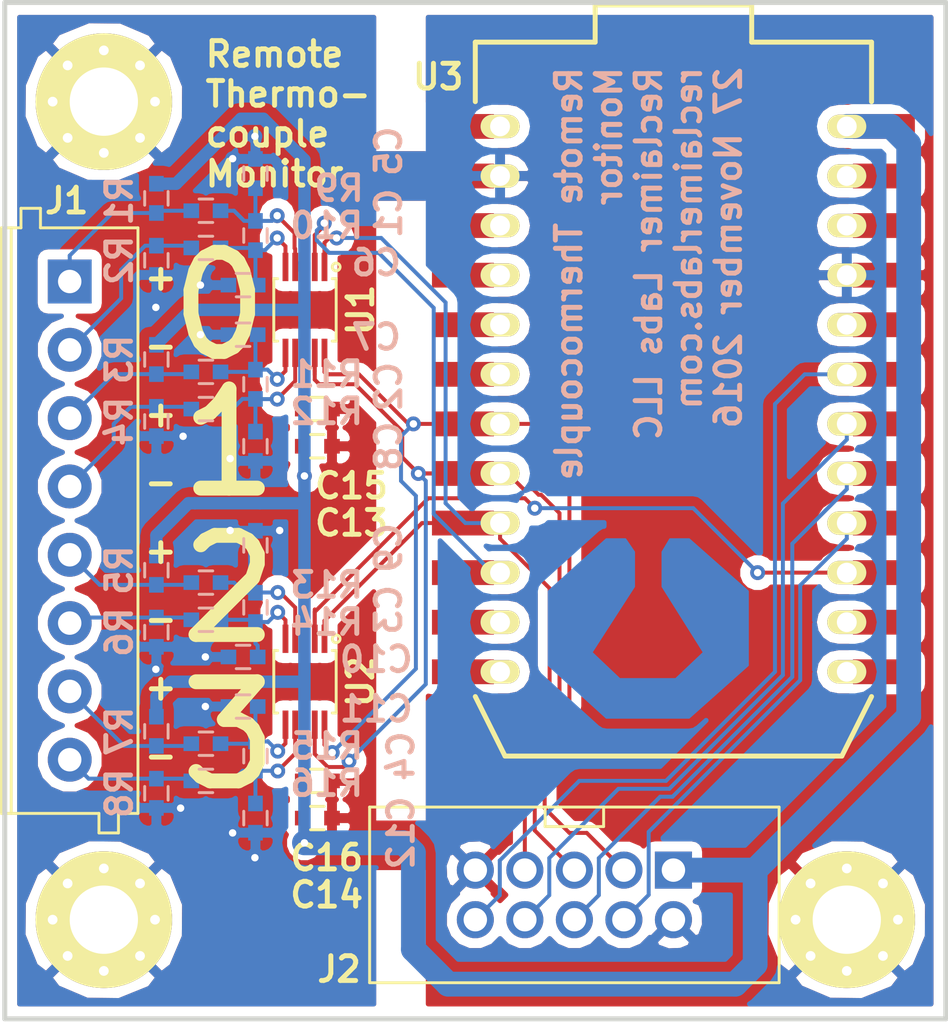
<source format=kicad_pcb>
(kicad_pcb (version 4) (host pcbnew 4.0.4-stable)

  (general
    (links 138)
    (no_connects 0)
    (area 88.451799 66.6708 137.287001 119.8782)
    (thickness 1.6)
    (drawings 18)
    (tracks 394)
    (zones 0)
    (modules 41)
    (nets 47)
  )

  (page A4)
  (layers
    (0 F.Cu signal)
    (31 B.Cu signal)
    (32 B.Adhes user)
    (33 F.Adhes user)
    (34 B.Paste user)
    (35 F.Paste user)
    (36 B.SilkS user)
    (37 F.SilkS user)
    (38 B.Mask user)
    (39 F.Mask user)
    (40 Dwgs.User user)
    (41 Cmts.User user)
    (42 Eco1.User user)
    (43 Eco2.User user)
    (44 Edge.Cuts user)
    (45 Margin user)
    (46 B.CrtYd user)
    (47 F.CrtYd user)
    (48 B.Fab user)
    (49 F.Fab user)
  )

  (setup
    (last_trace_width 0.2032)
    (trace_clearance 0.2032)
    (zone_clearance 0.508)
    (zone_45_only no)
    (trace_min 0.1524)
    (segment_width 0.254)
    (edge_width 0.254)
    (via_size 0.762)
    (via_drill 0.381)
    (via_min_size 0.6858)
    (via_min_drill 0.3048)
    (uvia_size 0.3)
    (uvia_drill 0.1)
    (uvias_allowed no)
    (uvia_min_size 0.2)
    (uvia_min_drill 0.1)
    (pcb_text_width 0.254)
    (pcb_text_size 1.27 1.27)
    (mod_edge_width 0.254)
    (mod_text_size 1.27 1.27)
    (mod_text_width 0.254)
    (pad_size 7 7)
    (pad_drill 3.5)
    (pad_to_mask_clearance 0.2)
    (aux_axis_origin 88.9 119.38)
    (grid_origin 88.9 119.38)
    (visible_elements FFFEFF7F)
    (pcbplotparams
      (layerselection 0x011fc_80000001)
      (usegerberextensions true)
      (excludeedgelayer true)
      (linewidth 0.100000)
      (plotframeref false)
      (viasonmask false)
      (mode 1)
      (useauxorigin true)
      (hpglpennumber 1)
      (hpglpenspeed 20)
      (hpglpendiameter 15)
      (hpglpenoverlay 2)
      (psnegative false)
      (psa4output false)
      (plotreference true)
      (plotvalue false)
      (plotinvisibletext false)
      (padsonsilk false)
      (subtractmaskfromsilk true)
      (outputformat 1)
      (mirror false)
      (drillshape 0)
      (scaleselection 1)
      (outputdirectory gerbers/))
  )

  (net 0 "")
  (net 1 /TC0P)
  (net 2 /TC0N)
  (net 3 /TC1P)
  (net 4 /TC1N)
  (net 5 /TC2P)
  (net 6 /TC2N)
  (net 7 /TC3P)
  (net 8 /TC3N)
  (net 9 GND)
  (net 10 +3V3)
  (net 11 /TC0P_R)
  (net 12 /TC0N_R)
  (net 13 /TC1P_R)
  (net 14 /TC1N_R)
  (net 15 /TC2P_R)
  (net 16 /TC2N_R)
  (net 17 /TC3P_R)
  (net 18 /TC3N_R)
  (net 19 /SPI_CS5)
  (net 20 /SPI_CS4)
  (net 21 /SPI_MISO)
  (net 22 /SPI_SCK)
  (net 23 /SPI_CS2)
  (net 24 /SPI_CS3)
  (net 25 /SPI_MOSI)
  (net 26 /SPI_CS0)
  (net 27 /SPI_CS1)
  (net 28 +5V)
  (net 29 "Net-(U3-Pad23)")
  (net 30 "Net-(U3-Pad22)")
  (net 31 "Net-(U3-Pad3)")
  (net 32 "Net-(U3-Pad4)")
  (net 33 "Net-(U3-Pad20)")
  (net 34 "Net-(U3-Pad5)")
  (net 35 "Net-(U3-Pad6)")
  (net 36 "Net-(U3-Pad14)")
  (net 37 "Net-(U3-Pad11)")
  (net 38 "Net-(U3-Pad13)")
  (net 39 "Net-(U3-Pad12)")
  (net 40 "Net-(U3-Pad25)")
  (net 41 "Net-(U3-Pad26)")
  (net 42 "Net-(U3-Pad27)")
  (net 43 "Net-(U3-Pad28)")
  (net 44 "Net-(U3-Pad29)")
  (net 45 "Net-(U3-Pad30)")
  (net 46 "Net-(U3-Pad31)")

  (net_class Default "This is the default net class."
    (clearance 0.2032)
    (trace_width 0.2032)
    (via_dia 0.762)
    (via_drill 0.381)
    (uvia_dia 0.3)
    (uvia_drill 0.1)
    (add_net +3V3)
    (add_net +5V)
    (add_net /SPI_CS0)
    (add_net /SPI_CS1)
    (add_net /SPI_CS2)
    (add_net /SPI_CS3)
    (add_net /SPI_CS4)
    (add_net /SPI_CS5)
    (add_net /SPI_MISO)
    (add_net /SPI_MOSI)
    (add_net /SPI_SCK)
    (add_net /TC0N)
    (add_net /TC0N_R)
    (add_net /TC0P)
    (add_net /TC0P_R)
    (add_net /TC1N)
    (add_net /TC1N_R)
    (add_net /TC1P)
    (add_net /TC1P_R)
    (add_net /TC2N)
    (add_net /TC2N_R)
    (add_net /TC2P)
    (add_net /TC2P_R)
    (add_net /TC3N)
    (add_net /TC3N_R)
    (add_net /TC3P)
    (add_net /TC3P_R)
    (add_net GND)
    (add_net "Net-(U3-Pad11)")
    (add_net "Net-(U3-Pad12)")
    (add_net "Net-(U3-Pad13)")
    (add_net "Net-(U3-Pad14)")
    (add_net "Net-(U3-Pad20)")
    (add_net "Net-(U3-Pad22)")
    (add_net "Net-(U3-Pad23)")
    (add_net "Net-(U3-Pad25)")
    (add_net "Net-(U3-Pad26)")
    (add_net "Net-(U3-Pad27)")
    (add_net "Net-(U3-Pad28)")
    (add_net "Net-(U3-Pad29)")
    (add_net "Net-(U3-Pad3)")
    (add_net "Net-(U3-Pad30)")
    (add_net "Net-(U3-Pad31)")
    (add_net "Net-(U3-Pad4)")
    (add_net "Net-(U3-Pad5)")
    (add_net "Net-(U3-Pad6)")
  )

  (module Reclaimer_Labs:PHOTON (layer F.Cu) (tedit 575FC0C3) (tstamp 583B0423)
    (at 123.19 87.63 270)
    (path /5839AE77)
    (fp_text reference U3 (at -16.51 12.065 360) (layer F.SilkS)
      (effects (font (size 1.27 1.27) (thickness 0.254)))
    )
    (fp_text value PHOTON (at 4.93 -2.61 270) (layer F.Fab)
      (effects (font (size 1.2 1.2) (thickness 0.15)))
    )
    (fp_line (start -18.288 10.16) (end -15.24 10.16) (layer F.SilkS) (width 0.254))
    (fp_line (start -18.288 -10.16) (end -15.24 -10.16) (layer F.SilkS) (width 0.254))
    (fp_line (start -20.193 4.0132) (end -20.193 -4.0132) (layer F.SilkS) (width 0.254))
    (fp_line (start -20.193 -4.0132) (end -18.288 -4.0132) (layer F.SilkS) (width 0.254))
    (fp_line (start -18.288 -4.0132) (end -18.288 -10.16) (layer F.SilkS) (width 0.254))
    (fp_line (start 15.24 -10.16) (end 18.288 -8.636) (layer F.SilkS) (width 0.254))
    (fp_line (start 18.288 -8.636) (end 18.288 8.636) (layer F.SilkS) (width 0.254))
    (fp_line (start 18.288 8.636) (end 15.24 10.16) (layer F.SilkS) (width 0.254))
    (fp_line (start -18.288 10.16) (end -18.288 4.0132) (layer F.SilkS) (width 0.254))
    (fp_line (start -18.288 4.0132) (end -20.193 4.0132) (layer F.SilkS) (width 0.254))
    (pad 24 thru_hole oval (at -13.97 -8.89 270) (size 1.2 2) (drill 1.016) (layers *.Cu *.Mask F.SilkS)
      (net 10 +3V3))
    (pad 1 thru_hole oval (at -13.97 8.89 270) (size 1.2 2) (drill 1.016) (layers *.Cu *.Mask F.SilkS)
      (net 28 +5V))
    (pad 23 thru_hole oval (at -11.43 -8.89 270) (size 1.2 2) (drill 1.016) (layers *.Cu *.Mask F.SilkS)
      (net 29 "Net-(U3-Pad23)"))
    (pad 2 thru_hole oval (at -11.43 8.89 270) (size 1.2 2) (drill 1.016) (layers *.Cu *.Mask F.SilkS)
      (net 9 GND))
    (pad 22 thru_hole oval (at -8.89 -8.89 270) (size 1.2 2) (drill 1.016) (layers *.Cu *.Mask F.SilkS)
      (net 30 "Net-(U3-Pad22)"))
    (pad 3 thru_hole oval (at -8.89 8.89 270) (size 1.2 2) (drill 1.016) (layers *.Cu *.Mask F.SilkS)
      (net 31 "Net-(U3-Pad3)"))
    (pad 21 thru_hole oval (at -6.35 -8.89 270) (size 1.2 2) (drill 1.016) (layers *.Cu *.Mask F.SilkS)
      (net 9 GND))
    (pad 4 thru_hole oval (at -6.35 8.89 270) (size 1.2 2) (drill 1.016) (layers *.Cu *.Mask F.SilkS)
      (net 32 "Net-(U3-Pad4)"))
    (pad 20 thru_hole oval (at -3.81 -8.89 270) (size 1.2 2) (drill 1.016) (layers *.Cu *.Mask F.SilkS)
      (net 33 "Net-(U3-Pad20)"))
    (pad 5 thru_hole oval (at -3.81 8.89 270) (size 1.2 2) (drill 1.016) (layers *.Cu *.Mask F.SilkS)
      (net 34 "Net-(U3-Pad5)"))
    (pad 19 thru_hole oval (at -1.27 -8.89 270) (size 1.2 2) (drill 1.016) (layers *.Cu *.Mask F.SilkS)
      (net 19 /SPI_CS5))
    (pad 6 thru_hole oval (at -1.27 8.89 270) (size 1.2 2) (drill 1.016) (layers *.Cu *.Mask F.SilkS)
      (net 35 "Net-(U3-Pad6)"))
    (pad 18 thru_hole oval (at 1.27 -8.89 270) (size 1.2 2) (drill 1.016) (layers *.Cu *.Mask F.SilkS)
      (net 20 /SPI_CS4))
    (pad 7 thru_hole oval (at 1.27 8.89 270) (size 1.2 2) (drill 1.016) (layers *.Cu *.Mask F.SilkS)
      (net 25 /SPI_MOSI))
    (pad 17 thru_hole oval (at 3.81 -8.89 270) (size 1.2 2) (drill 1.016) (layers *.Cu *.Mask F.SilkS)
      (net 24 /SPI_CS3))
    (pad 8 thru_hole oval (at 3.81 8.89 270) (size 1.2 2) (drill 1.016) (layers *.Cu *.Mask F.SilkS)
      (net 21 /SPI_MISO))
    (pad 16 thru_hole oval (at 6.35 -8.89 270) (size 1.2 2) (drill 1.016) (layers *.Cu *.Mask F.SilkS)
      (net 23 /SPI_CS2))
    (pad 9 thru_hole oval (at 6.35 8.89 270) (size 1.2 2) (drill 1.016) (layers *.Cu *.Mask F.SilkS)
      (net 22 /SPI_SCK))
    (pad 15 thru_hole oval (at 8.89 -8.89 270) (size 1.2 2) (drill 1.016) (layers *.Cu *.Mask F.SilkS)
      (net 27 /SPI_CS1))
    (pad 10 thru_hole oval (at 8.89 8.89 270) (size 1.2 2) (drill 1.016) (layers *.Cu *.Mask F.SilkS)
      (net 26 /SPI_CS0))
    (pad 14 thru_hole oval (at 11.43 -8.89 270) (size 1.2 2) (drill 1.016) (layers *.Cu *.Mask F.SilkS)
      (net 36 "Net-(U3-Pad14)"))
    (pad 11 thru_hole oval (at 11.43 8.89 270) (size 1.2 2) (drill 1.016) (layers *.Cu *.Mask F.SilkS)
      (net 37 "Net-(U3-Pad11)"))
    (pad 13 thru_hole oval (at 13.97 -8.89 270) (size 1.2 2) (drill 1.016) (layers *.Cu *.Mask F.SilkS)
      (net 38 "Net-(U3-Pad13)"))
    (pad 12 thru_hole oval (at 13.97 8.89 270) (size 1.2 2) (drill 1.016) (layers *.Cu *.Mask F.SilkS)
      (net 39 "Net-(U3-Pad12)"))
    (pad 1 smd rect (at -13.97 10.795 270) (size 1.27 3.175) (layers F.Cu F.Paste F.Mask)
      (net 28 +5V))
    (pad 2 smd rect (at -11.43 10.795 270) (size 1.27 3.175) (layers F.Cu F.Paste F.Mask)
      (net 9 GND))
    (pad 3 smd rect (at -8.89 10.795 270) (size 1.27 3.175) (layers F.Cu F.Paste F.Mask)
      (net 31 "Net-(U3-Pad3)"))
    (pad 4 smd rect (at -6.35 10.795 270) (size 1.27 3.175) (layers F.Cu F.Paste F.Mask)
      (net 32 "Net-(U3-Pad4)"))
    (pad 5 smd rect (at -3.81 10.795 270) (size 1.27 3.175) (layers F.Cu F.Paste F.Mask)
      (net 34 "Net-(U3-Pad5)"))
    (pad 6 smd rect (at -1.27 10.795 270) (size 1.27 3.175) (layers F.Cu F.Paste F.Mask)
      (net 35 "Net-(U3-Pad6)"))
    (pad 7 smd rect (at 1.27 10.795 270) (size 1.27 3.175) (layers F.Cu F.Paste F.Mask)
      (net 25 /SPI_MOSI))
    (pad 8 smd rect (at 3.81 10.795 270) (size 1.27 3.175) (layers F.Cu F.Paste F.Mask)
      (net 21 /SPI_MISO))
    (pad 9 smd rect (at 6.35 10.795 270) (size 1.27 3.175) (layers F.Cu F.Paste F.Mask)
      (net 22 /SPI_SCK))
    (pad 10 smd rect (at 8.89 10.795 270) (size 1.27 3.175) (layers F.Cu F.Paste F.Mask)
      (net 26 /SPI_CS0))
    (pad 11 smd rect (at 11.43 10.795 270) (size 1.27 3.175) (layers F.Cu F.Paste F.Mask)
      (net 37 "Net-(U3-Pad11)"))
    (pad 12 smd rect (at 13.97 10.795 270) (size 1.27 3.175) (layers F.Cu F.Paste F.Mask)
      (net 39 "Net-(U3-Pad12)"))
    (pad 13 smd rect (at 13.97 -10.795 270) (size 1.27 3.175) (layers F.Cu F.Paste F.Mask)
      (net 38 "Net-(U3-Pad13)"))
    (pad 14 smd rect (at 11.43 -10.795 270) (size 1.27 3.175) (layers F.Cu F.Paste F.Mask)
      (net 36 "Net-(U3-Pad14)"))
    (pad 15 smd rect (at 8.89 -10.795 270) (size 1.27 3.175) (layers F.Cu F.Paste F.Mask)
      (net 27 /SPI_CS1))
    (pad 16 smd rect (at 6.35 -10.795 270) (size 1.27 3.175) (layers F.Cu F.Paste F.Mask)
      (net 23 /SPI_CS2))
    (pad 17 smd rect (at 3.81 -10.795 270) (size 1.27 3.175) (layers F.Cu F.Paste F.Mask)
      (net 24 /SPI_CS3))
    (pad 18 smd rect (at 1.27 -10.795 270) (size 1.27 3.175) (layers F.Cu F.Paste F.Mask)
      (net 20 /SPI_CS4))
    (pad 19 smd rect (at -1.27 -10.795 270) (size 1.27 3.175) (layers F.Cu F.Paste F.Mask)
      (net 19 /SPI_CS5))
    (pad 20 smd rect (at -3.81 -10.795 270) (size 1.27 3.175) (layers F.Cu F.Paste F.Mask)
      (net 33 "Net-(U3-Pad20)"))
    (pad 21 smd rect (at -6.35 -10.795 270) (size 1.27 3.175) (layers F.Cu F.Paste F.Mask)
      (net 9 GND))
    (pad 22 smd rect (at -8.89 -10.795 270) (size 1.27 3.175) (layers F.Cu F.Paste F.Mask)
      (net 30 "Net-(U3-Pad22)"))
    (pad 23 smd rect (at -11.43 -10.795 270) (size 1.27 3.175) (layers F.Cu F.Paste F.Mask)
      (net 29 "Net-(U3-Pad23)"))
    (pad 24 smd rect (at -13.97 -10.795 270) (size 1.27 3.175) (layers F.Cu F.Paste F.Mask)
      (net 10 +3V3))
    (pad 25 smd rect (at -13.97 6.35 270) (size 1.778 1.778) (layers F.Cu F.Paste F.Mask)
      (net 40 "Net-(U3-Pad25)"))
    (pad 26 smd rect (at -6.35 6.35 270) (size 1.778 1.778) (layers F.Cu F.Paste F.Mask)
      (net 41 "Net-(U3-Pad26)"))
    (pad 27 smd rect (at 3.81 6.35 270) (size 1.143 1.143) (layers F.Cu F.Paste F.Mask)
      (net 42 "Net-(U3-Pad27)"))
    (pad 28 smd rect (at -11.43 -6.35 270) (size 1.143 1.143) (layers F.Cu F.Paste F.Mask)
      (net 43 "Net-(U3-Pad28)"))
    (pad 29 smd rect (at -13.97 -6.35 270) (size 1.143 1.143) (layers F.Cu F.Paste F.Mask)
      (net 44 "Net-(U3-Pad29)"))
    (pad 30 smd rect (at -16.764 -1.016 270) (size 1.778 1.524) (layers F.Cu F.Paste F.Mask)
      (net 45 "Net-(U3-Pad30)"))
    (pad 31 smd rect (at -16.764 1.016 270) (size 1.778 1.524) (layers F.Cu F.Paste F.Mask)
      (net 46 "Net-(U3-Pad31)"))
  )

  (module Capacitors_SMD:C_0603 (layer B.Cu) (tedit 5415D631) (tstamp 583B02E3)
    (at 101.755 79.25 270)
    (descr "Capacitor SMD 0603, reflow soldering, AVX (see smccp.pdf)")
    (tags "capacitor 0603")
    (path /5839BD8F)
    (attr smd)
    (fp_text reference C1 (at -1.145 -6.83 450) (layer B.SilkS)
      (effects (font (size 1.27 1.27) (thickness 0.254)) (justify mirror))
    )
    (fp_text value 1uF (at -1.78 -2.385 270) (layer B.Fab)
      (effects (font (size 1 1) (thickness 0.15)) (justify mirror))
    )
    (fp_line (start -0.8 -0.4) (end -0.8 0.4) (layer B.Fab) (width 0.15))
    (fp_line (start 0.8 -0.4) (end -0.8 -0.4) (layer B.Fab) (width 0.15))
    (fp_line (start 0.8 0.4) (end 0.8 -0.4) (layer B.Fab) (width 0.15))
    (fp_line (start -0.8 0.4) (end 0.8 0.4) (layer B.Fab) (width 0.15))
    (fp_line (start -1.45 0.75) (end 1.45 0.75) (layer B.CrtYd) (width 0.05))
    (fp_line (start -1.45 -0.75) (end 1.45 -0.75) (layer B.CrtYd) (width 0.05))
    (fp_line (start -1.45 0.75) (end -1.45 -0.75) (layer B.CrtYd) (width 0.05))
    (fp_line (start 1.45 0.75) (end 1.45 -0.75) (layer B.CrtYd) (width 0.05))
    (fp_line (start -0.35 0.6) (end 0.35 0.6) (layer B.SilkS) (width 0.15))
    (fp_line (start 0.35 -0.6) (end -0.35 -0.6) (layer B.SilkS) (width 0.15))
    (pad 1 smd rect (at -0.75 0 270) (size 0.8 0.75) (layers B.Cu B.Paste B.Mask)
      (net 1 /TC0P))
    (pad 2 smd rect (at 0.75 0 270) (size 0.8 0.75) (layers B.Cu B.Paste B.Mask)
      (net 2 /TC0N))
    (model Capacitors_SMD.3dshapes/C_0603.wrl
      (at (xyz 0 0 0))
      (scale (xyz 1 1 1))
      (rotate (xyz 0 0 0))
    )
  )

  (module Capacitors_SMD:C_0603 (layer B.Cu) (tedit 5415D631) (tstamp 583B02E9)
    (at 101.755 86.87 270)
    (descr "Capacitor SMD 0603, reflow soldering, AVX (see smccp.pdf)")
    (tags "capacitor 0603")
    (path /5839C1A3)
    (attr smd)
    (fp_text reference C2 (at 0.125 -6.83 450) (layer B.SilkS)
      (effects (font (size 1.27 1.27) (thickness 0.254)) (justify mirror))
    )
    (fp_text value 1uF (at 0 -1.9 270) (layer B.Fab)
      (effects (font (size 1 1) (thickness 0.15)) (justify mirror))
    )
    (fp_line (start -0.8 -0.4) (end -0.8 0.4) (layer B.Fab) (width 0.15))
    (fp_line (start 0.8 -0.4) (end -0.8 -0.4) (layer B.Fab) (width 0.15))
    (fp_line (start 0.8 0.4) (end 0.8 -0.4) (layer B.Fab) (width 0.15))
    (fp_line (start -0.8 0.4) (end 0.8 0.4) (layer B.Fab) (width 0.15))
    (fp_line (start -1.45 0.75) (end 1.45 0.75) (layer B.CrtYd) (width 0.05))
    (fp_line (start -1.45 -0.75) (end 1.45 -0.75) (layer B.CrtYd) (width 0.05))
    (fp_line (start -1.45 0.75) (end -1.45 -0.75) (layer B.CrtYd) (width 0.05))
    (fp_line (start 1.45 0.75) (end 1.45 -0.75) (layer B.CrtYd) (width 0.05))
    (fp_line (start -0.35 0.6) (end 0.35 0.6) (layer B.SilkS) (width 0.15))
    (fp_line (start 0.35 -0.6) (end -0.35 -0.6) (layer B.SilkS) (width 0.15))
    (pad 1 smd rect (at -0.75 0 270) (size 0.8 0.75) (layers B.Cu B.Paste B.Mask)
      (net 3 /TC1P))
    (pad 2 smd rect (at 0.75 0 270) (size 0.8 0.75) (layers B.Cu B.Paste B.Mask)
      (net 4 /TC1N))
    (model Capacitors_SMD.3dshapes/C_0603.wrl
      (at (xyz 0 0 0))
      (scale (xyz 1 1 1))
      (rotate (xyz 0 0 0))
    )
  )

  (module Capacitors_SMD:C_0603 (layer B.Cu) (tedit 5415D631) (tstamp 583B02EF)
    (at 101.755 98.3 270)
    (descr "Capacitor SMD 0603, reflow soldering, AVX (see smccp.pdf)")
    (tags "capacitor 0603")
    (path /5839E820)
    (attr smd)
    (fp_text reference C3 (at 0.125 -6.83 270) (layer B.SilkS)
      (effects (font (size 1.27 1.27) (thickness 0.254)) (justify mirror))
    )
    (fp_text value 1uF (at 0 -1.9 270) (layer B.Fab)
      (effects (font (size 1 1) (thickness 0.15)) (justify mirror))
    )
    (fp_line (start -0.8 -0.4) (end -0.8 0.4) (layer B.Fab) (width 0.15))
    (fp_line (start 0.8 -0.4) (end -0.8 -0.4) (layer B.Fab) (width 0.15))
    (fp_line (start 0.8 0.4) (end 0.8 -0.4) (layer B.Fab) (width 0.15))
    (fp_line (start -0.8 0.4) (end 0.8 0.4) (layer B.Fab) (width 0.15))
    (fp_line (start -1.45 0.75) (end 1.45 0.75) (layer B.CrtYd) (width 0.05))
    (fp_line (start -1.45 -0.75) (end 1.45 -0.75) (layer B.CrtYd) (width 0.05))
    (fp_line (start -1.45 0.75) (end -1.45 -0.75) (layer B.CrtYd) (width 0.05))
    (fp_line (start 1.45 0.75) (end 1.45 -0.75) (layer B.CrtYd) (width 0.05))
    (fp_line (start -0.35 0.6) (end 0.35 0.6) (layer B.SilkS) (width 0.15))
    (fp_line (start 0.35 -0.6) (end -0.35 -0.6) (layer B.SilkS) (width 0.15))
    (pad 1 smd rect (at -0.75 0 270) (size 0.8 0.75) (layers B.Cu B.Paste B.Mask)
      (net 5 /TC2P))
    (pad 2 smd rect (at 0.75 0 270) (size 0.8 0.75) (layers B.Cu B.Paste B.Mask)
      (net 6 /TC2N))
    (model Capacitors_SMD.3dshapes/C_0603.wrl
      (at (xyz 0 0 0))
      (scale (xyz 1 1 1))
      (rotate (xyz 0 0 0))
    )
  )

  (module Capacitors_SMD:C_0603 (layer B.Cu) (tedit 5415D631) (tstamp 583B02F5)
    (at 101.755 105.92 270)
    (descr "Capacitor SMD 0603, reflow soldering, AVX (see smccp.pdf)")
    (tags "capacitor 0603")
    (path /5839E84A)
    (attr smd)
    (fp_text reference C4 (at 0 -7.465 270) (layer B.SilkS)
      (effects (font (size 1.27 1.27) (thickness 0.254)) (justify mirror))
    )
    (fp_text value 1uF (at 0 -1.9 270) (layer B.Fab)
      (effects (font (size 1 1) (thickness 0.15)) (justify mirror))
    )
    (fp_line (start -0.8 -0.4) (end -0.8 0.4) (layer B.Fab) (width 0.15))
    (fp_line (start 0.8 -0.4) (end -0.8 -0.4) (layer B.Fab) (width 0.15))
    (fp_line (start 0.8 0.4) (end 0.8 -0.4) (layer B.Fab) (width 0.15))
    (fp_line (start -0.8 0.4) (end 0.8 0.4) (layer B.Fab) (width 0.15))
    (fp_line (start -1.45 0.75) (end 1.45 0.75) (layer B.CrtYd) (width 0.05))
    (fp_line (start -1.45 -0.75) (end 1.45 -0.75) (layer B.CrtYd) (width 0.05))
    (fp_line (start -1.45 0.75) (end -1.45 -0.75) (layer B.CrtYd) (width 0.05))
    (fp_line (start 1.45 0.75) (end 1.45 -0.75) (layer B.CrtYd) (width 0.05))
    (fp_line (start -0.35 0.6) (end 0.35 0.6) (layer B.SilkS) (width 0.15))
    (fp_line (start 0.35 -0.6) (end -0.35 -0.6) (layer B.SilkS) (width 0.15))
    (pad 1 smd rect (at -0.75 0 270) (size 0.8 0.75) (layers B.Cu B.Paste B.Mask)
      (net 7 /TC3P))
    (pad 2 smd rect (at 0.75 0 270) (size 0.8 0.75) (layers B.Cu B.Paste B.Mask)
      (net 8 /TC3N))
    (model Capacitors_SMD.3dshapes/C_0603.wrl
      (at (xyz 0 0 0))
      (scale (xyz 1 1 1))
      (rotate (xyz 0 0 0))
    )
  )

  (module Capacitors_SMD:C_0603 (layer B.Cu) (tedit 5415D631) (tstamp 583B02FB)
    (at 101.755 76.075 270)
    (descr "Capacitor SMD 0603, reflow soldering, AVX (see smccp.pdf)")
    (tags "capacitor 0603")
    (path /5839BDB8)
    (attr smd)
    (fp_text reference C5 (at -1.145 -6.83 270) (layer B.SilkS)
      (effects (font (size 1.27 1.27) (thickness 0.254)) (justify mirror))
    )
    (fp_text value 0.1uF (at 0 -1.9 270) (layer B.Fab)
      (effects (font (size 1 1) (thickness 0.15)) (justify mirror))
    )
    (fp_line (start -0.8 -0.4) (end -0.8 0.4) (layer B.Fab) (width 0.15))
    (fp_line (start 0.8 -0.4) (end -0.8 -0.4) (layer B.Fab) (width 0.15))
    (fp_line (start 0.8 0.4) (end 0.8 -0.4) (layer B.Fab) (width 0.15))
    (fp_line (start -0.8 0.4) (end 0.8 0.4) (layer B.Fab) (width 0.15))
    (fp_line (start -1.45 0.75) (end 1.45 0.75) (layer B.CrtYd) (width 0.05))
    (fp_line (start -1.45 -0.75) (end 1.45 -0.75) (layer B.CrtYd) (width 0.05))
    (fp_line (start -1.45 0.75) (end -1.45 -0.75) (layer B.CrtYd) (width 0.05))
    (fp_line (start 1.45 0.75) (end 1.45 -0.75) (layer B.CrtYd) (width 0.05))
    (fp_line (start -0.35 0.6) (end 0.35 0.6) (layer B.SilkS) (width 0.15))
    (fp_line (start 0.35 -0.6) (end -0.35 -0.6) (layer B.SilkS) (width 0.15))
    (pad 1 smd rect (at -0.75 0 270) (size 0.8 0.75) (layers B.Cu B.Paste B.Mask)
      (net 9 GND))
    (pad 2 smd rect (at 0.75 0 270) (size 0.8 0.75) (layers B.Cu B.Paste B.Mask)
      (net 1 /TC0P))
    (model Capacitors_SMD.3dshapes/C_0603.wrl
      (at (xyz 0 0 0))
      (scale (xyz 1 1 1))
      (rotate (xyz 0 0 0))
    )
  )

  (module Capacitors_SMD:C_0603 (layer B.Cu) (tedit 5415D631) (tstamp 583B0301)
    (at 101.12 81.79 180)
    (descr "Capacitor SMD 0603, reflow soldering, AVX (see smccp.pdf)")
    (tags "capacitor 0603")
    (path /5839BDDF)
    (attr smd)
    (fp_text reference C6 (at -6.83 1.145 180) (layer B.SilkS)
      (effects (font (size 1.27 1.27) (thickness 0.254)) (justify mirror))
    )
    (fp_text value 0.1uF (at 0 -1.9 180) (layer B.Fab)
      (effects (font (size 1 1) (thickness 0.15)) (justify mirror))
    )
    (fp_line (start -0.8 -0.4) (end -0.8 0.4) (layer B.Fab) (width 0.15))
    (fp_line (start 0.8 -0.4) (end -0.8 -0.4) (layer B.Fab) (width 0.15))
    (fp_line (start 0.8 0.4) (end 0.8 -0.4) (layer B.Fab) (width 0.15))
    (fp_line (start -0.8 0.4) (end 0.8 0.4) (layer B.Fab) (width 0.15))
    (fp_line (start -1.45 0.75) (end 1.45 0.75) (layer B.CrtYd) (width 0.05))
    (fp_line (start -1.45 -0.75) (end 1.45 -0.75) (layer B.CrtYd) (width 0.05))
    (fp_line (start -1.45 0.75) (end -1.45 -0.75) (layer B.CrtYd) (width 0.05))
    (fp_line (start 1.45 0.75) (end 1.45 -0.75) (layer B.CrtYd) (width 0.05))
    (fp_line (start -0.35 0.6) (end 0.35 0.6) (layer B.SilkS) (width 0.15))
    (fp_line (start 0.35 -0.6) (end -0.35 -0.6) (layer B.SilkS) (width 0.15))
    (pad 1 smd rect (at -0.75 0 180) (size 0.8 0.75) (layers B.Cu B.Paste B.Mask)
      (net 2 /TC0N))
    (pad 2 smd rect (at 0.75 0 180) (size 0.8 0.75) (layers B.Cu B.Paste B.Mask)
      (net 9 GND))
    (model Capacitors_SMD.3dshapes/C_0603.wrl
      (at (xyz 0 0 0))
      (scale (xyz 1 1 1))
      (rotate (xyz 0 0 0))
    )
  )

  (module Capacitors_SMD:C_0603 (layer B.Cu) (tedit 5415D631) (tstamp 583B0307)
    (at 101.12 84.33)
    (descr "Capacitor SMD 0603, reflow soldering, AVX (see smccp.pdf)")
    (tags "capacitor 0603")
    (path /5839C1A9)
    (attr smd)
    (fp_text reference C7 (at 6.83 0.125) (layer B.SilkS)
      (effects (font (size 1.27 1.27) (thickness 0.254)) (justify mirror))
    )
    (fp_text value 0.1uF (at 0 -1.9) (layer B.Fab)
      (effects (font (size 1 1) (thickness 0.15)) (justify mirror))
    )
    (fp_line (start -0.8 -0.4) (end -0.8 0.4) (layer B.Fab) (width 0.15))
    (fp_line (start 0.8 -0.4) (end -0.8 -0.4) (layer B.Fab) (width 0.15))
    (fp_line (start 0.8 0.4) (end 0.8 -0.4) (layer B.Fab) (width 0.15))
    (fp_line (start -0.8 0.4) (end 0.8 0.4) (layer B.Fab) (width 0.15))
    (fp_line (start -1.45 0.75) (end 1.45 0.75) (layer B.CrtYd) (width 0.05))
    (fp_line (start -1.45 -0.75) (end 1.45 -0.75) (layer B.CrtYd) (width 0.05))
    (fp_line (start -1.45 0.75) (end -1.45 -0.75) (layer B.CrtYd) (width 0.05))
    (fp_line (start 1.45 0.75) (end 1.45 -0.75) (layer B.CrtYd) (width 0.05))
    (fp_line (start -0.35 0.6) (end 0.35 0.6) (layer B.SilkS) (width 0.15))
    (fp_line (start 0.35 -0.6) (end -0.35 -0.6) (layer B.SilkS) (width 0.15))
    (pad 1 smd rect (at -0.75 0) (size 0.8 0.75) (layers B.Cu B.Paste B.Mask)
      (net 9 GND))
    (pad 2 smd rect (at 0.75 0) (size 0.8 0.75) (layers B.Cu B.Paste B.Mask)
      (net 3 /TC1P))
    (model Capacitors_SMD.3dshapes/C_0603.wrl
      (at (xyz 0 0 0))
      (scale (xyz 1 1 1))
      (rotate (xyz 0 0 0))
    )
  )

  (module Capacitors_SMD:C_0603 (layer B.Cu) (tedit 5415D631) (tstamp 583B030D)
    (at 101.755 90.045 270)
    (descr "Capacitor SMD 0603, reflow soldering, AVX (see smccp.pdf)")
    (tags "capacitor 0603")
    (path /5839C1AF)
    (attr smd)
    (fp_text reference C8 (at 0 -6.83 270) (layer B.SilkS)
      (effects (font (size 1.27 1.27) (thickness 0.254)) (justify mirror))
    )
    (fp_text value 0.1uF (at 0 -1.9 270) (layer B.Fab)
      (effects (font (size 1 1) (thickness 0.15)) (justify mirror))
    )
    (fp_line (start -0.8 -0.4) (end -0.8 0.4) (layer B.Fab) (width 0.15))
    (fp_line (start 0.8 -0.4) (end -0.8 -0.4) (layer B.Fab) (width 0.15))
    (fp_line (start 0.8 0.4) (end 0.8 -0.4) (layer B.Fab) (width 0.15))
    (fp_line (start -0.8 0.4) (end 0.8 0.4) (layer B.Fab) (width 0.15))
    (fp_line (start -1.45 0.75) (end 1.45 0.75) (layer B.CrtYd) (width 0.05))
    (fp_line (start -1.45 -0.75) (end 1.45 -0.75) (layer B.CrtYd) (width 0.05))
    (fp_line (start -1.45 0.75) (end -1.45 -0.75) (layer B.CrtYd) (width 0.05))
    (fp_line (start 1.45 0.75) (end 1.45 -0.75) (layer B.CrtYd) (width 0.05))
    (fp_line (start -0.35 0.6) (end 0.35 0.6) (layer B.SilkS) (width 0.15))
    (fp_line (start 0.35 -0.6) (end -0.35 -0.6) (layer B.SilkS) (width 0.15))
    (pad 1 smd rect (at -0.75 0 270) (size 0.8 0.75) (layers B.Cu B.Paste B.Mask)
      (net 4 /TC1N))
    (pad 2 smd rect (at 0.75 0 270) (size 0.8 0.75) (layers B.Cu B.Paste B.Mask)
      (net 9 GND))
    (model Capacitors_SMD.3dshapes/C_0603.wrl
      (at (xyz 0 0 0))
      (scale (xyz 1 1 1))
      (rotate (xyz 0 0 0))
    )
  )

  (module Capacitors_SMD:C_0603 (layer B.Cu) (tedit 5415D631) (tstamp 583B0313)
    (at 101.755 95.125 270)
    (descr "Capacitor SMD 0603, reflow soldering, AVX (see smccp.pdf)")
    (tags "capacitor 0603")
    (path /5839E826)
    (attr smd)
    (fp_text reference C9 (at 0.125 -6.83 270) (layer B.SilkS)
      (effects (font (size 1.27 1.27) (thickness 0.254)) (justify mirror))
    )
    (fp_text value 0.1uF (at 0 -1.9 270) (layer B.Fab)
      (effects (font (size 1 1) (thickness 0.15)) (justify mirror))
    )
    (fp_line (start -0.8 -0.4) (end -0.8 0.4) (layer B.Fab) (width 0.15))
    (fp_line (start 0.8 -0.4) (end -0.8 -0.4) (layer B.Fab) (width 0.15))
    (fp_line (start 0.8 0.4) (end 0.8 -0.4) (layer B.Fab) (width 0.15))
    (fp_line (start -0.8 0.4) (end 0.8 0.4) (layer B.Fab) (width 0.15))
    (fp_line (start -1.45 0.75) (end 1.45 0.75) (layer B.CrtYd) (width 0.05))
    (fp_line (start -1.45 -0.75) (end 1.45 -0.75) (layer B.CrtYd) (width 0.05))
    (fp_line (start -1.45 0.75) (end -1.45 -0.75) (layer B.CrtYd) (width 0.05))
    (fp_line (start 1.45 0.75) (end 1.45 -0.75) (layer B.CrtYd) (width 0.05))
    (fp_line (start -0.35 0.6) (end 0.35 0.6) (layer B.SilkS) (width 0.15))
    (fp_line (start 0.35 -0.6) (end -0.35 -0.6) (layer B.SilkS) (width 0.15))
    (pad 1 smd rect (at -0.75 0 270) (size 0.8 0.75) (layers B.Cu B.Paste B.Mask)
      (net 9 GND))
    (pad 2 smd rect (at 0.75 0 270) (size 0.8 0.75) (layers B.Cu B.Paste B.Mask)
      (net 5 /TC2P))
    (model Capacitors_SMD.3dshapes/C_0603.wrl
      (at (xyz 0 0 0))
      (scale (xyz 1 1 1))
      (rotate (xyz 0 0 0))
    )
  )

  (module Capacitors_SMD:C_0603 (layer B.Cu) (tedit 5415D631) (tstamp 583B0319)
    (at 101.12 100.84 180)
    (descr "Capacitor SMD 0603, reflow soldering, AVX (see smccp.pdf)")
    (tags "capacitor 0603")
    (path /5839E82C)
    (attr smd)
    (fp_text reference C10 (at -6.83 -0.125 180) (layer B.SilkS)
      (effects (font (size 1.27 1.27) (thickness 0.254)) (justify mirror))
    )
    (fp_text value 0.1uF (at 0 -1.9 180) (layer B.Fab)
      (effects (font (size 1 1) (thickness 0.15)) (justify mirror))
    )
    (fp_line (start -0.8 -0.4) (end -0.8 0.4) (layer B.Fab) (width 0.15))
    (fp_line (start 0.8 -0.4) (end -0.8 -0.4) (layer B.Fab) (width 0.15))
    (fp_line (start 0.8 0.4) (end 0.8 -0.4) (layer B.Fab) (width 0.15))
    (fp_line (start -0.8 0.4) (end 0.8 0.4) (layer B.Fab) (width 0.15))
    (fp_line (start -1.45 0.75) (end 1.45 0.75) (layer B.CrtYd) (width 0.05))
    (fp_line (start -1.45 -0.75) (end 1.45 -0.75) (layer B.CrtYd) (width 0.05))
    (fp_line (start -1.45 0.75) (end -1.45 -0.75) (layer B.CrtYd) (width 0.05))
    (fp_line (start 1.45 0.75) (end 1.45 -0.75) (layer B.CrtYd) (width 0.05))
    (fp_line (start -0.35 0.6) (end 0.35 0.6) (layer B.SilkS) (width 0.15))
    (fp_line (start 0.35 -0.6) (end -0.35 -0.6) (layer B.SilkS) (width 0.15))
    (pad 1 smd rect (at -0.75 0 180) (size 0.8 0.75) (layers B.Cu B.Paste B.Mask)
      (net 6 /TC2N))
    (pad 2 smd rect (at 0.75 0 180) (size 0.8 0.75) (layers B.Cu B.Paste B.Mask)
      (net 9 GND))
    (model Capacitors_SMD.3dshapes/C_0603.wrl
      (at (xyz 0 0 0))
      (scale (xyz 1 1 1))
      (rotate (xyz 0 0 0))
    )
  )

  (module Capacitors_SMD:C_0603 (layer B.Cu) (tedit 5415D631) (tstamp 583B031F)
    (at 101.12 103.38)
    (descr "Capacitor SMD 0603, reflow soldering, AVX (see smccp.pdf)")
    (tags "capacitor 0603")
    (path /5839E850)
    (attr smd)
    (fp_text reference C11 (at 6.83 0.125) (layer B.SilkS)
      (effects (font (size 1.27 1.27) (thickness 0.254)) (justify mirror))
    )
    (fp_text value 0.1uF (at 0 -1.9) (layer B.Fab)
      (effects (font (size 1 1) (thickness 0.15)) (justify mirror))
    )
    (fp_line (start -0.8 -0.4) (end -0.8 0.4) (layer B.Fab) (width 0.15))
    (fp_line (start 0.8 -0.4) (end -0.8 -0.4) (layer B.Fab) (width 0.15))
    (fp_line (start 0.8 0.4) (end 0.8 -0.4) (layer B.Fab) (width 0.15))
    (fp_line (start -0.8 0.4) (end 0.8 0.4) (layer B.Fab) (width 0.15))
    (fp_line (start -1.45 0.75) (end 1.45 0.75) (layer B.CrtYd) (width 0.05))
    (fp_line (start -1.45 -0.75) (end 1.45 -0.75) (layer B.CrtYd) (width 0.05))
    (fp_line (start -1.45 0.75) (end -1.45 -0.75) (layer B.CrtYd) (width 0.05))
    (fp_line (start 1.45 0.75) (end 1.45 -0.75) (layer B.CrtYd) (width 0.05))
    (fp_line (start -0.35 0.6) (end 0.35 0.6) (layer B.SilkS) (width 0.15))
    (fp_line (start 0.35 -0.6) (end -0.35 -0.6) (layer B.SilkS) (width 0.15))
    (pad 1 smd rect (at -0.75 0) (size 0.8 0.75) (layers B.Cu B.Paste B.Mask)
      (net 9 GND))
    (pad 2 smd rect (at 0.75 0) (size 0.8 0.75) (layers B.Cu B.Paste B.Mask)
      (net 7 /TC3P))
    (model Capacitors_SMD.3dshapes/C_0603.wrl
      (at (xyz 0 0 0))
      (scale (xyz 1 1 1))
      (rotate (xyz 0 0 0))
    )
  )

  (module Capacitors_SMD:C_0603 (layer B.Cu) (tedit 5415D631) (tstamp 583B0325)
    (at 101.755 109.095 270)
    (descr "Capacitor SMD 0603, reflow soldering, AVX (see smccp.pdf)")
    (tags "capacitor 0603")
    (path /5839E856)
    (attr smd)
    (fp_text reference C12 (at 0.76 -7.465 270) (layer B.SilkS)
      (effects (font (size 1.27 1.27) (thickness 0.254)) (justify mirror))
    )
    (fp_text value 0.1uF (at 0 -1.9 270) (layer B.Fab)
      (effects (font (size 1 1) (thickness 0.15)) (justify mirror))
    )
    (fp_line (start -0.8 -0.4) (end -0.8 0.4) (layer B.Fab) (width 0.15))
    (fp_line (start 0.8 -0.4) (end -0.8 -0.4) (layer B.Fab) (width 0.15))
    (fp_line (start 0.8 0.4) (end 0.8 -0.4) (layer B.Fab) (width 0.15))
    (fp_line (start -0.8 0.4) (end 0.8 0.4) (layer B.Fab) (width 0.15))
    (fp_line (start -1.45 0.75) (end 1.45 0.75) (layer B.CrtYd) (width 0.05))
    (fp_line (start -1.45 -0.75) (end 1.45 -0.75) (layer B.CrtYd) (width 0.05))
    (fp_line (start -1.45 0.75) (end -1.45 -0.75) (layer B.CrtYd) (width 0.05))
    (fp_line (start 1.45 0.75) (end 1.45 -0.75) (layer B.CrtYd) (width 0.05))
    (fp_line (start -0.35 0.6) (end 0.35 0.6) (layer B.SilkS) (width 0.15))
    (fp_line (start 0.35 -0.6) (end -0.35 -0.6) (layer B.SilkS) (width 0.15))
    (pad 1 smd rect (at -0.75 0 270) (size 0.8 0.75) (layers B.Cu B.Paste B.Mask)
      (net 8 /TC3N))
    (pad 2 smd rect (at 0.75 0 270) (size 0.8 0.75) (layers B.Cu B.Paste B.Mask)
      (net 9 GND))
    (model Capacitors_SMD.3dshapes/C_0603.wrl
      (at (xyz 0 0 0))
      (scale (xyz 1 1 1))
      (rotate (xyz 0 0 0))
    )
  )

  (module Capacitors_SMD:C_0603 (layer F.Cu) (tedit 5415D631) (tstamp 583B032B)
    (at 104.93 90.045)
    (descr "Capacitor SMD 0603, reflow soldering, AVX (see smccp.pdf)")
    (tags "capacitor 0603")
    (path /5839BAC3)
    (attr smd)
    (fp_text reference C13 (at 1.75 3.935) (layer F.SilkS)
      (effects (font (size 1.27 1.27) (thickness 0.254)))
    )
    (fp_text value 0.1uF (at 0 1.9) (layer F.Fab)
      (effects (font (size 1 1) (thickness 0.15)))
    )
    (fp_line (start -0.8 0.4) (end -0.8 -0.4) (layer F.Fab) (width 0.15))
    (fp_line (start 0.8 0.4) (end -0.8 0.4) (layer F.Fab) (width 0.15))
    (fp_line (start 0.8 -0.4) (end 0.8 0.4) (layer F.Fab) (width 0.15))
    (fp_line (start -0.8 -0.4) (end 0.8 -0.4) (layer F.Fab) (width 0.15))
    (fp_line (start -1.45 -0.75) (end 1.45 -0.75) (layer F.CrtYd) (width 0.05))
    (fp_line (start -1.45 0.75) (end 1.45 0.75) (layer F.CrtYd) (width 0.05))
    (fp_line (start -1.45 -0.75) (end -1.45 0.75) (layer F.CrtYd) (width 0.05))
    (fp_line (start 1.45 -0.75) (end 1.45 0.75) (layer F.CrtYd) (width 0.05))
    (fp_line (start -0.35 -0.6) (end 0.35 -0.6) (layer F.SilkS) (width 0.15))
    (fp_line (start 0.35 0.6) (end -0.35 0.6) (layer F.SilkS) (width 0.15))
    (pad 1 smd rect (at -0.75 0) (size 0.8 0.75) (layers F.Cu F.Paste F.Mask)
      (net 10 +3V3))
    (pad 2 smd rect (at 0.75 0) (size 0.8 0.75) (layers F.Cu F.Paste F.Mask)
      (net 9 GND))
    (model Capacitors_SMD.3dshapes/C_0603.wrl
      (at (xyz 0 0 0))
      (scale (xyz 1 1 1))
      (rotate (xyz 0 0 0))
    )
  )

  (module Capacitors_SMD:C_0603 (layer F.Cu) (tedit 5415D631) (tstamp 583B0331)
    (at 104.93 109.095)
    (descr "Capacitor SMD 0603, reflow soldering, AVX (see smccp.pdf)")
    (tags "capacitor 0603")
    (path /5839E7FF)
    (attr smd)
    (fp_text reference C14 (at 0.48 3.935) (layer F.SilkS)
      (effects (font (size 1.27 1.27) (thickness 0.254)))
    )
    (fp_text value 0.1uF (at 0 1.9) (layer F.Fab)
      (effects (font (size 1 1) (thickness 0.15)))
    )
    (fp_line (start -0.8 0.4) (end -0.8 -0.4) (layer F.Fab) (width 0.15))
    (fp_line (start 0.8 0.4) (end -0.8 0.4) (layer F.Fab) (width 0.15))
    (fp_line (start 0.8 -0.4) (end 0.8 0.4) (layer F.Fab) (width 0.15))
    (fp_line (start -0.8 -0.4) (end 0.8 -0.4) (layer F.Fab) (width 0.15))
    (fp_line (start -1.45 -0.75) (end 1.45 -0.75) (layer F.CrtYd) (width 0.05))
    (fp_line (start -1.45 0.75) (end 1.45 0.75) (layer F.CrtYd) (width 0.05))
    (fp_line (start -1.45 -0.75) (end -1.45 0.75) (layer F.CrtYd) (width 0.05))
    (fp_line (start 1.45 -0.75) (end 1.45 0.75) (layer F.CrtYd) (width 0.05))
    (fp_line (start -0.35 -0.6) (end 0.35 -0.6) (layer F.SilkS) (width 0.15))
    (fp_line (start 0.35 0.6) (end -0.35 0.6) (layer F.SilkS) (width 0.15))
    (pad 1 smd rect (at -0.75 0) (size 0.8 0.75) (layers F.Cu F.Paste F.Mask)
      (net 10 +3V3))
    (pad 2 smd rect (at 0.75 0) (size 0.8 0.75) (layers F.Cu F.Paste F.Mask)
      (net 9 GND))
    (model Capacitors_SMD.3dshapes/C_0603.wrl
      (at (xyz 0 0 0))
      (scale (xyz 1 1 1))
      (rotate (xyz 0 0 0))
    )
  )

  (module Capacitors_SMD:C_0603 (layer F.Cu) (tedit 5415D631) (tstamp 583B0337)
    (at 104.93 88.14)
    (descr "Capacitor SMD 0603, reflow soldering, AVX (see smccp.pdf)")
    (tags "capacitor 0603")
    (path /5839BAE6)
    (attr smd)
    (fp_text reference C15 (at 1.75 3.935) (layer F.SilkS)
      (effects (font (size 1.27 1.27) (thickness 0.254)))
    )
    (fp_text value 0.01uF (at 0 1.9) (layer F.Fab)
      (effects (font (size 1 1) (thickness 0.15)))
    )
    (fp_line (start -0.8 0.4) (end -0.8 -0.4) (layer F.Fab) (width 0.15))
    (fp_line (start 0.8 0.4) (end -0.8 0.4) (layer F.Fab) (width 0.15))
    (fp_line (start 0.8 -0.4) (end 0.8 0.4) (layer F.Fab) (width 0.15))
    (fp_line (start -0.8 -0.4) (end 0.8 -0.4) (layer F.Fab) (width 0.15))
    (fp_line (start -1.45 -0.75) (end 1.45 -0.75) (layer F.CrtYd) (width 0.05))
    (fp_line (start -1.45 0.75) (end 1.45 0.75) (layer F.CrtYd) (width 0.05))
    (fp_line (start -1.45 -0.75) (end -1.45 0.75) (layer F.CrtYd) (width 0.05))
    (fp_line (start 1.45 -0.75) (end 1.45 0.75) (layer F.CrtYd) (width 0.05))
    (fp_line (start -0.35 -0.6) (end 0.35 -0.6) (layer F.SilkS) (width 0.15))
    (fp_line (start 0.35 0.6) (end -0.35 0.6) (layer F.SilkS) (width 0.15))
    (pad 1 smd rect (at -0.75 0) (size 0.8 0.75) (layers F.Cu F.Paste F.Mask)
      (net 10 +3V3))
    (pad 2 smd rect (at 0.75 0) (size 0.8 0.75) (layers F.Cu F.Paste F.Mask)
      (net 9 GND))
    (model Capacitors_SMD.3dshapes/C_0603.wrl
      (at (xyz 0 0 0))
      (scale (xyz 1 1 1))
      (rotate (xyz 0 0 0))
    )
  )

  (module Capacitors_SMD:C_0603 (layer F.Cu) (tedit 5415D631) (tstamp 583B033D)
    (at 104.93 107.19)
    (descr "Capacitor SMD 0603, reflow soldering, AVX (see smccp.pdf)")
    (tags "capacitor 0603")
    (path /5839E805)
    (attr smd)
    (fp_text reference C16 (at 0.48 3.935) (layer F.SilkS)
      (effects (font (size 1.27 1.27) (thickness 0.254)))
    )
    (fp_text value 0.01uF (at 0 1.9) (layer F.Fab)
      (effects (font (size 1 1) (thickness 0.15)))
    )
    (fp_line (start -0.8 0.4) (end -0.8 -0.4) (layer F.Fab) (width 0.15))
    (fp_line (start 0.8 0.4) (end -0.8 0.4) (layer F.Fab) (width 0.15))
    (fp_line (start 0.8 -0.4) (end 0.8 0.4) (layer F.Fab) (width 0.15))
    (fp_line (start -0.8 -0.4) (end 0.8 -0.4) (layer F.Fab) (width 0.15))
    (fp_line (start -1.45 -0.75) (end 1.45 -0.75) (layer F.CrtYd) (width 0.05))
    (fp_line (start -1.45 0.75) (end 1.45 0.75) (layer F.CrtYd) (width 0.05))
    (fp_line (start -1.45 -0.75) (end -1.45 0.75) (layer F.CrtYd) (width 0.05))
    (fp_line (start 1.45 -0.75) (end 1.45 0.75) (layer F.CrtYd) (width 0.05))
    (fp_line (start -0.35 -0.6) (end 0.35 -0.6) (layer F.SilkS) (width 0.15))
    (fp_line (start 0.35 0.6) (end -0.35 0.6) (layer F.SilkS) (width 0.15))
    (pad 1 smd rect (at -0.75 0) (size 0.8 0.75) (layers F.Cu F.Paste F.Mask)
      (net 10 +3V3))
    (pad 2 smd rect (at 0.75 0) (size 0.8 0.75) (layers F.Cu F.Paste F.Mask)
      (net 9 GND))
    (model Capacitors_SMD.3dshapes/C_0603.wrl
      (at (xyz 0 0 0))
      (scale (xyz 1 1 1))
      (rotate (xyz 0 0 0))
    )
  )

  (module Reclaimer_Labs:TERM-BLOCK-3.5MM-8 (layer F.Cu) (tedit 583B0123) (tstamp 583B035E)
    (at 92.23 93.855 270)
    (path /583A2598)
    (fp_text reference J1 (at -16.385 0.155 360) (layer F.SilkS)
      (effects (font (size 1.27 1.27) (thickness 0.254)))
    )
    (fp_text value CONN_01X08 (at 0 -5 270) (layer F.Fab)
      (effects (font (size 1.2 1.2) (thickness 0.15)))
    )
    (fp_line (start -15 3) (end 15 3) (layer F.SilkS) (width 0.15))
    (fp_line (start 15 -3.5) (end 15 -2.5) (layer F.SilkS) (width 0.15))
    (fp_line (start 15 -2.5) (end 16 -2.5) (layer F.SilkS) (width 0.15))
    (fp_line (start 16 -2.5) (end 16 -1.5) (layer F.SilkS) (width 0.15))
    (fp_line (start 16 -1.5) (end 15 -1.5) (layer F.SilkS) (width 0.15))
    (fp_line (start 15 -1.5) (end 15 3.5) (layer F.SilkS) (width 0.15))
    (fp_line (start -15 3.5) (end -15 2.5) (layer F.SilkS) (width 0.15))
    (fp_line (start -15 2.5) (end -16 2.5) (layer F.SilkS) (width 0.15))
    (fp_line (start -16 2.5) (end -16 1.5) (layer F.SilkS) (width 0.15))
    (fp_line (start -16 1.5) (end -15 1.5) (layer F.SilkS) (width 0.15))
    (fp_line (start -15 1.5) (end -15 -3.5) (layer F.SilkS) (width 0.15))
    (fp_line (start -15 -3.5) (end 15 -3.5) (layer F.SilkS) (width 0.15))
    (fp_line (start 15 3.5) (end -15 3.5) (layer F.SilkS) (width 0.15))
    (fp_line (start -14 2) (end -14 -2) (layer B.CrtYd) (width 0.15))
    (fp_line (start -14 -2) (end 14 -2) (layer B.CrtYd) (width 0.15))
    (fp_line (start 14 -2) (end 14 2) (layer B.CrtYd) (width 0.15))
    (fp_line (start 14 2) (end -14 2) (layer B.CrtYd) (width 0.15))
    (fp_line (start -15 3.5) (end -15 -3.5) (layer F.CrtYd) (width 0.15))
    (fp_line (start -15 -3.5) (end 15 -3.5) (layer F.CrtYd) (width 0.15))
    (fp_line (start 15 -3.5) (end 15 3.5) (layer F.CrtYd) (width 0.15))
    (fp_line (start 15 3.5) (end -15 3.5) (layer F.CrtYd) (width 0.15))
    (pad 1 thru_hole rect (at -12.25 0 270) (size 2.25 2.25) (drill 1.2) (layers *.Cu *.Mask)
      (net 11 /TC0P_R))
    (pad 2 thru_hole circle (at -8.75 0 270) (size 2.25 2.25) (drill 1.2) (layers *.Cu *.Mask)
      (net 12 /TC0N_R))
    (pad 3 thru_hole circle (at -5.25 0 270) (size 2.25 2.25) (drill 1.2) (layers *.Cu *.Mask)
      (net 13 /TC1P_R))
    (pad 4 thru_hole circle (at -1.75 0 270) (size 2.25 2.25) (drill 1.2) (layers *.Cu *.Mask)
      (net 14 /TC1N_R))
    (pad 5 thru_hole circle (at 1.75 0 270) (size 2.25 2.25) (drill 1.2) (layers *.Cu *.Mask)
      (net 15 /TC2P_R))
    (pad 6 thru_hole circle (at 5.25 0 270) (size 2.25 2.25) (drill 1.2) (layers *.Cu *.Mask)
      (net 16 /TC2N_R))
    (pad 7 thru_hole circle (at 8.75 0 270) (size 2.25 2.25) (drill 1.2) (layers *.Cu *.Mask)
      (net 17 /TC3P_R))
    (pad 8 thru_hole circle (at 12.25 0 270) (size 2.25 2.25) (drill 1.2) (layers *.Cu *.Mask)
      (net 18 /TC3N_R))
  )

  (module Capacitors_SMD:C_0603 (layer B.Cu) (tedit 5415D631) (tstamp 583B0372)
    (at 96.675 77.345 270)
    (descr "Capacitor SMD 0603, reflow soldering, AVX (see smccp.pdf)")
    (tags "capacitor 0603")
    (path /5839BEE9)
    (attr smd)
    (fp_text reference R1 (at 0.125 1.9 270) (layer B.SilkS)
      (effects (font (size 1.27 1.27) (thickness 0.254)) (justify mirror))
    )
    (fp_text value 1M (at 0 -1.9 270) (layer B.Fab)
      (effects (font (size 1 1) (thickness 0.15)) (justify mirror))
    )
    (fp_line (start -0.8 -0.4) (end -0.8 0.4) (layer B.Fab) (width 0.15))
    (fp_line (start 0.8 -0.4) (end -0.8 -0.4) (layer B.Fab) (width 0.15))
    (fp_line (start 0.8 0.4) (end 0.8 -0.4) (layer B.Fab) (width 0.15))
    (fp_line (start -0.8 0.4) (end 0.8 0.4) (layer B.Fab) (width 0.15))
    (fp_line (start -1.45 0.75) (end 1.45 0.75) (layer B.CrtYd) (width 0.05))
    (fp_line (start -1.45 -0.75) (end 1.45 -0.75) (layer B.CrtYd) (width 0.05))
    (fp_line (start -1.45 0.75) (end -1.45 -0.75) (layer B.CrtYd) (width 0.05))
    (fp_line (start 1.45 0.75) (end 1.45 -0.75) (layer B.CrtYd) (width 0.05))
    (fp_line (start -0.35 0.6) (end 0.35 0.6) (layer B.SilkS) (width 0.15))
    (fp_line (start 0.35 -0.6) (end -0.35 -0.6) (layer B.SilkS) (width 0.15))
    (pad 1 smd rect (at -0.75 0 270) (size 0.8 0.75) (layers B.Cu B.Paste B.Mask)
      (net 10 +3V3))
    (pad 2 smd rect (at 0.75 0 270) (size 0.8 0.75) (layers B.Cu B.Paste B.Mask)
      (net 11 /TC0P_R))
    (model Capacitors_SMD.3dshapes/C_0603.wrl
      (at (xyz 0 0 0))
      (scale (xyz 1 1 1))
      (rotate (xyz 0 0 0))
    )
  )

  (module Capacitors_SMD:C_0603 (layer B.Cu) (tedit 5415D631) (tstamp 583B0378)
    (at 96.675 80.52 270)
    (descr "Capacitor SMD 0603, reflow soldering, AVX (see smccp.pdf)")
    (tags "capacitor 0603")
    (path /5839BEB2)
    (attr smd)
    (fp_text reference R2 (at 0 1.9 270) (layer B.SilkS)
      (effects (font (size 1.27 1.27) (thickness 0.254)) (justify mirror))
    )
    (fp_text value 1M (at 0 -1.9 270) (layer B.Fab)
      (effects (font (size 1 1) (thickness 0.15)) (justify mirror))
    )
    (fp_line (start -0.8 -0.4) (end -0.8 0.4) (layer B.Fab) (width 0.15))
    (fp_line (start 0.8 -0.4) (end -0.8 -0.4) (layer B.Fab) (width 0.15))
    (fp_line (start 0.8 0.4) (end 0.8 -0.4) (layer B.Fab) (width 0.15))
    (fp_line (start -0.8 0.4) (end 0.8 0.4) (layer B.Fab) (width 0.15))
    (fp_line (start -1.45 0.75) (end 1.45 0.75) (layer B.CrtYd) (width 0.05))
    (fp_line (start -1.45 -0.75) (end 1.45 -0.75) (layer B.CrtYd) (width 0.05))
    (fp_line (start -1.45 0.75) (end -1.45 -0.75) (layer B.CrtYd) (width 0.05))
    (fp_line (start 1.45 0.75) (end 1.45 -0.75) (layer B.CrtYd) (width 0.05))
    (fp_line (start -0.35 0.6) (end 0.35 0.6) (layer B.SilkS) (width 0.15))
    (fp_line (start 0.35 -0.6) (end -0.35 -0.6) (layer B.SilkS) (width 0.15))
    (pad 1 smd rect (at -0.75 0 270) (size 0.8 0.75) (layers B.Cu B.Paste B.Mask)
      (net 12 /TC0N_R))
    (pad 2 smd rect (at 0.75 0 270) (size 0.8 0.75) (layers B.Cu B.Paste B.Mask)
      (net 9 GND))
    (model Capacitors_SMD.3dshapes/C_0603.wrl
      (at (xyz 0 0 0))
      (scale (xyz 1 1 1))
      (rotate (xyz 0 0 0))
    )
  )

  (module Capacitors_SMD:C_0603 (layer B.Cu) (tedit 5415D631) (tstamp 583B037E)
    (at 96.675 85.6 270)
    (descr "Capacitor SMD 0603, reflow soldering, AVX (see smccp.pdf)")
    (tags "capacitor 0603")
    (path /5839C1C7)
    (attr smd)
    (fp_text reference R3 (at 0 1.9 270) (layer B.SilkS)
      (effects (font (size 1.27 1.27) (thickness 0.254)) (justify mirror))
    )
    (fp_text value 1M (at 0 -1.9 270) (layer B.Fab)
      (effects (font (size 1 1) (thickness 0.15)) (justify mirror))
    )
    (fp_line (start -0.8 -0.4) (end -0.8 0.4) (layer B.Fab) (width 0.15))
    (fp_line (start 0.8 -0.4) (end -0.8 -0.4) (layer B.Fab) (width 0.15))
    (fp_line (start 0.8 0.4) (end 0.8 -0.4) (layer B.Fab) (width 0.15))
    (fp_line (start -0.8 0.4) (end 0.8 0.4) (layer B.Fab) (width 0.15))
    (fp_line (start -1.45 0.75) (end 1.45 0.75) (layer B.CrtYd) (width 0.05))
    (fp_line (start -1.45 -0.75) (end 1.45 -0.75) (layer B.CrtYd) (width 0.05))
    (fp_line (start -1.45 0.75) (end -1.45 -0.75) (layer B.CrtYd) (width 0.05))
    (fp_line (start 1.45 0.75) (end 1.45 -0.75) (layer B.CrtYd) (width 0.05))
    (fp_line (start -0.35 0.6) (end 0.35 0.6) (layer B.SilkS) (width 0.15))
    (fp_line (start 0.35 -0.6) (end -0.35 -0.6) (layer B.SilkS) (width 0.15))
    (pad 1 smd rect (at -0.75 0 270) (size 0.8 0.75) (layers B.Cu B.Paste B.Mask)
      (net 10 +3V3))
    (pad 2 smd rect (at 0.75 0 270) (size 0.8 0.75) (layers B.Cu B.Paste B.Mask)
      (net 13 /TC1P_R))
    (model Capacitors_SMD.3dshapes/C_0603.wrl
      (at (xyz 0 0 0))
      (scale (xyz 1 1 1))
      (rotate (xyz 0 0 0))
    )
  )

  (module Capacitors_SMD:C_0603 (layer B.Cu) (tedit 5415D631) (tstamp 583B0384)
    (at 96.675 88.775 270)
    (descr "Capacitor SMD 0603, reflow soldering, AVX (see smccp.pdf)")
    (tags "capacitor 0603")
    (path /5839C1C1)
    (attr smd)
    (fp_text reference R4 (at 0 1.9 270) (layer B.SilkS)
      (effects (font (size 1.27 1.27) (thickness 0.254)) (justify mirror))
    )
    (fp_text value 1M (at 0 -1.9 270) (layer B.Fab)
      (effects (font (size 1 1) (thickness 0.15)) (justify mirror))
    )
    (fp_line (start -0.8 -0.4) (end -0.8 0.4) (layer B.Fab) (width 0.15))
    (fp_line (start 0.8 -0.4) (end -0.8 -0.4) (layer B.Fab) (width 0.15))
    (fp_line (start 0.8 0.4) (end 0.8 -0.4) (layer B.Fab) (width 0.15))
    (fp_line (start -0.8 0.4) (end 0.8 0.4) (layer B.Fab) (width 0.15))
    (fp_line (start -1.45 0.75) (end 1.45 0.75) (layer B.CrtYd) (width 0.05))
    (fp_line (start -1.45 -0.75) (end 1.45 -0.75) (layer B.CrtYd) (width 0.05))
    (fp_line (start -1.45 0.75) (end -1.45 -0.75) (layer B.CrtYd) (width 0.05))
    (fp_line (start 1.45 0.75) (end 1.45 -0.75) (layer B.CrtYd) (width 0.05))
    (fp_line (start -0.35 0.6) (end 0.35 0.6) (layer B.SilkS) (width 0.15))
    (fp_line (start 0.35 -0.6) (end -0.35 -0.6) (layer B.SilkS) (width 0.15))
    (pad 1 smd rect (at -0.75 0 270) (size 0.8 0.75) (layers B.Cu B.Paste B.Mask)
      (net 14 /TC1N_R))
    (pad 2 smd rect (at 0.75 0 270) (size 0.8 0.75) (layers B.Cu B.Paste B.Mask)
      (net 9 GND))
    (model Capacitors_SMD.3dshapes/C_0603.wrl
      (at (xyz 0 0 0))
      (scale (xyz 1 1 1))
      (rotate (xyz 0 0 0))
    )
  )

  (module Capacitors_SMD:C_0603 (layer B.Cu) (tedit 5415D631) (tstamp 583B038A)
    (at 96.675 96.395 270)
    (descr "Capacitor SMD 0603, reflow soldering, AVX (see smccp.pdf)")
    (tags "capacitor 0603")
    (path /5839E844)
    (attr smd)
    (fp_text reference R5 (at 0 1.9 270) (layer B.SilkS)
      (effects (font (size 1.27 1.27) (thickness 0.254)) (justify mirror))
    )
    (fp_text value 1M (at 0 -1.9 270) (layer B.Fab)
      (effects (font (size 1 1) (thickness 0.15)) (justify mirror))
    )
    (fp_line (start -0.8 -0.4) (end -0.8 0.4) (layer B.Fab) (width 0.15))
    (fp_line (start 0.8 -0.4) (end -0.8 -0.4) (layer B.Fab) (width 0.15))
    (fp_line (start 0.8 0.4) (end 0.8 -0.4) (layer B.Fab) (width 0.15))
    (fp_line (start -0.8 0.4) (end 0.8 0.4) (layer B.Fab) (width 0.15))
    (fp_line (start -1.45 0.75) (end 1.45 0.75) (layer B.CrtYd) (width 0.05))
    (fp_line (start -1.45 -0.75) (end 1.45 -0.75) (layer B.CrtYd) (width 0.05))
    (fp_line (start -1.45 0.75) (end -1.45 -0.75) (layer B.CrtYd) (width 0.05))
    (fp_line (start 1.45 0.75) (end 1.45 -0.75) (layer B.CrtYd) (width 0.05))
    (fp_line (start -0.35 0.6) (end 0.35 0.6) (layer B.SilkS) (width 0.15))
    (fp_line (start 0.35 -0.6) (end -0.35 -0.6) (layer B.SilkS) (width 0.15))
    (pad 1 smd rect (at -0.75 0 270) (size 0.8 0.75) (layers B.Cu B.Paste B.Mask)
      (net 10 +3V3))
    (pad 2 smd rect (at 0.75 0 270) (size 0.8 0.75) (layers B.Cu B.Paste B.Mask)
      (net 15 /TC2P_R))
    (model Capacitors_SMD.3dshapes/C_0603.wrl
      (at (xyz 0 0 0))
      (scale (xyz 1 1 1))
      (rotate (xyz 0 0 0))
    )
  )

  (module Capacitors_SMD:C_0603 (layer B.Cu) (tedit 5415D631) (tstamp 583B0390)
    (at 96.675 99.57 270)
    (descr "Capacitor SMD 0603, reflow soldering, AVX (see smccp.pdf)")
    (tags "capacitor 0603")
    (path /5839E83E)
    (attr smd)
    (fp_text reference R6 (at 0 1.9 270) (layer B.SilkS)
      (effects (font (size 1.27 1.27) (thickness 0.254)) (justify mirror))
    )
    (fp_text value 1M (at 0 -1.9 270) (layer B.Fab)
      (effects (font (size 1 1) (thickness 0.15)) (justify mirror))
    )
    (fp_line (start -0.8 -0.4) (end -0.8 0.4) (layer B.Fab) (width 0.15))
    (fp_line (start 0.8 -0.4) (end -0.8 -0.4) (layer B.Fab) (width 0.15))
    (fp_line (start 0.8 0.4) (end 0.8 -0.4) (layer B.Fab) (width 0.15))
    (fp_line (start -0.8 0.4) (end 0.8 0.4) (layer B.Fab) (width 0.15))
    (fp_line (start -1.45 0.75) (end 1.45 0.75) (layer B.CrtYd) (width 0.05))
    (fp_line (start -1.45 -0.75) (end 1.45 -0.75) (layer B.CrtYd) (width 0.05))
    (fp_line (start -1.45 0.75) (end -1.45 -0.75) (layer B.CrtYd) (width 0.05))
    (fp_line (start 1.45 0.75) (end 1.45 -0.75) (layer B.CrtYd) (width 0.05))
    (fp_line (start -0.35 0.6) (end 0.35 0.6) (layer B.SilkS) (width 0.15))
    (fp_line (start 0.35 -0.6) (end -0.35 -0.6) (layer B.SilkS) (width 0.15))
    (pad 1 smd rect (at -0.75 0 270) (size 0.8 0.75) (layers B.Cu B.Paste B.Mask)
      (net 16 /TC2N_R))
    (pad 2 smd rect (at 0.75 0 270) (size 0.8 0.75) (layers B.Cu B.Paste B.Mask)
      (net 9 GND))
    (model Capacitors_SMD.3dshapes/C_0603.wrl
      (at (xyz 0 0 0))
      (scale (xyz 1 1 1))
      (rotate (xyz 0 0 0))
    )
  )

  (module Capacitors_SMD:C_0603 (layer B.Cu) (tedit 5415D631) (tstamp 583B0396)
    (at 96.675 104.65 270)
    (descr "Capacitor SMD 0603, reflow soldering, AVX (see smccp.pdf)")
    (tags "capacitor 0603")
    (path /5839E86E)
    (attr smd)
    (fp_text reference R7 (at 0 1.9 270) (layer B.SilkS)
      (effects (font (size 1.27 1.27) (thickness 0.254)) (justify mirror))
    )
    (fp_text value 1M (at 0 -1.9 270) (layer B.Fab)
      (effects (font (size 1 1) (thickness 0.15)) (justify mirror))
    )
    (fp_line (start -0.8 -0.4) (end -0.8 0.4) (layer B.Fab) (width 0.15))
    (fp_line (start 0.8 -0.4) (end -0.8 -0.4) (layer B.Fab) (width 0.15))
    (fp_line (start 0.8 0.4) (end 0.8 -0.4) (layer B.Fab) (width 0.15))
    (fp_line (start -0.8 0.4) (end 0.8 0.4) (layer B.Fab) (width 0.15))
    (fp_line (start -1.45 0.75) (end 1.45 0.75) (layer B.CrtYd) (width 0.05))
    (fp_line (start -1.45 -0.75) (end 1.45 -0.75) (layer B.CrtYd) (width 0.05))
    (fp_line (start -1.45 0.75) (end -1.45 -0.75) (layer B.CrtYd) (width 0.05))
    (fp_line (start 1.45 0.75) (end 1.45 -0.75) (layer B.CrtYd) (width 0.05))
    (fp_line (start -0.35 0.6) (end 0.35 0.6) (layer B.SilkS) (width 0.15))
    (fp_line (start 0.35 -0.6) (end -0.35 -0.6) (layer B.SilkS) (width 0.15))
    (pad 1 smd rect (at -0.75 0 270) (size 0.8 0.75) (layers B.Cu B.Paste B.Mask)
      (net 10 +3V3))
    (pad 2 smd rect (at 0.75 0 270) (size 0.8 0.75) (layers B.Cu B.Paste B.Mask)
      (net 17 /TC3P_R))
    (model Capacitors_SMD.3dshapes/C_0603.wrl
      (at (xyz 0 0 0))
      (scale (xyz 1 1 1))
      (rotate (xyz 0 0 0))
    )
  )

  (module Capacitors_SMD:C_0603 (layer B.Cu) (tedit 5415D631) (tstamp 583B039C)
    (at 96.675 107.825 270)
    (descr "Capacitor SMD 0603, reflow soldering, AVX (see smccp.pdf)")
    (tags "capacitor 0603")
    (path /5839E868)
    (attr smd)
    (fp_text reference R8 (at 0 1.9 270) (layer B.SilkS)
      (effects (font (size 1.27 1.27) (thickness 0.254)) (justify mirror))
    )
    (fp_text value 1M (at 0 -1.9 270) (layer B.Fab)
      (effects (font (size 1 1) (thickness 0.15)) (justify mirror))
    )
    (fp_line (start -0.8 -0.4) (end -0.8 0.4) (layer B.Fab) (width 0.15))
    (fp_line (start 0.8 -0.4) (end -0.8 -0.4) (layer B.Fab) (width 0.15))
    (fp_line (start 0.8 0.4) (end 0.8 -0.4) (layer B.Fab) (width 0.15))
    (fp_line (start -0.8 0.4) (end 0.8 0.4) (layer B.Fab) (width 0.15))
    (fp_line (start -1.45 0.75) (end 1.45 0.75) (layer B.CrtYd) (width 0.05))
    (fp_line (start -1.45 -0.75) (end 1.45 -0.75) (layer B.CrtYd) (width 0.05))
    (fp_line (start -1.45 0.75) (end -1.45 -0.75) (layer B.CrtYd) (width 0.05))
    (fp_line (start 1.45 0.75) (end 1.45 -0.75) (layer B.CrtYd) (width 0.05))
    (fp_line (start -0.35 0.6) (end 0.35 0.6) (layer B.SilkS) (width 0.15))
    (fp_line (start 0.35 -0.6) (end -0.35 -0.6) (layer B.SilkS) (width 0.15))
    (pad 1 smd rect (at -0.75 0 270) (size 0.8 0.75) (layers B.Cu B.Paste B.Mask)
      (net 18 /TC3N_R))
    (pad 2 smd rect (at 0.75 0 270) (size 0.8 0.75) (layers B.Cu B.Paste B.Mask)
      (net 9 GND))
    (model Capacitors_SMD.3dshapes/C_0603.wrl
      (at (xyz 0 0 0))
      (scale (xyz 1 1 1))
      (rotate (xyz 0 0 0))
    )
  )

  (module Capacitors_SMD:C_0603 (layer B.Cu) (tedit 5415D631) (tstamp 583B03A2)
    (at 99.215 77.98 180)
    (descr "Capacitor SMD 0603, reflow soldering, AVX (see smccp.pdf)")
    (tags "capacitor 0603")
    (path /5839BE3C)
    (attr smd)
    (fp_text reference R9 (at -6.83 1.145 180) (layer B.SilkS)
      (effects (font (size 1.27 1.27) (thickness 0.254)) (justify mirror))
    )
    (fp_text value 500R (at 0 -1.9 180) (layer B.Fab)
      (effects (font (size 1 1) (thickness 0.15)) (justify mirror))
    )
    (fp_line (start -0.8 -0.4) (end -0.8 0.4) (layer B.Fab) (width 0.15))
    (fp_line (start 0.8 -0.4) (end -0.8 -0.4) (layer B.Fab) (width 0.15))
    (fp_line (start 0.8 0.4) (end 0.8 -0.4) (layer B.Fab) (width 0.15))
    (fp_line (start -0.8 0.4) (end 0.8 0.4) (layer B.Fab) (width 0.15))
    (fp_line (start -1.45 0.75) (end 1.45 0.75) (layer B.CrtYd) (width 0.05))
    (fp_line (start -1.45 -0.75) (end 1.45 -0.75) (layer B.CrtYd) (width 0.05))
    (fp_line (start -1.45 0.75) (end -1.45 -0.75) (layer B.CrtYd) (width 0.05))
    (fp_line (start 1.45 0.75) (end 1.45 -0.75) (layer B.CrtYd) (width 0.05))
    (fp_line (start -0.35 0.6) (end 0.35 0.6) (layer B.SilkS) (width 0.15))
    (fp_line (start 0.35 -0.6) (end -0.35 -0.6) (layer B.SilkS) (width 0.15))
    (pad 1 smd rect (at -0.75 0 180) (size 0.8 0.75) (layers B.Cu B.Paste B.Mask)
      (net 1 /TC0P))
    (pad 2 smd rect (at 0.75 0 180) (size 0.8 0.75) (layers B.Cu B.Paste B.Mask)
      (net 11 /TC0P_R))
    (model Capacitors_SMD.3dshapes/C_0603.wrl
      (at (xyz 0 0 0))
      (scale (xyz 1 1 1))
      (rotate (xyz 0 0 0))
    )
  )

  (module Capacitors_SMD:C_0603 (layer B.Cu) (tedit 5415D631) (tstamp 583B03A8)
    (at 99.215 79.885 180)
    (descr "Capacitor SMD 0603, reflow soldering, AVX (see smccp.pdf)")
    (tags "capacitor 0603")
    (path /5839BE80)
    (attr smd)
    (fp_text reference R10 (at -6.195 1.145 180) (layer B.SilkS)
      (effects (font (size 1.27 1.27) (thickness 0.254)) (justify mirror))
    )
    (fp_text value 500R (at 0 -1.9 180) (layer B.Fab)
      (effects (font (size 1 1) (thickness 0.15)) (justify mirror))
    )
    (fp_line (start -0.8 -0.4) (end -0.8 0.4) (layer B.Fab) (width 0.15))
    (fp_line (start 0.8 -0.4) (end -0.8 -0.4) (layer B.Fab) (width 0.15))
    (fp_line (start 0.8 0.4) (end 0.8 -0.4) (layer B.Fab) (width 0.15))
    (fp_line (start -0.8 0.4) (end 0.8 0.4) (layer B.Fab) (width 0.15))
    (fp_line (start -1.45 0.75) (end 1.45 0.75) (layer B.CrtYd) (width 0.05))
    (fp_line (start -1.45 -0.75) (end 1.45 -0.75) (layer B.CrtYd) (width 0.05))
    (fp_line (start -1.45 0.75) (end -1.45 -0.75) (layer B.CrtYd) (width 0.05))
    (fp_line (start 1.45 0.75) (end 1.45 -0.75) (layer B.CrtYd) (width 0.05))
    (fp_line (start -0.35 0.6) (end 0.35 0.6) (layer B.SilkS) (width 0.15))
    (fp_line (start 0.35 -0.6) (end -0.35 -0.6) (layer B.SilkS) (width 0.15))
    (pad 1 smd rect (at -0.75 0 180) (size 0.8 0.75) (layers B.Cu B.Paste B.Mask)
      (net 2 /TC0N))
    (pad 2 smd rect (at 0.75 0 180) (size 0.8 0.75) (layers B.Cu B.Paste B.Mask)
      (net 12 /TC0N_R))
    (model Capacitors_SMD.3dshapes/C_0603.wrl
      (at (xyz 0 0 0))
      (scale (xyz 1 1 1))
      (rotate (xyz 0 0 0))
    )
  )

  (module Capacitors_SMD:C_0603 (layer B.Cu) (tedit 5415D631) (tstamp 583B03AE)
    (at 99.215 86.235 180)
    (descr "Capacitor SMD 0603, reflow soldering, AVX (see smccp.pdf)")
    (tags "capacitor 0603")
    (path /5839C1B5)
    (attr smd)
    (fp_text reference R11 (at -6.195 -0.125 180) (layer B.SilkS)
      (effects (font (size 1.27 1.27) (thickness 0.254)) (justify mirror))
    )
    (fp_text value 500R (at 0 -1.9 180) (layer B.Fab)
      (effects (font (size 1 1) (thickness 0.15)) (justify mirror))
    )
    (fp_line (start -0.8 -0.4) (end -0.8 0.4) (layer B.Fab) (width 0.15))
    (fp_line (start 0.8 -0.4) (end -0.8 -0.4) (layer B.Fab) (width 0.15))
    (fp_line (start 0.8 0.4) (end 0.8 -0.4) (layer B.Fab) (width 0.15))
    (fp_line (start -0.8 0.4) (end 0.8 0.4) (layer B.Fab) (width 0.15))
    (fp_line (start -1.45 0.75) (end 1.45 0.75) (layer B.CrtYd) (width 0.05))
    (fp_line (start -1.45 -0.75) (end 1.45 -0.75) (layer B.CrtYd) (width 0.05))
    (fp_line (start -1.45 0.75) (end -1.45 -0.75) (layer B.CrtYd) (width 0.05))
    (fp_line (start 1.45 0.75) (end 1.45 -0.75) (layer B.CrtYd) (width 0.05))
    (fp_line (start -0.35 0.6) (end 0.35 0.6) (layer B.SilkS) (width 0.15))
    (fp_line (start 0.35 -0.6) (end -0.35 -0.6) (layer B.SilkS) (width 0.15))
    (pad 1 smd rect (at -0.75 0 180) (size 0.8 0.75) (layers B.Cu B.Paste B.Mask)
      (net 3 /TC1P))
    (pad 2 smd rect (at 0.75 0 180) (size 0.8 0.75) (layers B.Cu B.Paste B.Mask)
      (net 13 /TC1P_R))
    (model Capacitors_SMD.3dshapes/C_0603.wrl
      (at (xyz 0 0 0))
      (scale (xyz 1 1 1))
      (rotate (xyz 0 0 0))
    )
  )

  (module Capacitors_SMD:C_0603 (layer B.Cu) (tedit 5415D631) (tstamp 583B03B4)
    (at 99.215 88.14 180)
    (descr "Capacitor SMD 0603, reflow soldering, AVX (see smccp.pdf)")
    (tags "capacitor 0603")
    (path /5839C1BB)
    (attr smd)
    (fp_text reference R12 (at -6.195 -0.125 180) (layer B.SilkS)
      (effects (font (size 1.27 1.27) (thickness 0.254)) (justify mirror))
    )
    (fp_text value 500R (at 0 -1.9 180) (layer B.Fab)
      (effects (font (size 1 1) (thickness 0.15)) (justify mirror))
    )
    (fp_line (start -0.8 -0.4) (end -0.8 0.4) (layer B.Fab) (width 0.15))
    (fp_line (start 0.8 -0.4) (end -0.8 -0.4) (layer B.Fab) (width 0.15))
    (fp_line (start 0.8 0.4) (end 0.8 -0.4) (layer B.Fab) (width 0.15))
    (fp_line (start -0.8 0.4) (end 0.8 0.4) (layer B.Fab) (width 0.15))
    (fp_line (start -1.45 0.75) (end 1.45 0.75) (layer B.CrtYd) (width 0.05))
    (fp_line (start -1.45 -0.75) (end 1.45 -0.75) (layer B.CrtYd) (width 0.05))
    (fp_line (start -1.45 0.75) (end -1.45 -0.75) (layer B.CrtYd) (width 0.05))
    (fp_line (start 1.45 0.75) (end 1.45 -0.75) (layer B.CrtYd) (width 0.05))
    (fp_line (start -0.35 0.6) (end 0.35 0.6) (layer B.SilkS) (width 0.15))
    (fp_line (start 0.35 -0.6) (end -0.35 -0.6) (layer B.SilkS) (width 0.15))
    (pad 1 smd rect (at -0.75 0 180) (size 0.8 0.75) (layers B.Cu B.Paste B.Mask)
      (net 4 /TC1N))
    (pad 2 smd rect (at 0.75 0 180) (size 0.8 0.75) (layers B.Cu B.Paste B.Mask)
      (net 14 /TC1N_R))
    (model Capacitors_SMD.3dshapes/C_0603.wrl
      (at (xyz 0 0 0))
      (scale (xyz 1 1 1))
      (rotate (xyz 0 0 0))
    )
  )

  (module Capacitors_SMD:C_0603 (layer B.Cu) (tedit 5415D631) (tstamp 583B03BA)
    (at 99.215 97.03 180)
    (descr "Capacitor SMD 0603, reflow soldering, AVX (see smccp.pdf)")
    (tags "capacitor 0603")
    (path /5839E832)
    (attr smd)
    (fp_text reference R13 (at -6.195 -0.125 180) (layer B.SilkS)
      (effects (font (size 1.27 1.27) (thickness 0.254)) (justify mirror))
    )
    (fp_text value 500R (at 0 -1.9 180) (layer B.Fab)
      (effects (font (size 1 1) (thickness 0.15)) (justify mirror))
    )
    (fp_line (start -0.8 -0.4) (end -0.8 0.4) (layer B.Fab) (width 0.15))
    (fp_line (start 0.8 -0.4) (end -0.8 -0.4) (layer B.Fab) (width 0.15))
    (fp_line (start 0.8 0.4) (end 0.8 -0.4) (layer B.Fab) (width 0.15))
    (fp_line (start -0.8 0.4) (end 0.8 0.4) (layer B.Fab) (width 0.15))
    (fp_line (start -1.45 0.75) (end 1.45 0.75) (layer B.CrtYd) (width 0.05))
    (fp_line (start -1.45 -0.75) (end 1.45 -0.75) (layer B.CrtYd) (width 0.05))
    (fp_line (start -1.45 0.75) (end -1.45 -0.75) (layer B.CrtYd) (width 0.05))
    (fp_line (start 1.45 0.75) (end 1.45 -0.75) (layer B.CrtYd) (width 0.05))
    (fp_line (start -0.35 0.6) (end 0.35 0.6) (layer B.SilkS) (width 0.15))
    (fp_line (start 0.35 -0.6) (end -0.35 -0.6) (layer B.SilkS) (width 0.15))
    (pad 1 smd rect (at -0.75 0 180) (size 0.8 0.75) (layers B.Cu B.Paste B.Mask)
      (net 5 /TC2P))
    (pad 2 smd rect (at 0.75 0 180) (size 0.8 0.75) (layers B.Cu B.Paste B.Mask)
      (net 15 /TC2P_R))
    (model Capacitors_SMD.3dshapes/C_0603.wrl
      (at (xyz 0 0 0))
      (scale (xyz 1 1 1))
      (rotate (xyz 0 0 0))
    )
  )

  (module Capacitors_SMD:C_0603 (layer B.Cu) (tedit 5415D631) (tstamp 583B03C0)
    (at 99.215 98.935 180)
    (descr "Capacitor SMD 0603, reflow soldering, AVX (see smccp.pdf)")
    (tags "capacitor 0603")
    (path /5839E838)
    (attr smd)
    (fp_text reference R14 (at -6.195 -0.125 180) (layer B.SilkS)
      (effects (font (size 1.27 1.27) (thickness 0.254)) (justify mirror))
    )
    (fp_text value 500R (at 0 -1.9 180) (layer B.Fab)
      (effects (font (size 1 1) (thickness 0.15)) (justify mirror))
    )
    (fp_line (start -0.8 -0.4) (end -0.8 0.4) (layer B.Fab) (width 0.15))
    (fp_line (start 0.8 -0.4) (end -0.8 -0.4) (layer B.Fab) (width 0.15))
    (fp_line (start 0.8 0.4) (end 0.8 -0.4) (layer B.Fab) (width 0.15))
    (fp_line (start -0.8 0.4) (end 0.8 0.4) (layer B.Fab) (width 0.15))
    (fp_line (start -1.45 0.75) (end 1.45 0.75) (layer B.CrtYd) (width 0.05))
    (fp_line (start -1.45 -0.75) (end 1.45 -0.75) (layer B.CrtYd) (width 0.05))
    (fp_line (start -1.45 0.75) (end -1.45 -0.75) (layer B.CrtYd) (width 0.05))
    (fp_line (start 1.45 0.75) (end 1.45 -0.75) (layer B.CrtYd) (width 0.05))
    (fp_line (start -0.35 0.6) (end 0.35 0.6) (layer B.SilkS) (width 0.15))
    (fp_line (start 0.35 -0.6) (end -0.35 -0.6) (layer B.SilkS) (width 0.15))
    (pad 1 smd rect (at -0.75 0 180) (size 0.8 0.75) (layers B.Cu B.Paste B.Mask)
      (net 6 /TC2N))
    (pad 2 smd rect (at 0.75 0 180) (size 0.8 0.75) (layers B.Cu B.Paste B.Mask)
      (net 16 /TC2N_R))
    (model Capacitors_SMD.3dshapes/C_0603.wrl
      (at (xyz 0 0 0))
      (scale (xyz 1 1 1))
      (rotate (xyz 0 0 0))
    )
  )

  (module Capacitors_SMD:C_0603 (layer B.Cu) (tedit 5415D631) (tstamp 583B03C6)
    (at 99.215 105.285 180)
    (descr "Capacitor SMD 0603, reflow soldering, AVX (see smccp.pdf)")
    (tags "capacitor 0603")
    (path /5839E85C)
    (attr smd)
    (fp_text reference R15 (at -6.195 -0.125 180) (layer B.SilkS)
      (effects (font (size 1.27 1.27) (thickness 0.254)) (justify mirror))
    )
    (fp_text value 500R (at 0 -1.9 180) (layer B.Fab)
      (effects (font (size 1 1) (thickness 0.15)) (justify mirror))
    )
    (fp_line (start -0.8 -0.4) (end -0.8 0.4) (layer B.Fab) (width 0.15))
    (fp_line (start 0.8 -0.4) (end -0.8 -0.4) (layer B.Fab) (width 0.15))
    (fp_line (start 0.8 0.4) (end 0.8 -0.4) (layer B.Fab) (width 0.15))
    (fp_line (start -0.8 0.4) (end 0.8 0.4) (layer B.Fab) (width 0.15))
    (fp_line (start -1.45 0.75) (end 1.45 0.75) (layer B.CrtYd) (width 0.05))
    (fp_line (start -1.45 -0.75) (end 1.45 -0.75) (layer B.CrtYd) (width 0.05))
    (fp_line (start -1.45 0.75) (end -1.45 -0.75) (layer B.CrtYd) (width 0.05))
    (fp_line (start 1.45 0.75) (end 1.45 -0.75) (layer B.CrtYd) (width 0.05))
    (fp_line (start -0.35 0.6) (end 0.35 0.6) (layer B.SilkS) (width 0.15))
    (fp_line (start 0.35 -0.6) (end -0.35 -0.6) (layer B.SilkS) (width 0.15))
    (pad 1 smd rect (at -0.75 0 180) (size 0.8 0.75) (layers B.Cu B.Paste B.Mask)
      (net 7 /TC3P))
    (pad 2 smd rect (at 0.75 0 180) (size 0.8 0.75) (layers B.Cu B.Paste B.Mask)
      (net 17 /TC3P_R))
    (model Capacitors_SMD.3dshapes/C_0603.wrl
      (at (xyz 0 0 0))
      (scale (xyz 1 1 1))
      (rotate (xyz 0 0 0))
    )
  )

  (module Capacitors_SMD:C_0603 (layer B.Cu) (tedit 5415D631) (tstamp 583B03CC)
    (at 99.215 107.19 180)
    (descr "Capacitor SMD 0603, reflow soldering, AVX (see smccp.pdf)")
    (tags "capacitor 0603")
    (path /5839E862)
    (attr smd)
    (fp_text reference R16 (at -6.195 -0.125 180) (layer B.SilkS)
      (effects (font (size 1.27 1.27) (thickness 0.254)) (justify mirror))
    )
    (fp_text value 500R (at 0 -1.9 180) (layer B.Fab)
      (effects (font (size 1 1) (thickness 0.15)) (justify mirror))
    )
    (fp_line (start -0.8 -0.4) (end -0.8 0.4) (layer B.Fab) (width 0.15))
    (fp_line (start 0.8 -0.4) (end -0.8 -0.4) (layer B.Fab) (width 0.15))
    (fp_line (start 0.8 0.4) (end 0.8 -0.4) (layer B.Fab) (width 0.15))
    (fp_line (start -0.8 0.4) (end 0.8 0.4) (layer B.Fab) (width 0.15))
    (fp_line (start -1.45 0.75) (end 1.45 0.75) (layer B.CrtYd) (width 0.05))
    (fp_line (start -1.45 -0.75) (end 1.45 -0.75) (layer B.CrtYd) (width 0.05))
    (fp_line (start -1.45 0.75) (end -1.45 -0.75) (layer B.CrtYd) (width 0.05))
    (fp_line (start 1.45 0.75) (end 1.45 -0.75) (layer B.CrtYd) (width 0.05))
    (fp_line (start -0.35 0.6) (end 0.35 0.6) (layer B.SilkS) (width 0.15))
    (fp_line (start 0.35 -0.6) (end -0.35 -0.6) (layer B.SilkS) (width 0.15))
    (pad 1 smd rect (at -0.75 0 180) (size 0.8 0.75) (layers B.Cu B.Paste B.Mask)
      (net 8 /TC3N))
    (pad 2 smd rect (at 0.75 0 180) (size 0.8 0.75) (layers B.Cu B.Paste B.Mask)
      (net 18 /TC3N_R))
    (model Capacitors_SMD.3dshapes/C_0603.wrl
      (at (xyz 0 0 0))
      (scale (xyz 1 1 1))
      (rotate (xyz 0 0 0))
    )
  )

  (module Reclaimer_Labs:VSSOP-10 (layer F.Cu) (tedit 583AFA93) (tstamp 583B03DA)
    (at 104.295 83.06 180)
    (path /5839B9D6)
    (fp_text reference U1 (at -2.85 0 270) (layer F.SilkS)
      (effects (font (size 1.27 1.27) (thickness 0.254)))
    )
    (fp_text value ADS1118 (at 3 0 270) (layer F.Fab)
      (effects (font (size 1.2 1.2) (thickness 0.15)))
    )
    (fp_circle (center -1.6 2.2) (end -1.4 2.2) (layer F.SilkS) (width 0.15))
    (fp_line (start 1.4 -1.6) (end 1.6 -1.6) (layer F.SilkS) (width 0.15))
    (fp_line (start 1.6 -1.6) (end 1.6 1.6) (layer F.SilkS) (width 0.15))
    (fp_line (start 1.6 1.6) (end 1.4 1.6) (layer F.SilkS) (width 0.15))
    (fp_line (start -1.6 1.6) (end -1.6 -1.6) (layer F.SilkS) (width 0.15))
    (fp_line (start -1.6 -1.6) (end -1.4 -1.6) (layer F.SilkS) (width 0.15))
    (fp_line (start -1.6 1.6) (end -1.4 1.6) (layer F.SilkS) (width 0.15))
    (fp_line (start 1.6 3) (end -1.6 3) (layer F.CrtYd) (width 0.15))
    (fp_line (start 1.6 -3) (end 1.6 3) (layer F.CrtYd) (width 0.15))
    (fp_line (start -1.6 -3) (end 1.6 -3) (layer F.CrtYd) (width 0.15))
    (fp_line (start -1.6 3) (end -1.6 -3) (layer F.CrtYd) (width 0.15))
    (pad 10 smd rect (at -1 -2.2 180) (size 0.3 1.45) (layers F.Cu F.Paste F.Mask)
      (net 25 /SPI_MOSI))
    (pad 1 smd rect (at -1 2.2 180) (size 0.3 1.45) (layers F.Cu F.Paste F.Mask)
      (net 22 /SPI_SCK))
    (pad 9 smd rect (at -0.5 -2.2 180) (size 0.3 1.45) (layers F.Cu F.Paste F.Mask)
      (net 21 /SPI_MISO))
    (pad 2 smd rect (at -0.5 2.2 180) (size 0.3 1.45) (layers F.Cu F.Paste F.Mask)
      (net 26 /SPI_CS0))
    (pad 8 smd rect (at 0 -2.2 180) (size 0.3 1.45) (layers F.Cu F.Paste F.Mask)
      (net 10 +3V3))
    (pad 3 smd rect (at 0 2.2 180) (size 0.3 1.45) (layers F.Cu F.Paste F.Mask)
      (net 9 GND))
    (pad 7 smd rect (at 0.5 -2.2 180) (size 0.3 1.45) (layers F.Cu F.Paste F.Mask)
      (net 4 /TC1N))
    (pad 4 smd rect (at 0.5 2.2 180) (size 0.3 1.45) (layers F.Cu F.Paste F.Mask)
      (net 1 /TC0P))
    (pad 6 smd rect (at 1 -2.2 180) (size 0.3 1.45) (layers F.Cu F.Paste F.Mask)
      (net 3 /TC1P))
    (pad 5 smd rect (at 1 2.2 180) (size 0.3 1.45) (layers F.Cu F.Paste F.Mask)
      (net 2 /TC0N))
  )

  (module Reclaimer_Labs:VSSOP-10 (layer F.Cu) (tedit 583AFA93) (tstamp 583B03E8)
    (at 104.295 102.11 180)
    (path /5839E7F1)
    (fp_text reference U2 (at -2.85 0 270) (layer F.SilkS)
      (effects (font (size 1.27 1.27) (thickness 0.254)))
    )
    (fp_text value ADS1118 (at 3 0 270) (layer F.Fab)
      (effects (font (size 1.2 1.2) (thickness 0.15)))
    )
    (fp_circle (center -1.6 2.2) (end -1.4 2.2) (layer F.SilkS) (width 0.15))
    (fp_line (start 1.4 -1.6) (end 1.6 -1.6) (layer F.SilkS) (width 0.15))
    (fp_line (start 1.6 -1.6) (end 1.6 1.6) (layer F.SilkS) (width 0.15))
    (fp_line (start 1.6 1.6) (end 1.4 1.6) (layer F.SilkS) (width 0.15))
    (fp_line (start -1.6 1.6) (end -1.6 -1.6) (layer F.SilkS) (width 0.15))
    (fp_line (start -1.6 -1.6) (end -1.4 -1.6) (layer F.SilkS) (width 0.15))
    (fp_line (start -1.6 1.6) (end -1.4 1.6) (layer F.SilkS) (width 0.15))
    (fp_line (start 1.6 3) (end -1.6 3) (layer F.CrtYd) (width 0.15))
    (fp_line (start 1.6 -3) (end 1.6 3) (layer F.CrtYd) (width 0.15))
    (fp_line (start -1.6 -3) (end 1.6 -3) (layer F.CrtYd) (width 0.15))
    (fp_line (start -1.6 3) (end -1.6 -3) (layer F.CrtYd) (width 0.15))
    (pad 10 smd rect (at -1 -2.2 180) (size 0.3 1.45) (layers F.Cu F.Paste F.Mask)
      (net 25 /SPI_MOSI))
    (pad 1 smd rect (at -1 2.2 180) (size 0.3 1.45) (layers F.Cu F.Paste F.Mask)
      (net 22 /SPI_SCK))
    (pad 9 smd rect (at -0.5 -2.2 180) (size 0.3 1.45) (layers F.Cu F.Paste F.Mask)
      (net 21 /SPI_MISO))
    (pad 2 smd rect (at -0.5 2.2 180) (size 0.3 1.45) (layers F.Cu F.Paste F.Mask)
      (net 27 /SPI_CS1))
    (pad 8 smd rect (at 0 -2.2 180) (size 0.3 1.45) (layers F.Cu F.Paste F.Mask)
      (net 10 +3V3))
    (pad 3 smd rect (at 0 2.2 180) (size 0.3 1.45) (layers F.Cu F.Paste F.Mask)
      (net 9 GND))
    (pad 7 smd rect (at 0.5 -2.2 180) (size 0.3 1.45) (layers F.Cu F.Paste F.Mask)
      (net 8 /TC3N))
    (pad 4 smd rect (at 0.5 2.2 180) (size 0.3 1.45) (layers F.Cu F.Paste F.Mask)
      (net 5 /TC2P))
    (pad 6 smd rect (at 1 -2.2 180) (size 0.3 1.45) (layers F.Cu F.Paste F.Mask)
      (net 7 /TC3P))
    (pad 5 smd rect (at 1 2.2 180) (size 0.3 1.45) (layers F.Cu F.Paste F.Mask)
      (net 6 /TC2N))
  )

  (module Reclaimer_Labs:MountingHole_3.5mm_Pad_Via (layer F.Cu) (tedit 583B315E) (tstamp 583B43E6)
    (at 132.08 114.3)
    (descr "Mounting Hole 3.5mm")
    (tags "mounting hole 3.5mm")
    (path /583B30AC)
    (fp_text reference X3 (at 0 -4.5) (layer F.SilkS) hide
      (effects (font (size 1.27 1.27) (thickness 0.254)))
    )
    (fp_text value MTHOLE (at 0 4.5) (layer F.Fab)
      (effects (font (size 1 1) (thickness 0.15)))
    )
    (fp_circle (center 0 0) (end 3.5 0) (layer Cmts.User) (width 0.15))
    (fp_circle (center 0 0) (end 3.75 0) (layer F.CrtYd) (width 0.05))
    (pad 1 thru_hole circle (at 0 0) (size 7 7) (drill 3.5) (layers *.Cu *.Mask F.SilkS)
      (net 9 GND))
    (pad 1 thru_hole circle (at 2.625 0) (size 0.6 0.6) (drill 0.5) (layers *.Cu *.Mask)
      (net 9 GND))
    (pad 1 thru_hole circle (at 1.856155 1.856155) (size 0.6 0.6) (drill 0.5) (layers *.Cu *.Mask)
      (net 9 GND))
    (pad 1 thru_hole circle (at 0 2.625) (size 0.6 0.6) (drill 0.5) (layers *.Cu *.Mask)
      (net 9 GND))
    (pad 1 thru_hole circle (at -1.856155 1.856155) (size 0.6 0.6) (drill 0.5) (layers *.Cu *.Mask)
      (net 9 GND))
    (pad 1 thru_hole circle (at -2.625 0) (size 0.6 0.6) (drill 0.5) (layers *.Cu *.Mask)
      (net 9 GND))
    (pad 1 thru_hole circle (at -1.856155 -1.856155) (size 0.6 0.6) (drill 0.5) (layers *.Cu *.Mask)
      (net 9 GND))
    (pad 1 thru_hole circle (at 0 -2.625) (size 0.6 0.6) (drill 0.5) (layers *.Cu *.Mask)
      (net 9 GND))
    (pad 1 thru_hole circle (at 1.856155 -1.856155) (size 0.6 0.6) (drill 0.5) (layers *.Cu *.Mask)
      (net 9 GND))
  )

  (module Reclaimer_Labs:MountingHole_3.5mm_Pad_Via (layer F.Cu) (tedit 583B3155) (tstamp 583B43F5)
    (at 93.98 72.39)
    (descr "Mounting Hole 3.5mm")
    (tags "mounting hole 3.5mm")
    (path /583B2F95)
    (fp_text reference X1 (at 0 -4.5) (layer F.SilkS) hide
      (effects (font (size 1.27 1.27) (thickness 0.254)))
    )
    (fp_text value MTHOLE (at 0 4.5) (layer F.Fab)
      (effects (font (size 1 1) (thickness 0.15)))
    )
    (fp_circle (center 0 0) (end 3.5 0) (layer Cmts.User) (width 0.15))
    (fp_circle (center 0 0) (end 3.75 0) (layer F.CrtYd) (width 0.05))
    (pad 1 thru_hole circle (at 0 0) (size 7 7) (drill 3.5) (layers *.Cu *.Mask F.SilkS)
      (net 9 GND))
    (pad 1 thru_hole circle (at 2.625 0) (size 0.6 0.6) (drill 0.5) (layers *.Cu *.Mask)
      (net 9 GND))
    (pad 1 thru_hole circle (at 1.856155 1.856155) (size 0.6 0.6) (drill 0.5) (layers *.Cu *.Mask)
      (net 9 GND))
    (pad 1 thru_hole circle (at 0 2.625) (size 0.6 0.6) (drill 0.5) (layers *.Cu *.Mask)
      (net 9 GND))
    (pad 1 thru_hole circle (at -1.856155 1.856155) (size 0.6 0.6) (drill 0.5) (layers *.Cu *.Mask)
      (net 9 GND))
    (pad 1 thru_hole circle (at -2.625 0) (size 0.6 0.6) (drill 0.5) (layers *.Cu *.Mask)
      (net 9 GND))
    (pad 1 thru_hole circle (at -1.856155 -1.856155) (size 0.6 0.6) (drill 0.5) (layers *.Cu *.Mask)
      (net 9 GND))
    (pad 1 thru_hole circle (at 0 -2.625) (size 0.6 0.6) (drill 0.5) (layers *.Cu *.Mask)
      (net 9 GND))
    (pad 1 thru_hole circle (at 1.856155 -1.856155) (size 0.6 0.6) (drill 0.5) (layers *.Cu *.Mask)
      (net 9 GND))
  )

  (module Reclaimer_Labs:MountingHole_3.5mm_Pad_Via (layer F.Cu) (tedit 583B2DA9) (tstamp 583B5669)
    (at 93.98 114.3)
    (descr "Mounting Hole 3.5mm")
    (tags "mounting hole 3.5mm")
    (path /583B3020)
    (fp_text reference X2 (at 0 -4.5) (layer F.SilkS) hide
      (effects (font (size 1.27 1.27) (thickness 0.254)))
    )
    (fp_text value MTHOLE (at 0 4.5) (layer F.Fab)
      (effects (font (size 1 1) (thickness 0.15)))
    )
    (fp_circle (center 0 0) (end 3.5 0) (layer Cmts.User) (width 0.15))
    (fp_circle (center 0 0) (end 3.75 0) (layer F.CrtYd) (width 0.05))
    (pad 1 thru_hole circle (at 0 0) (size 7 7) (drill 3.5) (layers *.Cu *.Mask F.SilkS)
      (net 9 GND))
    (pad 1 thru_hole circle (at 2.625 0) (size 0.6 0.6) (drill 0.5) (layers *.Cu *.Mask)
      (net 9 GND))
    (pad 1 thru_hole circle (at 1.856155 1.856155) (size 0.6 0.6) (drill 0.5) (layers *.Cu *.Mask)
      (net 9 GND))
    (pad 1 thru_hole circle (at 0 2.625) (size 0.6 0.6) (drill 0.5) (layers *.Cu *.Mask)
      (net 9 GND))
    (pad 1 thru_hole circle (at -1.856155 1.856155) (size 0.6 0.6) (drill 0.5) (layers *.Cu *.Mask)
      (net 9 GND))
    (pad 1 thru_hole circle (at -2.625 0) (size 0.6 0.6) (drill 0.5) (layers *.Cu *.Mask)
      (net 9 GND))
    (pad 1 thru_hole circle (at -1.856155 -1.856155) (size 0.6 0.6) (drill 0.5) (layers *.Cu *.Mask)
      (net 9 GND))
    (pad 1 thru_hole circle (at 0 -2.625) (size 0.6 0.6) (drill 0.5) (layers *.Cu *.Mask)
      (net 9 GND))
    (pad 1 thru_hole circle (at 1.856155 -1.856155) (size 0.6 0.6) (drill 0.5) (layers *.Cu *.Mask)
      (net 9 GND))
  )

  (module Reclaimer_Labs:HEADER_10_POL (layer F.Cu) (tedit 583B2BFF) (tstamp 583B0709)
    (at 118.11 113.03 180)
    (path /5839D257)
    (fp_text reference J2 (at 12.065 -3.81 360) (layer F.SilkS)
      (effects (font (size 1.27 1.27) (thickness 0.254)))
    )
    (fp_text value EXPANSION (at 8.5 0 270) (layer F.Fab)
      (effects (font (size 1.2 1.2) (thickness 0.15)))
    )
    (fp_line (start -1.5 4.5) (end -1.5 3.5) (layer F.SilkS) (width 0.15))
    (fp_line (start -1.5 3.5) (end 1.5 3.5) (layer F.SilkS) (width 0.15))
    (fp_line (start 1.5 3.5) (end 1.5 4.5) (layer F.SilkS) (width 0.15))
    (fp_line (start -10.5 4.5) (end -10.5 -4.5) (layer F.SilkS) (width 0.15))
    (fp_line (start -10.5 -4.5) (end 10.5 -4.5) (layer F.SilkS) (width 0.15))
    (fp_line (start 10.5 -4.5) (end 10.5 4.5) (layer F.SilkS) (width 0.15))
    (fp_line (start 10.5 4.5) (end -10.5 4.5) (layer F.SilkS) (width 0.15))
    (fp_line (start -7 3) (end -7 -3) (layer B.CrtYd) (width 0.15))
    (fp_line (start -7 -3) (end 7 -3) (layer B.CrtYd) (width 0.15))
    (fp_line (start 7 -3) (end 7 3) (layer B.CrtYd) (width 0.15))
    (fp_line (start 7 3) (end -7 3) (layer B.CrtYd) (width 0.15))
    (fp_line (start -10.5 4.5) (end -10.5 -4.5) (layer F.CrtYd) (width 0.15))
    (fp_line (start -10.5 -4.5) (end -10.5 4.5) (layer F.CrtYd) (width 0.15))
    (fp_line (start -10.5 -4.5) (end 10.5 -4.5) (layer F.CrtYd) (width 0.15))
    (fp_line (start 10.5 -4.5) (end 10.5 4.5) (layer F.CrtYd) (width 0.15))
    (fp_line (start 10.5 4.5) (end -10.5 4.5) (layer F.CrtYd) (width 0.15))
    (pad 2 thru_hole circle (at -5.08 -1.27 180) (size 1.9 1.9) (drill 1.2) (layers *.Cu *.Mask)
      (net 9 GND))
    (pad 1 thru_hole rect (at -5.08 1.27 180) (size 1.9 1.9) (drill 1.2) (layers *.Cu *.Mask)
      (net 10 +3V3))
    (pad 4 thru_hole circle (at -2.54 -1.27 180) (size 1.9 1.9) (drill 1.2) (layers *.Cu *.Mask)
      (net 23 /SPI_CS2))
    (pad 3 thru_hole circle (at -2.54 1.27 180) (size 1.9 1.9) (drill 1.2) (layers *.Cu *.Mask)
      (net 25 /SPI_MOSI))
    (pad 6 thru_hole circle (at 0 -1.27 180) (size 1.9 1.9) (drill 1.2) (layers *.Cu *.Mask)
      (net 24 /SPI_CS3))
    (pad 5 thru_hole circle (at 0 1.27 180) (size 1.9 1.9) (drill 1.2) (layers *.Cu *.Mask)
      (net 21 /SPI_MISO))
    (pad 8 thru_hole circle (at 2.54 -1.27 180) (size 1.9 1.9) (drill 1.2) (layers *.Cu *.Mask)
      (net 20 /SPI_CS4))
    (pad 7 thru_hole circle (at 2.54 1.27 180) (size 1.9 1.9) (drill 1.2) (layers *.Cu *.Mask)
      (net 22 /SPI_SCK))
    (pad 10 thru_hole circle (at 5.08 -1.27 180) (size 1.9 1.9) (drill 1.2) (layers *.Cu *.Mask)
      (net 19 /SPI_CS5))
    (pad 9 thru_hole circle (at 5.08 1.27 180) (size 1.9 1.9) (drill 1.2) (layers *.Cu *.Mask)
      (net 9 GND))
  )

  (module Reclaimer_Labs:Reclaimer_Labs (layer B.Cu) (tedit 0) (tstamp 583B79B9)
    (at 121.9 99.38 180)
    (fp_text reference G*** (at 0 0 180) (layer B.SilkS) hide
      (effects (font (thickness 0.3)) (justify mirror))
    )
    (fp_text value LOGO (at 0.75 0 180) (layer B.SilkS) hide
      (effects (font (thickness 0.3)) (justify mirror))
    )
    (fp_poly (pts (xy 5.106458 -1.888397) (xy 3.626332 -3.230198) (xy 2.146205 -4.572) (xy 0.02827 -4.572)
      (xy -2.089665 -4.572) (xy -3.598062 -3.230173) (xy -5.106458 -1.888347) (xy -5.106459 0.009706)
      (xy -5.106459 1.907759) (xy -3.598024 3.239879) (xy -2.089589 4.572) (xy -1.604388 4.571856)
      (xy -1.119188 4.571712) (xy -0.924719 4.245554) (xy -0.73025 3.919395) (xy -0.73025 3.032215)
      (xy -0.73025 2.145035) (xy -1.791248 0.458932) (xy -2.852246 -1.22717) (xy -2.803279 -1.274315)
      (xy -2.794204 -1.282992) (xy -2.77787 -1.298538) (xy -2.754706 -1.320547) (xy -2.725139 -1.348616)
      (xy -2.689599 -1.382336) (xy -2.648512 -1.421303) (xy -2.602307 -1.465112) (xy -2.551412 -1.513355)
      (xy -2.496254 -1.565628) (xy -2.437263 -1.621526) (xy -2.374865 -1.680641) (xy -2.309489 -1.742569)
      (xy -2.241563 -1.806904) (xy -2.171514 -1.87324) (xy -2.099772 -1.941172) (xy -2.082856 -1.957188)
      (xy -1.4114 -2.592917) (xy 0.029108 -2.592917) (xy 1.469616 -2.592917) (xy 2.104425 -1.990989)
      (xy 2.175176 -1.923905) (xy 2.244753 -1.857934) (xy 2.312683 -1.793528) (xy 2.37849 -1.731135)
      (xy 2.441701 -1.671207) (xy 2.501842 -1.614191) (xy 2.558437 -1.560538) (xy 2.611012 -1.510698)
      (xy 2.659094 -1.46512) (xy 2.702207 -1.424254) (xy 2.739877 -1.38855) (xy 2.771631 -1.358457)
      (xy 2.796993 -1.334425) (xy 2.815489 -1.316905) (xy 2.824246 -1.308614) (xy 2.909256 -1.228166)
      (xy 1.819753 0.45846) (xy 0.73025 2.145087) (xy 0.73025 3.032113) (xy 0.73025 3.91914)
      (xy 0.953406 4.24557) (xy 1.176562 4.572) (xy 1.661302 4.572) (xy 2.146042 4.572)
      (xy 3.62625 3.239836) (xy 5.106458 1.907671) (xy 5.106458 0.009637) (xy 5.106458 -1.888397)
      (xy 5.106458 -1.888397)) (layer B.Cu) (width 0.1))
    (fp_poly (pts (xy 5.371131 -1.891771) (xy 5.328516 -1.987331) (xy 5.285901 -2.082892) (xy 3.806631 -3.424019)
      (xy 2.327361 -4.765146) (xy 2.236566 -4.800843) (xy 2.145771 -4.83654) (xy 0.026458 -4.836207)
      (xy -2.092854 -4.835874) (xy -2.178879 -4.802452) (xy -2.207606 -4.791077) (xy -2.2333 -4.780503)
      (xy -2.25415 -4.771506) (xy -2.268344 -4.764864) (xy -2.273655 -4.761796) (xy -2.278202 -4.757792)
      (xy -2.290382 -4.746997) (xy -2.309922 -4.729655) (xy -2.336548 -4.70601) (xy -2.369987 -4.676304)
      (xy -2.409963 -4.640781) (xy -2.456205 -4.599685) (xy -2.508437 -4.55326) (xy -2.566386 -4.501747)
      (xy -2.629779 -4.445392) (xy -2.69834 -4.384437) (xy -2.771798 -4.319126) (xy -2.849876 -4.249703)
      (xy -2.932303 -4.17641) (xy -3.018804 -4.099491) (xy -3.109105 -4.01919) (xy -3.202933 -3.935751)
      (xy -3.300013 -3.849416) (xy -3.400072 -3.760428) (xy -3.502836 -3.669033) (xy -3.608031 -3.575472)
      (xy -3.715383 -3.47999) (xy -3.783068 -3.419788) (xy -5.283729 -2.085013) (xy -5.327386 -1.988434)
      (xy -5.371042 -1.891854) (xy -5.370783 0.010542) (xy -5.370525 1.912938) (xy -5.327127 2.008718)
      (xy -5.283729 2.104499) (xy -3.774834 3.436848) (xy -2.265939 4.769196) (xy -2.177102 4.80289)
      (xy -2.088266 4.836584) (xy -1.603727 4.836403) (xy -1.119188 4.836222) (xy -1.005558 4.771246)
      (xy -0.891929 4.70627) (xy -0.697748 4.381166) (xy -0.503566 4.056063) (xy -0.484617 3.988839)
      (xy -0.465667 3.921616) (xy -0.465741 3.031048) (xy -0.465816 2.140479) (xy -0.486265 2.071688)
      (xy -0.506714 2.002896) (xy -1.495942 0.431271) (xy -1.570427 0.312933) (xy -1.643531 0.196791)
      (xy -1.715049 0.083171) (xy -1.784774 -0.027602) (xy -1.852502 -0.1352) (xy -1.918028 -0.239299)
      (xy -1.981145 -0.339571) (xy -2.04165 -0.435691) (xy -2.099336 -0.527333) (xy -2.153998 -0.614169)
      (xy -2.205431 -0.695875) (xy -2.253429 -0.772125) (xy -2.297788 -0.842591) (xy -2.338302 -0.906948)
      (xy -2.374765 -0.96487) (xy -2.406973 -1.01603) (xy -2.434721 -1.060103) (xy -2.457802 -1.096762)
      (xy -2.476011 -1.125681) (xy -2.489144 -1.146535) (xy -2.496995 -1.158996) (xy -2.499274 -1.16261)
      (xy -2.513379 -1.184865) (xy -1.909634 -1.756599) (xy -1.30589 -2.328333) (xy 0.029123 -2.328333)
      (xy 1.364136 -2.328333) (xy 1.942808 -1.780078) (xy 2.009283 -1.717091) (xy 2.073903 -1.655855)
      (xy 2.136225 -1.596786) (xy 2.195808 -1.540305) (xy 2.252211 -1.486829) (xy 2.30499 -1.436779)
      (xy 2.353706 -1.390573) (xy 2.397916 -1.34863) (xy 2.437179 -1.311369) (xy 2.471053 -1.279208)
      (xy 2.499096 -1.252568) (xy 2.520867 -1.231866) (xy 2.535925 -1.217521) (xy 2.543827 -1.209953)
      (xy 2.544501 -1.209299) (xy 2.567522 -1.186776) (xy 1.537599 0.40762) (xy 0.507676 2.002015)
      (xy 0.486671 2.072229) (xy 0.465667 2.142444) (xy 0.465667 3.031396) (xy 0.465667 3.920348)
      (xy 0.48856 3.994014) (xy 0.511454 4.067681) (xy 0.72782 4.384365) (xy 0.763476 4.436502)
      (xy 0.797594 4.486291) (xy 0.829673 4.533007) (xy 0.859213 4.575929) (xy 0.885715 4.614332)
      (xy 0.90868 4.647494) (xy 0.927607 4.674691) (xy 0.941996 4.695201) (xy 0.951349 4.708299)
      (xy 0.954957 4.713057) (xy 0.962677 4.718964) (xy 0.978298 4.728818) (xy 1.000304 4.74174)
      (xy 1.02718 4.756849) (xy 1.057407 4.773265) (xy 1.071562 4.780772) (xy 1.177396 4.836477)
      (xy 1.661583 4.836488) (xy 2.145771 4.836499) (xy 2.236785 4.800822) (xy 2.327799 4.765146)
      (xy 3.805764 3.434941) (xy 5.283729 2.104735) (xy 5.327211 2.008837) (xy 5.370693 1.912938)
      (xy 5.370912 0.010583) (xy 5.371131 -1.891771) (xy 5.371131 -1.891771)) (layer B.Mask) (width 0.1))
  )

  (gr_text "Remote\nThermo-\ncouple\nMonitor" (at 99.06 73.025) (layer F.SilkS)
    (effects (font (size 1.27 1.27) (thickness 0.254)) (justify left))
  )
  (gr_text "Remote Thermocouple\nMonitor\nReclaimer Labs LLC\nreclaimerlabs.com\n27 November 2016" (at 121.92 70.485 90) (layer B.SilkS)
    (effects (font (size 1.27 1.27) (thickness 0.254)) (justify left mirror))
  )
  (gr_text 3 (at 100.4 104.88) (layer F.SilkS)
    (effects (font (size 5.08 5.08) (thickness 0.762)))
  )
  (gr_text 2 (at 100.4 97.38) (layer F.SilkS)
    (effects (font (size 5.08 5.08) (thickness 0.762)))
  )
  (gr_text 1 (at 100.4 89.88) (layer F.SilkS)
    (effects (font (size 5.08 5.08) (thickness 0.762)))
  )
  (gr_text 0 (at 99.9 82.88) (layer F.SilkS)
    (effects (font (size 5.08 5.08) (thickness 0.762)))
  )
  (gr_text - (at 96.9 84.88) (layer F.SilkS)
    (effects (font (size 1.27 1.27) (thickness 0.254)))
  )
  (gr_text - (at 96.9 105.88) (layer F.SilkS)
    (effects (font (size 1.27 1.27) (thickness 0.254)))
  )
  (gr_text - (at 96.9 98.88) (layer F.SilkS)
    (effects (font (size 1.27 1.27) (thickness 0.254)))
  )
  (gr_text - (at 96.9 91.88) (layer F.SilkS)
    (effects (font (size 1.27 1.27) (thickness 0.254)))
  )
  (gr_text + (at 96.9 102.38) (layer F.SilkS)
    (effects (font (size 1.27 1.27) (thickness 0.254)))
  )
  (gr_text + (at 96.9 95.38) (layer F.SilkS)
    (effects (font (size 1.27 1.27) (thickness 0.254)))
  )
  (gr_text + (at 96.9 81.38) (layer F.SilkS)
    (effects (font (size 1.27 1.27) (thickness 0.254)))
  )
  (gr_text + (at 96.9 88.38) (layer F.SilkS)
    (effects (font (size 1.27 1.27) (thickness 0.254)))
  )
  (gr_line (start 137.16 67.31) (end 137.16 119.38) (layer Edge.Cuts) (width 0.254))
  (gr_line (start 88.9 67.31) (end 137.16 67.31) (layer Edge.Cuts) (width 0.254))
  (gr_line (start 88.9 119.38) (end 88.9 67.31) (layer Edge.Cuts) (width 0.254))
  (gr_line (start 88.9 119.38) (end 137.16 119.38) (layer Edge.Cuts) (width 0.254))

  (segment (start 103.759774 79.121774) (end 103.250999 78.612999) (width 0.2032) (layer F.Cu) (net 1))
  (segment (start 103.759774 79.896574) (end 103.759774 79.121774) (width 0.2032) (layer F.Cu) (net 1))
  (segment (start 103.795 79.9318) (end 103.759774 79.896574) (width 0.2032) (layer F.Cu) (net 1))
  (segment (start 103.795 80.86) (end 103.795 79.9318) (width 0.2032) (layer F.Cu) (net 1))
  (segment (start 103.250999 78.612999) (end 102.87 78.232) (width 0.2032) (layer F.Cu) (net 1))
  (segment (start 101.755 78.5) (end 101.1768 78.5) (width 0.2032) (layer B.Cu) (net 1))
  (segment (start 101.1768 78.5) (end 100.6568 77.98) (width 0.2032) (layer B.Cu) (net 1))
  (segment (start 100.6568 77.98) (end 99.965 77.98) (width 0.2032) (layer B.Cu) (net 1))
  (segment (start 101.755 78.5) (end 101.755 76.825) (width 0.2032) (layer B.Cu) (net 1))
  (segment (start 101.755 78.5) (end 102.602 78.5) (width 0.2032) (layer B.Cu) (net 1))
  (segment (start 102.602 78.5) (end 102.87 78.232) (width 0.2032) (layer B.Cu) (net 1))
  (via (at 102.87 78.232) (size 0.762) (drill 0.381) (layers F.Cu B.Cu) (net 1))
  (segment (start 99.965 79.885) (end 101.64 79.885) (width 0.2032) (layer B.Cu) (net 2))
  (segment (start 101.64 79.885) (end 101.755 80) (width 0.2032) (layer B.Cu) (net 2))
  (segment (start 101.755 80) (end 101.755 81.675) (width 0.2032) (layer B.Cu) (net 2))
  (segment (start 101.755 81.675) (end 101.87 81.79) (width 0.2032) (layer B.Cu) (net 2))
  (segment (start 101.755 80) (end 102.245 80) (width 0.2032) (layer B.Cu) (net 2))
  (segment (start 102.245 80) (end 102.87 79.375) (width 0.2032) (layer B.Cu) (net 2))
  (segment (start 103.295 80.86) (end 103.295 79.8) (width 0.2032) (layer F.Cu) (net 2))
  (segment (start 103.295 79.8) (end 102.87 79.375) (width 0.2032) (layer F.Cu) (net 2))
  (via (at 102.87 79.375) (size 0.762) (drill 0.381) (layers F.Cu B.Cu) (net 2))
  (segment (start 101.755 86.12) (end 102.3768 86.12) (width 0.2032) (layer B.Cu) (net 3))
  (segment (start 102.3768 86.12) (end 102.87 86.6132) (width 0.2032) (layer B.Cu) (net 3))
  (via (at 102.87 86.6132) (size 0.762) (drill 0.381) (layers F.Cu B.Cu) (net 3))
  (segment (start 103.295 85.26) (end 103.295 86.1882) (width 0.2032) (layer F.Cu) (net 3))
  (segment (start 103.295 86.1882) (end 102.87 86.6132) (width 0.2032) (layer F.Cu) (net 3))
  (segment (start 101.755 86.12) (end 101.755 84.445) (width 0.2032) (layer B.Cu) (net 3))
  (segment (start 101.755 84.445) (end 101.87 84.33) (width 0.2032) (layer B.Cu) (net 3))
  (segment (start 99.965 86.235) (end 101.64 86.235) (width 0.2032) (layer B.Cu) (net 3))
  (segment (start 101.64 86.235) (end 101.755 86.12) (width 0.2032) (layer B.Cu) (net 3))
  (segment (start 102.87 87.63) (end 101.765 87.63) (width 0.2032) (layer B.Cu) (net 4))
  (segment (start 101.765 87.63) (end 101.755 87.62) (width 0.2032) (layer B.Cu) (net 4))
  (segment (start 103.795 86.705) (end 102.87 87.63) (width 0.2032) (layer F.Cu) (net 4))
  (via (at 102.87 87.63) (size 0.762) (drill 0.381) (layers F.Cu B.Cu) (net 4))
  (segment (start 103.795 85.26) (end 103.795 86.705) (width 0.2032) (layer F.Cu) (net 4))
  (segment (start 101.755 87.62) (end 101.755 89.295) (width 0.2032) (layer B.Cu) (net 4))
  (segment (start 99.965 88.14) (end 100.5682 88.14) (width 0.2032) (layer B.Cu) (net 4))
  (segment (start 100.5682 88.14) (end 101.0882 87.62) (width 0.2032) (layer B.Cu) (net 4))
  (segment (start 101.0882 87.62) (end 101.755 87.62) (width 0.2032) (layer B.Cu) (net 4))
  (segment (start 101.755 97.55) (end 101.1768 97.55) (width 0.2032) (layer B.Cu) (net 5))
  (segment (start 101.1768 97.55) (end 100.6568 97.03) (width 0.2032) (layer B.Cu) (net 5))
  (segment (start 100.6568 97.03) (end 99.965 97.03) (width 0.2032) (layer B.Cu) (net 5))
  (segment (start 101.755 97.55) (end 101.755 95.875) (width 0.2032) (layer B.Cu) (net 5))
  (segment (start 102.898 97.538) (end 101.767 97.538) (width 0.2032) (layer B.Cu) (net 5))
  (segment (start 101.767 97.538) (end 101.755 97.55) (width 0.2032) (layer B.Cu) (net 5))
  (segment (start 103.795 98.308) (end 103.025 97.538) (width 0.2032) (layer F.Cu) (net 5))
  (segment (start 103.025 97.538) (end 102.898 97.538) (width 0.2032) (layer F.Cu) (net 5))
  (via (at 102.898 97.538) (size 0.762) (drill 0.381) (layers F.Cu B.Cu) (net 5))
  (segment (start 103.795 99.91) (end 103.795 98.308) (width 0.2032) (layer F.Cu) (net 5))
  (segment (start 101.755 99.05) (end 101.755 99.822) (width 0.2032) (layer B.Cu) (net 6))
  (segment (start 101.87 100.84) (end 101.87 100.2618) (width 0.2032) (layer B.Cu) (net 6))
  (segment (start 101.87 100.2618) (end 101.755 100.1468) (width 0.2032) (layer B.Cu) (net 6))
  (segment (start 101.755 100.1468) (end 101.755 99.822) (width 0.2032) (layer B.Cu) (net 6))
  (segment (start 99.965 98.935) (end 101.64 98.935) (width 0.2032) (layer B.Cu) (net 6))
  (segment (start 101.64 98.935) (end 101.755 99.05) (width 0.2032) (layer B.Cu) (net 6))
  (segment (start 102.39 99.062) (end 102.378 99.05) (width 0.2032) (layer B.Cu) (net 6))
  (segment (start 102.378 99.05) (end 101.755 99.05) (width 0.2032) (layer B.Cu) (net 6))
  (segment (start 102.898 98.554) (end 102.39 99.062) (width 0.2032) (layer B.Cu) (net 6))
  (segment (start 103.295 98.951) (end 102.898 98.554) (width 0.2032) (layer F.Cu) (net 6))
  (via (at 102.898 98.554) (size 0.762) (drill 0.381) (layers F.Cu B.Cu) (net 6))
  (segment (start 103.295 99.91) (end 103.295 98.951) (width 0.2032) (layer F.Cu) (net 6))
  (segment (start 101.755 105.17) (end 101.755 103.495) (width 0.2032) (layer B.Cu) (net 7))
  (segment (start 101.755 103.495) (end 101.87 103.38) (width 0.2032) (layer B.Cu) (net 7))
  (segment (start 99.965 105.285) (end 101.64 105.285) (width 0.2032) (layer B.Cu) (net 7))
  (segment (start 101.64 105.285) (end 101.755 105.17) (width 0.2032) (layer B.Cu) (net 7))
  (segment (start 102.39 105.158) (end 102.378 105.17) (width 0.2032) (layer B.Cu) (net 7))
  (segment (start 102.378 105.17) (end 101.755 105.17) (width 0.2032) (layer B.Cu) (net 7))
  (segment (start 102.898 105.666) (end 102.39 105.158) (width 0.2032) (layer B.Cu) (net 7))
  (segment (start 103.295 105.269) (end 102.898 105.666) (width 0.2032) (layer F.Cu) (net 7))
  (via (at 102.898 105.666) (size 0.762) (drill 0.381) (layers F.Cu B.Cu) (net 7))
  (segment (start 103.295 104.31) (end 103.295 105.269) (width 0.2032) (layer F.Cu) (net 7))
  (segment (start 101.755 108.345) (end 101.755 106.67) (width 0.2032) (layer B.Cu) (net 8))
  (segment (start 100.582 107.19) (end 101.102 106.67) (width 0.2032) (layer B.Cu) (net 8))
  (segment (start 101.102 106.67) (end 101.755 106.67) (width 0.2032) (layer B.Cu) (net 8))
  (segment (start 99.965 107.19) (end 100.582 107.19) (width 0.2032) (layer B.Cu) (net 8))
  (segment (start 101.755 106.67) (end 102.886 106.67) (width 0.2032) (layer B.Cu) (net 8))
  (segment (start 102.886 106.67) (end 102.898 106.682) (width 0.2032) (layer B.Cu) (net 8))
  (via (at 102.898 106.682) (size 0.762) (drill 0.381) (layers F.Cu B.Cu) (net 8))
  (segment (start 103.795 105.785) (end 102.898 106.682) (width 0.2032) (layer F.Cu) (net 8))
  (segment (start 103.795 104.31) (end 103.795 105.785) (width 0.2032) (layer F.Cu) (net 8))
  (segment (start 112.395 76.2) (end 106.68 76.2) (width 1.27) (layer F.Cu) (net 9))
  (segment (start 100.37 84.33) (end 98.935 84.33) (width 0.2032) (layer B.Cu) (net 9))
  (segment (start 98.935 84.33) (end 98.933 84.328) (width 0.2032) (layer B.Cu) (net 9))
  (via (at 98.933 84.328) (size 0.762) (drill 0.381) (layers F.Cu B.Cu) (net 9))
  (segment (start 105.68 107.19) (end 105.68 109.095) (width 0.2032) (layer F.Cu) (net 9))
  (segment (start 104.267 100.917) (end 104.267 101.854) (width 0.254) (layer F.Cu) (net 9))
  (segment (start 104.295 99.91) (end 104.295 100.889) (width 0.254) (layer F.Cu) (net 9))
  (segment (start 104.295 100.889) (end 104.267 100.917) (width 0.254) (layer F.Cu) (net 9))
  (segment (start 104.295 97.792) (end 104.295 95.659) (width 0.254) (layer F.Cu) (net 9))
  (segment (start 104.295 95.659) (end 102.997 94.361) (width 0.254) (layer F.Cu) (net 9))
  (segment (start 101.755 94.375) (end 100.471 94.375) (width 0.254) (layer B.Cu) (net 9))
  (segment (start 100.471 94.375) (end 100.457 94.361) (width 0.254) (layer B.Cu) (net 9))
  (segment (start 102.997 94.361) (end 101.769 94.361) (width 0.254) (layer B.Cu) (net 9))
  (segment (start 101.769 94.361) (end 101.755 94.375) (width 0.254) (layer B.Cu) (net 9))
  (segment (start 104.295 80.86) (end 104.295 83.03) (width 0.254) (layer F.Cu) (net 9))
  (segment (start 104.295 80.86) (end 104.295 81.839) (width 0.254) (layer F.Cu) (net 9))
  (segment (start 104.267 79.121) (end 104.267 78.105) (width 0.381) (layer F.Cu) (net 9))
  (segment (start 104.295 79.149) (end 104.267 79.121) (width 0.381) (layer F.Cu) (net 9))
  (segment (start 104.295 80.86) (end 104.295 79.149) (width 0.254) (layer F.Cu) (net 9))
  (segment (start 101.755 109.845) (end 101.755 111.097) (width 0.2032) (layer B.Cu) (net 9))
  (segment (start 101.755 111.097) (end 101.727 111.125) (width 0.2032) (layer B.Cu) (net 9))
  (via (at 101.727 111.125) (size 0.762) (drill 0.381) (layers F.Cu B.Cu) (net 9))
  (segment (start 100.584 109.855) (end 101.745 109.855) (width 0.2032) (layer B.Cu) (net 9))
  (segment (start 101.745 109.855) (end 101.755 109.845) (width 0.2032) (layer B.Cu) (net 9))
  (segment (start 99.949 108.585) (end 100.584 109.22) (width 0.2032) (layer F.Cu) (net 9))
  (segment (start 100.584 109.22) (end 100.584 109.855) (width 0.2032) (layer F.Cu) (net 9))
  (via (at 100.584 109.855) (size 0.762) (drill 0.381) (layers F.Cu B.Cu) (net 9))
  (segment (start 97.917 108.585) (end 99.949 108.585) (width 0.2032) (layer F.Cu) (net 9))
  (segment (start 96.675 108.575) (end 97.907 108.575) (width 0.2032) (layer B.Cu) (net 9))
  (segment (start 97.907 108.575) (end 97.917 108.585) (width 0.2032) (layer B.Cu) (net 9))
  (via (at 97.917 108.585) (size 0.762) (drill 0.381) (layers F.Cu B.Cu) (net 9))
  (segment (start 96.675 100.32) (end 96.675 101.445) (width 0.2032) (layer B.Cu) (net 9))
  (segment (start 96.675 101.445) (end 96.647 101.473) (width 0.2032) (layer B.Cu) (net 9))
  (via (at 96.647 101.473) (size 0.762) (drill 0.381) (layers F.Cu B.Cu) (net 9))
  (segment (start 100.37 100.84) (end 99.189 100.84) (width 0.2032) (layer B.Cu) (net 9))
  (segment (start 99.189 100.84) (end 99.187 100.838) (width 0.2032) (layer B.Cu) (net 9))
  (via (at 99.187 100.838) (size 0.762) (drill 0.381) (layers F.Cu B.Cu) (net 9))
  (segment (start 100.37 103.38) (end 99.189 103.38) (width 0.2032) (layer B.Cu) (net 9))
  (segment (start 99.189 103.38) (end 99.187 103.378) (width 0.2032) (layer B.Cu) (net 9))
  (via (at 99.187 103.378) (size 0.762) (drill 0.381) (layers F.Cu B.Cu) (net 9))
  (segment (start 102.997 94.361) (end 100.457 94.361) (width 0.2032) (layer F.Cu) (net 9))
  (via (at 100.457 94.361) (size 0.762) (drill 0.381) (layers F.Cu B.Cu) (net 9))
  (via (at 102.997 94.361) (size 0.762) (drill 0.381) (layers F.Cu B.Cu) (net 9))
  (segment (start 100.457 90.678) (end 101.638 90.678) (width 0.2032) (layer B.Cu) (net 9))
  (segment (start 101.638 90.678) (end 101.755 90.795) (width 0.2032) (layer B.Cu) (net 9))
  (segment (start 98.044 89.535) (end 99.187 90.678) (width 0.2032) (layer F.Cu) (net 9))
  (segment (start 99.187 90.678) (end 100.457 90.678) (width 0.2032) (layer F.Cu) (net 9))
  (via (at 100.457 90.678) (size 0.762) (drill 0.381) (layers F.Cu B.Cu) (net 9))
  (segment (start 96.675 89.525) (end 98.034 89.525) (width 0.2032) (layer B.Cu) (net 9))
  (segment (start 98.034 89.525) (end 98.044 89.535) (width 0.2032) (layer B.Cu) (net 9))
  (via (at 98.044 89.535) (size 0.762) (drill 0.381) (layers F.Cu B.Cu) (net 9))
  (segment (start 101.727 75.311) (end 100.584 75.311) (width 0.2032) (layer F.Cu) (net 9))
  (via (at 100.584 75.311) (size 0.762) (drill 0.381) (layers F.Cu B.Cu) (net 9))
  (segment (start 101.727 74.168) (end 101.727 75.311) (width 0.2032) (layer F.Cu) (net 9))
  (segment (start 101.755 75.325) (end 101.755 74.196) (width 0.2032) (layer B.Cu) (net 9))
  (segment (start 101.755 74.196) (end 101.727 74.168) (width 0.2032) (layer B.Cu) (net 9))
  (via (at 101.727 74.168) (size 0.762) (drill 0.381) (layers F.Cu B.Cu) (net 9))
  (segment (start 97.79 82.931) (end 98.933 81.788) (width 0.2032) (layer F.Cu) (net 9))
  (via (at 98.933 81.788) (size 0.762) (drill 0.381) (layers F.Cu B.Cu) (net 9))
  (segment (start 96.647 82.931) (end 97.79 82.931) (width 0.2032) (layer F.Cu) (net 9))
  (segment (start 96.675 81.27) (end 96.675 82.903) (width 0.2032) (layer B.Cu) (net 9))
  (segment (start 96.675 82.903) (end 96.647 82.931) (width 0.2032) (layer B.Cu) (net 9))
  (via (at 96.647 82.931) (size 0.762) (drill 0.381) (layers F.Cu B.Cu) (net 9))
  (segment (start 104.295 98.173) (end 104.295 97.792) (width 0.3048) (layer F.Cu) (net 9))
  (segment (start 104.295 98.931) (end 104.295 98.173) (width 0.254) (layer F.Cu) (net 9))
  (segment (start 104.295 99.91) (end 104.295 98.931) (width 0.254) (layer F.Cu) (net 9))
  (segment (start 133.985 73.66) (end 132.08 73.66) (width 0.2032) (layer F.Cu) (net 10))
  (segment (start 104.267 92.964) (end 104.267 91.567) (width 0.635) (layer B.Cu) (net 10))
  (segment (start 104.267 91.567) (end 104.267 82.931) (width 0.635) (layer B.Cu) (net 10))
  (segment (start 104.18 91.48) (end 104.267 91.567) (width 0.254) (layer F.Cu) (net 10))
  (via (at 104.267 91.567) (size 0.762) (drill 0.381) (layers F.Cu B.Cu) (net 10))
  (segment (start 104.18 90.045) (end 104.18 91.48) (width 0.254) (layer F.Cu) (net 10))
  (segment (start 101.013702 73.266298) (end 97.685 76.595) (width 0.635) (layer B.Cu) (net 10))
  (segment (start 102.159818 73.266298) (end 101.013702 73.266298) (width 0.635) (layer B.Cu) (net 10))
  (segment (start 104.267 75.37348) (end 102.159818 73.266298) (width 0.635) (layer B.Cu) (net 10))
  (segment (start 104.267 80.645) (end 104.267 75.37348) (width 0.635) (layer B.Cu) (net 10))
  (segment (start 97.685 76.595) (end 96.675 76.595) (width 0.635) (layer B.Cu) (net 10))
  (segment (start 104.267 82.931) (end 104.267 80.645) (width 0.635) (layer B.Cu) (net 10))
  (segment (start 98.442 83.058) (end 104.14 83.058) (width 0.635) (layer B.Cu) (net 10))
  (segment (start 104.14 83.058) (end 104.267 82.931) (width 0.635) (layer B.Cu) (net 10))
  (segment (start 96.675 84.85) (end 96.675 84.825) (width 0.635) (layer B.Cu) (net 10))
  (segment (start 96.675 84.825) (end 98.442 83.058) (width 0.635) (layer B.Cu) (net 10))
  (segment (start 127.381 111.76) (end 135.255 103.886) (width 1.27) (layer B.Cu) (net 10))
  (segment (start 135.255 103.886) (end 135.255 74.565) (width 1.27) (layer B.Cu) (net 10))
  (segment (start 135.255 74.565) (end 134.35 73.66) (width 1.27) (layer B.Cu) (net 10))
  (segment (start 134.35 73.66) (end 132.08 73.66) (width 1.27) (layer B.Cu) (net 10))
  (segment (start 104.267 110.363) (end 109.347 110.363) (width 1.27) (layer B.Cu) (net 10))
  (segment (start 127.381 111.76) (end 123.19 111.76) (width 1.27) (layer B.Cu) (net 10))
  (segment (start 109.347 110.363) (end 109.855 110.871) (width 1.27) (layer B.Cu) (net 10))
  (segment (start 109.855 110.871) (end 109.855 115.824) (width 1.27) (layer B.Cu) (net 10))
  (segment (start 109.855 115.824) (end 111.633 117.602) (width 1.27) (layer B.Cu) (net 10))
  (segment (start 111.633 117.602) (end 126.365 117.602) (width 1.27) (layer B.Cu) (net 10))
  (segment (start 127.381 116.586) (end 127.381 111.76) (width 1.27) (layer B.Cu) (net 10))
  (segment (start 126.365 117.602) (end 127.381 116.586) (width 1.27) (layer B.Cu) (net 10))
  (segment (start 104.267 110.363) (end 104.267 102.108) (width 0.635) (layer B.Cu) (net 10))
  (segment (start 98.425 102.108) (end 104.267 102.108) (width 0.635) (layer B.Cu) (net 10))
  (segment (start 104.267 102.108) (end 104.267 92.964) (width 0.635) (layer B.Cu) (net 10))
  (segment (start 98.425 102.108) (end 103.632 102.108) (width 0.3048) (layer B.Cu) (net 10))
  (segment (start 96.675 103.9) (end 96.675 102.865) (width 0.635) (layer B.Cu) (net 10))
  (segment (start 96.675 102.865) (end 97.432 102.108) (width 0.635) (layer B.Cu) (net 10))
  (segment (start 97.432 102.108) (end 98.425 102.108) (width 0.635) (layer B.Cu) (net 10))
  (segment (start 96.675 95.645) (end 96.675 94.61) (width 0.635) (layer B.Cu) (net 10))
  (segment (start 96.675 94.61) (end 98.321 92.964) (width 0.635) (layer B.Cu) (net 10))
  (segment (start 98.321 92.964) (end 98.6512 92.964) (width 0.635) (layer B.Cu) (net 10))
  (segment (start 101.981 92.964) (end 98.6512 92.964) (width 0.635) (layer B.Cu) (net 10))
  (segment (start 101.981 92.964) (end 102.997 92.964) (width 0.3048) (layer B.Cu) (net 10))
  (segment (start 101.981 92.964) (end 104.267 92.964) (width 0.635) (layer B.Cu) (net 10))
  (segment (start 104.267 81.026) (end 104.267 80.645) (width 0.635) (layer B.Cu) (net 10))
  (segment (start 96.675 95.645) (end 96.675 94.9402) (width 0.3048) (layer B.Cu) (net 10))
  (segment (start 104.267 110.363) (end 104.267 109.182) (width 0.3048) (layer F.Cu) (net 10))
  (segment (start 104.267 109.182) (end 104.18 109.095) (width 0.3048) (layer F.Cu) (net 10))
  (via (at 104.267 110.363) (size 0.762) (drill 0.381) (layers F.Cu B.Cu) (net 10))
  (segment (start 104.267 102.743) (end 104.267 110.363) (width 0.3048) (layer B.Cu) (net 10))
  (segment (start 104.18 90.045) (end 104.18 88.14) (width 0.3048) (layer F.Cu) (net 10))
  (segment (start 104.267 86.614) (end 104.267 87.3732) (width 0.3048) (layer F.Cu) (net 10))
  (segment (start 104.267 87.3732) (end 104.18 87.4602) (width 0.3048) (layer F.Cu) (net 10))
  (segment (start 104.18 87.4602) (end 104.18 88.14) (width 0.3048) (layer F.Cu) (net 10))
  (segment (start 104.295 86.586) (end 104.267 86.614) (width 0.3048) (layer F.Cu) (net 10))
  (segment (start 104.295 85.26) (end 104.295 86.586) (width 0.254) (layer F.Cu) (net 10))
  (segment (start 104.18 107.19) (end 104.18 109.095) (width 0.3048) (layer F.Cu) (net 10))
  (segment (start 104.295 106.047) (end 104.295 105.539) (width 0.3048) (layer F.Cu) (net 10))
  (segment (start 104.295 105.539) (end 104.295 105.325082) (width 0.3048) (layer F.Cu) (net 10))
  (segment (start 104.295 104.31) (end 104.295 105.539) (width 0.254) (layer F.Cu) (net 10))
  (segment (start 104.18 106.162) (end 104.295 106.047) (width 0.3048) (layer F.Cu) (net 10))
  (segment (start 104.18 107.19) (end 104.18 106.162) (width 0.3048) (layer F.Cu) (net 10))
  (segment (start 98.465 77.98) (end 96.79 77.98) (width 0.2032) (layer B.Cu) (net 11))
  (segment (start 96.79 77.98) (end 96.675 78.095) (width 0.2032) (layer B.Cu) (net 11))
  (segment (start 96.675 78.095) (end 94.4118 78.095) (width 0.2032) (layer B.Cu) (net 11))
  (segment (start 94.4118 78.095) (end 92.23 80.2768) (width 0.2032) (layer B.Cu) (net 11))
  (segment (start 92.23 80.2768) (end 92.23 81.605) (width 0.2032) (layer B.Cu) (net 11))
  (segment (start 96.675 79.77) (end 98.35 79.77) (width 0.2032) (layer B.Cu) (net 12))
  (segment (start 98.35 79.77) (end 98.465 79.885) (width 0.2032) (layer B.Cu) (net 12))
  (segment (start 94.869 80.9978) (end 94.869 82.466) (width 0.2032) (layer B.Cu) (net 12))
  (segment (start 94.869 82.466) (end 92.23 85.105) (width 0.2032) (layer B.Cu) (net 12))
  (segment (start 96.675 79.77) (end 96.0968 79.77) (width 0.2032) (layer B.Cu) (net 12))
  (segment (start 96.0968 79.77) (end 94.869 80.9978) (width 0.2032) (layer B.Cu) (net 12))
  (segment (start 96.675 86.35) (end 98.35 86.35) (width 0.2032) (layer B.Cu) (net 13))
  (segment (start 98.35 86.35) (end 98.465 86.235) (width 0.2032) (layer B.Cu) (net 13))
  (segment (start 92.23 88.605) (end 94.485 86.35) (width 0.2032) (layer B.Cu) (net 13))
  (segment (start 94.485 86.35) (end 96.675 86.35) (width 0.2032) (layer B.Cu) (net 13))
  (segment (start 96.675 88.025) (end 98.35 88.025) (width 0.2032) (layer B.Cu) (net 14))
  (segment (start 98.35 88.025) (end 98.465 88.14) (width 0.2032) (layer B.Cu) (net 14))
  (segment (start 92.23 92.105) (end 93.726 90.609) (width 0.2032) (layer B.Cu) (net 14))
  (segment (start 94.488 88.9) (end 94.488 89.847) (width 0.2032) (layer B.Cu) (net 14))
  (segment (start 94.488 89.847) (end 93.726 90.609) (width 0.2032) (layer B.Cu) (net 14))
  (segment (start 95.363 88.025) (end 94.488 88.9) (width 0.2032) (layer B.Cu) (net 14))
  (segment (start 96.675 88.025) (end 95.363 88.025) (width 0.2032) (layer B.Cu) (net 14))
  (segment (start 96.675 97.145) (end 98.35 97.145) (width 0.2032) (layer B.Cu) (net 15))
  (segment (start 98.35 97.145) (end 98.465 97.03) (width 0.2032) (layer B.Cu) (net 15))
  (segment (start 96.675 97.145) (end 93.77 97.145) (width 0.2032) (layer B.Cu) (net 15))
  (segment (start 93.77 97.145) (end 92.23 95.605) (width 0.2032) (layer B.Cu) (net 15))
  (segment (start 96.675 98.82) (end 98.35 98.82) (width 0.2032) (layer B.Cu) (net 16))
  (segment (start 98.35 98.82) (end 98.465 98.935) (width 0.2032) (layer B.Cu) (net 16))
  (segment (start 96.675 98.82) (end 92.515 98.82) (width 0.2032) (layer B.Cu) (net 16))
  (segment (start 92.515 98.82) (end 92.23 99.105) (width 0.2032) (layer B.Cu) (net 16))
  (segment (start 96.675 105.4) (end 98.35 105.4) (width 0.2032) (layer B.Cu) (net 17))
  (segment (start 98.35 105.4) (end 98.465 105.285) (width 0.2032) (layer B.Cu) (net 17))
  (segment (start 96.675 105.4) (end 95.025 105.4) (width 0.2032) (layer B.Cu) (net 17))
  (segment (start 95.025 105.4) (end 92.23 102.605) (width 0.2032) (layer B.Cu) (net 17))
  (segment (start 96.675 107.075) (end 98.35 107.075) (width 0.2032) (layer B.Cu) (net 18))
  (segment (start 98.35 107.075) (end 98.465 107.19) (width 0.2032) (layer B.Cu) (net 18))
  (segment (start 96.675 107.075) (end 93.2 107.075) (width 0.2032) (layer B.Cu) (net 18))
  (segment (start 93.2 107.075) (end 92.23 106.105) (width 0.2032) (layer B.Cu) (net 18))
  (segment (start 113.03 114.3) (end 114.284801 113.045199) (width 0.2032) (layer B.Cu) (net 19))
  (segment (start 114.284801 113.045199) (end 114.284801 111.267199) (width 0.2032) (layer B.Cu) (net 19))
  (segment (start 114.284801 111.267199) (end 118.364 107.188) (width 0.2032) (layer B.Cu) (net 19))
  (segment (start 118.364 107.188) (end 122.809 107.188) (width 0.2032) (layer B.Cu) (net 19))
  (segment (start 122.809 107.188) (end 128.397 101.6) (width 0.2032) (layer B.Cu) (net 19))
  (segment (start 128.397 101.6) (end 128.397 87.884) (width 0.2032) (layer B.Cu) (net 19))
  (segment (start 128.397 87.884) (end 129.921 86.36) (width 0.2032) (layer B.Cu) (net 19))
  (segment (start 129.921 86.36) (end 132.08 86.36) (width 0.2032) (layer B.Cu) (net 19))
  (segment (start 133.985 86.36) (end 132.08 86.36) (width 0.2032) (layer F.Cu) (net 19))
  (segment (start 122.97734 107.594411) (end 120.370589 107.594411) (width 0.2032) (layer B.Cu) (net 20))
  (segment (start 128.803411 101.76834) (end 122.97734 107.594411) (width 0.2032) (layer B.Cu) (net 20))
  (segment (start 116.519999 113.350001) (end 115.57 114.3) (width 0.2032) (layer B.Cu) (net 20))
  (segment (start 120.370589 107.594411) (end 116.824801 111.140199) (width 0.2032) (layer B.Cu) (net 20))
  (segment (start 116.824801 111.140199) (end 116.824801 113.045199) (width 0.2032) (layer B.Cu) (net 20))
  (segment (start 116.824801 113.045199) (end 116.519999 113.350001) (width 0.2032) (layer B.Cu) (net 20))
  (segment (start 128.803411 92.979789) (end 128.803411 101.76834) (width 0.2032) (layer B.Cu) (net 20))
  (segment (start 132.08 89.7032) (end 128.803411 92.979789) (width 0.2032) (layer B.Cu) (net 20))
  (segment (start 132.08 88.9) (end 132.08 89.7032) (width 0.2032) (layer B.Cu) (net 20))
  (segment (start 133.985 88.9) (end 132.08 88.9) (width 0.2032) (layer F.Cu) (net 20))
  (segment (start 112.395 91.44) (end 114.3 91.44) (width 0.2032) (layer F.Cu) (net 21))
  (segment (start 116.078 109.728) (end 117.160001 110.810001) (width 0.2032) (layer F.Cu) (net 21))
  (segment (start 116.078 104.394) (end 116.078 109.728) (width 0.2032) (layer F.Cu) (net 21))
  (segment (start 116.280186 92.532198) (end 116.407186 92.532198) (width 0.2032) (layer F.Cu) (net 21))
  (segment (start 114.3 91.44) (end 114.7 91.44) (width 0.2032) (layer F.Cu) (net 21))
  (segment (start 117.348 93.473012) (end 117.348 103.124) (width 0.2032) (layer F.Cu) (net 21))
  (segment (start 114.7 91.44) (end 115.5032 92.2432) (width 0.2032) (layer F.Cu) (net 21))
  (segment (start 115.5032 92.2432) (end 115.991188 92.2432) (width 0.2032) (layer F.Cu) (net 21))
  (segment (start 115.991188 92.2432) (end 116.280186 92.532198) (width 0.2032) (layer F.Cu) (net 21))
  (segment (start 116.407186 92.532198) (end 117.348 93.473012) (width 0.2032) (layer F.Cu) (net 21))
  (segment (start 117.348 103.124) (end 116.078 104.394) (width 0.2032) (layer F.Cu) (net 21))
  (segment (start 117.160001 110.810001) (end 118.11 111.76) (width 0.2032) (layer F.Cu) (net 21))
  (segment (start 110.109 91.44) (end 109.2835 90.6145) (width 0.2032) (layer F.Cu) (net 21))
  (segment (start 109.2835 90.6145) (end 109.2835 89.281) (width 0.2032) (layer F.Cu) (net 21))
  (segment (start 109.2835 89.281) (end 106.8705 86.868) (width 0.2032) (layer F.Cu) (net 21))
  (segment (start 106.8705 86.868) (end 105.029 86.868) (width 0.2032) (layer F.Cu) (net 21))
  (segment (start 105.029 86.868) (end 104.795 86.634) (width 0.2032) (layer F.Cu) (net 21))
  (segment (start 104.795 86.634) (end 104.795 85.26) (width 0.2032) (layer F.Cu) (net 21))
  (segment (start 110.109 91.44) (end 112.395 91.44) (width 0.2032) (layer F.Cu) (net 21))
  (segment (start 110.49 102.235) (end 110.49 91.821) (width 0.2032) (layer B.Cu) (net 21))
  (via (at 110.109 91.44) (size 0.762) (drill 0.381) (layers F.Cu B.Cu) (net 21))
  (segment (start 110.49 91.821) (end 110.109 91.44) (width 0.2032) (layer B.Cu) (net 21))
  (segment (start 106.553 106.172) (end 110.49 102.235) (width 0.2032) (layer B.Cu) (net 21))
  (segment (start 105.461814 106.478802) (end 106.246198 106.478802) (width 0.2032) (layer F.Cu) (net 21))
  (segment (start 106.246198 106.478802) (end 106.553 106.172) (width 0.2032) (layer F.Cu) (net 21))
  (via (at 106.553 106.172) (size 0.762) (drill 0.381) (layers F.Cu B.Cu) (net 21))
  (segment (start 104.795 105.811988) (end 105.461814 106.478802) (width 0.2032) (layer F.Cu) (net 21))
  (segment (start 104.795 104.31) (end 104.795 105.811988) (width 0.2032) (layer F.Cu) (net 21))
  (segment (start 112.395 91.44) (end 110.363 91.44) (width 0.2032) (layer F.Cu) (net 21))
  (segment (start 104.795 86.38) (end 104.795 86.1882) (width 0.2032) (layer F.Cu) (net 21))
  (segment (start 104.795 86.1882) (end 104.795 85.26) (width 0.2032) (layer F.Cu) (net 21))
  (segment (start 112.395 93.98) (end 114.3 93.98) (width 0.2032) (layer F.Cu) (net 22))
  (segment (start 105.918 79.375) (end 108.204 79.375) (width 0.2032) (layer B.Cu) (net 22))
  (segment (start 108.204 79.375) (end 111.506 82.677) (width 0.2032) (layer B.Cu) (net 22))
  (segment (start 111.506 82.677) (end 111.506 92.964) (width 0.2032) (layer B.Cu) (net 22))
  (segment (start 112.522 93.98) (end 114.3 93.98) (width 0.2032) (layer B.Cu) (net 22))
  (segment (start 111.506 92.964) (end 112.522 93.98) (width 0.2032) (layer B.Cu) (net 22))
  (segment (start 105.537 79.375) (end 105.918 79.375) (width 0.2032) (layer F.Cu) (net 22))
  (via (at 105.918 79.375) (size 0.762) (drill 0.381) (layers F.Cu B.Cu) (net 22))
  (segment (start 105.295 79.617) (end 105.537 79.375) (width 0.2032) (layer F.Cu) (net 22))
  (segment (start 105.295 80.86) (end 105.295 79.617) (width 0.2032) (layer F.Cu) (net 22))
  (segment (start 114.3 94.7832) (end 114.3 93.98) (width 0.2032) (layer F.Cu) (net 22))
  (segment (start 115.57 111.76) (end 115.57 104.14) (width 0.2032) (layer F.Cu) (net 22))
  (segment (start 115.57 104.14) (end 116.84 102.87) (width 0.2032) (layer F.Cu) (net 22))
  (segment (start 116.84 102.87) (end 116.84 97.3232) (width 0.2032) (layer F.Cu) (net 22))
  (segment (start 116.84 97.3232) (end 114.3 94.7832) (width 0.2032) (layer F.Cu) (net 22))
  (segment (start 110.6043 93.98) (end 112.395 93.98) (width 0.2032) (layer F.Cu) (net 22))
  (segment (start 110.2968 93.98) (end 110.6043 93.98) (width 0.2032) (layer F.Cu) (net 22))
  (segment (start 105.295 99.91) (end 105.295 98.9818) (width 0.2032) (layer F.Cu) (net 22))
  (segment (start 105.295 98.9818) (end 110.2968 93.98) (width 0.2032) (layer F.Cu) (net 22))
  (segment (start 132.08 94.7832) (end 132.08 93.98) (width 0.2032) (layer B.Cu) (net 23))
  (segment (start 129.692411 97.170789) (end 132.08 94.7832) (width 0.2032) (layer B.Cu) (net 23))
  (segment (start 121.92 113.03) (end 121.92 109.801252) (width 0.2032) (layer B.Cu) (net 23))
  (segment (start 121.92 109.801252) (end 129.692411 102.028841) (width 0.2032) (layer B.Cu) (net 23))
  (segment (start 120.65 114.3) (end 121.92 113.03) (width 0.2032) (layer B.Cu) (net 23))
  (segment (start 129.692411 102.028841) (end 129.692411 97.170789) (width 0.2032) (layer B.Cu) (net 23))
  (segment (start 133.985 93.98) (end 132.08 93.98) (width 0.2032) (layer F.Cu) (net 23))
  (segment (start 132.08 91.44) (end 132.08 92.2432) (width 0.2032) (layer B.Cu) (net 24))
  (segment (start 129.286 95.0372) (end 129.286 101.860502) (width 0.2032) (layer B.Cu) (net 24))
  (segment (start 119.364801 111.1467) (end 119.364801 113.045199) (width 0.2032) (layer B.Cu) (net 24))
  (segment (start 122.510679 108.000822) (end 119.364801 111.1467) (width 0.2032) (layer B.Cu) (net 24))
  (segment (start 123.14568 108.000822) (end 122.510679 108.000822) (width 0.2032) (layer B.Cu) (net 24))
  (segment (start 132.08 92.2432) (end 129.286 95.0372) (width 0.2032) (layer B.Cu) (net 24))
  (segment (start 119.059999 113.350001) (end 118.11 114.3) (width 0.2032) (layer B.Cu) (net 24))
  (segment (start 119.364801 113.045199) (end 119.059999 113.350001) (width 0.2032) (layer B.Cu) (net 24))
  (segment (start 129.286 101.860502) (end 123.14568 108.000822) (width 0.2032) (layer B.Cu) (net 24))
  (segment (start 133.985 91.44) (end 132.08 91.44) (width 0.2032) (layer F.Cu) (net 24))
  (segment (start 112.395 88.9) (end 114.3 88.9) (width 0.2032) (layer F.Cu) (net 25))
  (segment (start 117.856 90.17) (end 116.586 88.9) (width 0.2032) (layer F.Cu) (net 25))
  (segment (start 116.586 88.9) (end 114.3 88.9) (width 0.2032) (layer F.Cu) (net 25))
  (segment (start 117.856 103.378) (end 117.856 90.17) (width 0.2032) (layer F.Cu) (net 25))
  (segment (start 116.586 104.648) (end 117.856 103.378) (width 0.2032) (layer F.Cu) (net 25))
  (segment (start 116.586 108.585) (end 116.586 104.648) (width 0.2032) (layer F.Cu) (net 25))
  (segment (start 117.856 109.855) (end 116.586 108.585) (width 0.2032) (layer F.Cu) (net 25))
  (segment (start 120.65 111.76) (end 118.745 109.855) (width 0.2032) (layer F.Cu) (net 25))
  (segment (start 118.745 109.855) (end 117.856 109.855) (width 0.2032) (layer F.Cu) (net 25))
  (segment (start 105.691799 105.736149) (end 109.982 101.445948) (width 0.2032) (layer B.Cu) (net 25))
  (segment (start 109.982 101.445948) (end 109.982 92.583) (width 0.2032) (layer B.Cu) (net 25))
  (segment (start 109.982 92.583) (end 109.22 91.821) (width 0.2032) (layer B.Cu) (net 25))
  (segment (start 109.22 89.535) (end 109.855 88.9) (width 0.2032) (layer B.Cu) (net 25))
  (segment (start 109.22 91.821) (end 109.22 89.535) (width 0.2032) (layer B.Cu) (net 25))
  (segment (start 109.601 88.9) (end 109.855 88.9) (width 0.2032) (layer F.Cu) (net 25))
  (segment (start 109.855 88.9) (end 112.395 88.9) (width 0.2032) (layer F.Cu) (net 25))
  (via (at 109.855 88.9) (size 0.762) (drill 0.381) (layers F.Cu B.Cu) (net 25))
  (segment (start 105.3108 105.35515) (end 105.691799 105.736149) (width 0.2032) (layer F.Cu) (net 25))
  (segment (start 105.295 104.31) (end 105.295 105.33935) (width 0.2032) (layer F.Cu) (net 25))
  (via (at 105.691799 105.736149) (size 0.762) (drill 0.381) (layers F.Cu B.Cu) (net 25))
  (segment (start 105.295 105.33935) (end 105.3108 105.35515) (width 0.2032) (layer F.Cu) (net 25))
  (segment (start 105.537 86.36) (end 107.061 86.36) (width 0.2032) (layer F.Cu) (net 25))
  (segment (start 107.061 86.36) (end 109.601 88.9) (width 0.2032) (layer F.Cu) (net 25))
  (segment (start 105.537 86.36) (end 106.299 86.36) (width 0.2032) (layer F.Cu) (net 25))
  (segment (start 105.41 86.36) (end 105.537 86.36) (width 0.2032) (layer F.Cu) (net 25))
  (segment (start 105.295 85.26) (end 105.295 86.245) (width 0.2032) (layer F.Cu) (net 25))
  (segment (start 105.295 86.245) (end 105.41 86.36) (width 0.2032) (layer F.Cu) (net 25))
  (segment (start 112.395 96.52) (end 114.3 96.52) (width 0.2032) (layer F.Cu) (net 26))
  (segment (start 105.283 78.613) (end 104.902001 78.993999) (width 0.2032) (layer B.Cu) (net 26))
  (segment (start 104.902001 78.993999) (end 104.902001 79.502001) (width 0.2032) (layer B.Cu) (net 26))
  (segment (start 104.902001 79.502001) (end 105.537 80.137) (width 0.2032) (layer B.Cu) (net 26))
  (segment (start 105.537 80.137) (end 108.077 80.137) (width 0.2032) (layer B.Cu) (net 26))
  (segment (start 108.077 80.137) (end 110.896411 82.956411) (width 0.2032) (layer B.Cu) (net 26))
  (segment (start 110.896411 82.956411) (end 110.896411 93.516411) (width 0.2032) (layer B.Cu) (net 26))
  (segment (start 110.896411 93.516411) (end 113.9 96.52) (width 0.2032) (layer B.Cu) (net 26))
  (segment (start 113.9 96.52) (end 114.3 96.52) (width 0.2032) (layer B.Cu) (net 26))
  (segment (start 104.795 79.228) (end 105.283 78.74) (width 0.2032) (layer F.Cu) (net 26))
  (segment (start 105.283 78.74) (end 105.283 78.613) (width 0.2032) (layer F.Cu) (net 26))
  (via (at 105.283 78.613) (size 0.762) (drill 0.381) (layers F.Cu B.Cu) (net 26))
  (segment (start 104.795 80.86) (end 104.795 79.228) (width 0.2032) (layer F.Cu) (net 26))
  (segment (start 133.985 96.52) (end 132.08 96.52) (width 0.2032) (layer F.Cu) (net 27))
  (segment (start 127.508 96.52) (end 124.206 93.218) (width 0.2032) (layer B.Cu) (net 27))
  (segment (start 124.206 93.218) (end 116.078 93.218) (width 0.2032) (layer B.Cu) (net 27))
  (segment (start 132.08 96.52) (end 127.508 96.52) (width 0.2032) (layer F.Cu) (net 27))
  (via (at 127.508 96.52) (size 0.762) (drill 0.381) (layers F.Cu B.Cu) (net 27))
  (segment (start 110.617 92.71) (end 115.57 92.71) (width 0.2032) (layer F.Cu) (net 27))
  (segment (start 115.57 92.71) (end 116.078 93.218) (width 0.2032) (layer F.Cu) (net 27))
  (via (at 116.078 93.218) (size 0.762) (drill 0.381) (layers F.Cu B.Cu) (net 27))
  (segment (start 104.795 99.91) (end 104.795 98.532) (width 0.2032) (layer F.Cu) (net 27))
  (segment (start 104.795 98.532) (end 110.617 92.71) (width 0.2032) (layer F.Cu) (net 27))
  (segment (start 104.795 99.91) (end 104.795 98.405) (width 0.2032) (layer F.Cu) (net 27))
  (segment (start 112.395 73.66) (end 114.3 73.66) (width 0.2032) (layer F.Cu) (net 28))
  (segment (start 133.985 76.2) (end 132.08 76.2) (width 0.2032) (layer F.Cu) (net 29))
  (segment (start 132.08 78.74) (end 133.985 78.74) (width 0.2032) (layer F.Cu) (net 30))
  (segment (start 112.395 78.74) (end 114.3 78.74) (width 0.2032) (layer F.Cu) (net 31))
  (segment (start 114.3 81.28) (end 112.395 81.28) (width 0.2032) (layer F.Cu) (net 32))
  (segment (start 133.985 83.82) (end 132.08 83.82) (width 0.2032) (layer F.Cu) (net 33))
  (segment (start 114.3 83.82) (end 112.395 83.82) (width 0.2032) (layer F.Cu) (net 34))
  (segment (start 114.3 86.36) (end 112.395 86.36) (width 0.2032) (layer F.Cu) (net 35))
  (segment (start 112.395 86.36) (end 114.1857 86.36) (width 0.2032) (layer F.Cu) (net 35))
  (segment (start 114.1857 86.36) (end 114.427 86.1187) (width 0.2032) (layer F.Cu) (net 35))
  (segment (start 133.985 99.06) (end 132.08 99.06) (width 0.2032) (layer F.Cu) (net 36))
  (segment (start 112.395 99.06) (end 114.3 99.06) (width 0.2032) (layer F.Cu) (net 37))
  (segment (start 133.985 101.6) (end 132.08 101.6) (width 0.2032) (layer F.Cu) (net 38))
  (segment (start 114.3 101.6) (end 112.395 101.6) (width 0.2032) (layer F.Cu) (net 39))

  (zone (net 9) (net_name GND) (layer F.Cu) (tstamp 0) (hatch edge 0.508)
    (connect_pads (clearance 0.508))
    (min_thickness 0.254)
    (fill yes (arc_segments 16) (thermal_gap 0.508) (thermal_bridge_width 0.508))
    (polygon
      (pts
        (xy 88.9 119.38) (xy 88.9 67.31) (xy 137.16 67.31) (xy 137.16 119.38)
      )
    )
    (filled_polygon
      (pts
        (xy 107.823 74.93) (xy 107.831685 74.976159) (xy 107.858965 75.018553) (xy 107.90059 75.046994) (xy 107.95 75.057)
        (xy 110.417474 75.057) (xy 110.269173 75.205302) (xy 110.1725 75.438691) (xy 110.1725 75.91425) (xy 110.33125 76.073)
        (xy 112.268 76.073) (xy 112.268 76.053) (xy 112.522 76.053) (xy 112.522 76.073) (xy 115.768731 76.073)
        (xy 115.893462 75.882391) (xy 115.889592 75.844719) (xy 115.66308 75.416526) (xy 115.289947 75.10761) (xy 114.827 74.965)
        (xy 114.427 74.965) (xy 114.427 75.111474) (xy 114.342199 75.026673) (xy 114.10881 74.93) (xy 114.048613 74.93)
        (xy 114.217817 74.898162) (xy 114.222731 74.895) (xy 114.732032 74.895) (xy 115.204646 74.800991) (xy 115.334633 74.714137)
        (xy 115.347838 74.784317) (xy 115.48691 75.000441) (xy 115.69911 75.145431) (xy 115.951 75.19644) (xy 117.729 75.19644)
        (xy 117.964317 75.152162) (xy 118.180441 75.01309) (xy 118.325431 74.80089) (xy 118.37644 74.549) (xy 118.37644 73.0885)
        (xy 128.32106 73.0885) (xy 128.32106 74.2315) (xy 128.365338 74.466817) (xy 128.50441 74.682941) (xy 128.71661 74.827931)
        (xy 128.9685 74.87894) (xy 130.1115 74.87894) (xy 130.346817 74.834662) (xy 130.562941 74.69559) (xy 130.707931 74.48339)
        (xy 130.715705 74.444999) (xy 130.774691 74.533277) (xy 131.175354 74.800991) (xy 131.647968 74.895) (xy 132.163234 74.895)
        (xy 132.333814 74.929543) (xy 132.162183 74.961838) (xy 132.157269 74.965) (xy 131.647968 74.965) (xy 131.175354 75.059009)
        (xy 130.774691 75.326723) (xy 130.718095 75.411426) (xy 130.714662 75.393183) (xy 130.57559 75.177059) (xy 130.36339 75.032069)
        (xy 130.1115 74.98106) (xy 128.9685 74.98106) (xy 128.733183 75.025338) (xy 128.517059 75.16441) (xy 128.372069 75.37661)
        (xy 128.32106 75.6285) (xy 128.32106 76.7715) (xy 128.365338 77.006817) (xy 128.50441 77.222941) (xy 128.71661 77.367931)
        (xy 128.9685 77.41894) (xy 130.1115 77.41894) (xy 130.346817 77.374662) (xy 130.562941 77.23559) (xy 130.707931 77.02339)
        (xy 130.715705 76.984999) (xy 130.774691 77.073277) (xy 131.175354 77.340991) (xy 131.647968 77.435) (xy 132.163234 77.435)
        (xy 132.333814 77.469543) (xy 132.162183 77.501838) (xy 132.157269 77.505) (xy 131.647968 77.505) (xy 131.175354 77.599009)
        (xy 130.774691 77.866723) (xy 130.506977 78.267386) (xy 130.412968 78.74) (xy 130.506977 79.212614) (xy 130.774691 79.613277)
        (xy 131.175354 79.880991) (xy 131.647968 79.975) (xy 132.163234 79.975) (xy 132.336069 80.01) (xy 132.27119 80.01)
        (xy 132.037801 80.106673) (xy 131.953 80.191474) (xy 131.953 80.045) (xy 131.553 80.045) (xy 131.090053 80.18761)
        (xy 130.71692 80.496526) (xy 130.490408 80.924719) (xy 130.486538 80.962391) (xy 130.611269 81.153) (xy 133.858 81.153)
        (xy 133.858 81.133) (xy 134.112 81.133) (xy 134.112 81.153) (xy 136.04875 81.153) (xy 136.2075 80.99425)
        (xy 136.2075 80.518691) (xy 136.110827 80.285302) (xy 135.932199 80.106673) (xy 135.69881 80.01) (xy 135.638613 80.01)
        (xy 135.807817 79.978162) (xy 136.023941 79.83909) (xy 136.168931 79.62689) (xy 136.21994 79.375) (xy 136.21994 78.105)
        (xy 136.175662 77.869683) (xy 136.03659 77.653559) (xy 135.82439 77.508569) (xy 135.636186 77.470457) (xy 135.807817 77.438162)
        (xy 136.023941 77.29909) (xy 136.168931 77.08689) (xy 136.21994 76.835) (xy 136.21994 75.565) (xy 136.175662 75.329683)
        (xy 136.03659 75.113559) (xy 135.82439 74.968569) (xy 135.636186 74.930457) (xy 135.807817 74.898162) (xy 136.023941 74.75909)
        (xy 136.168931 74.54689) (xy 136.21994 74.295) (xy 136.21994 73.025) (xy 136.175662 72.789683) (xy 136.03659 72.573559)
        (xy 135.82439 72.428569) (xy 135.5725 72.37756) (xy 132.3975 72.37756) (xy 132.162183 72.421838) (xy 132.157269 72.425)
        (xy 131.647968 72.425) (xy 131.175354 72.519009) (xy 130.774691 72.786723) (xy 130.718095 72.871426) (xy 130.714662 72.853183)
        (xy 130.57559 72.637059) (xy 130.36339 72.492069) (xy 130.1115 72.44106) (xy 128.9685 72.44106) (xy 128.733183 72.485338)
        (xy 128.517059 72.62441) (xy 128.372069 72.83661) (xy 128.32106 73.0885) (xy 118.37644 73.0885) (xy 118.37644 72.771)
        (xy 118.332162 72.535683) (xy 118.19309 72.319559) (xy 117.98089 72.174569) (xy 117.729 72.12356) (xy 115.951 72.12356)
        (xy 115.715683 72.167838) (xy 115.499559 72.30691) (xy 115.354569 72.51911) (xy 115.336719 72.607257) (xy 115.204646 72.519009)
        (xy 114.732032 72.425) (xy 114.216766 72.425) (xy 113.9825 72.37756) (xy 110.8075 72.37756) (xy 110.617 72.413405)
        (xy 110.617 69.977) (xy 120.76456 69.977) (xy 120.76456 71.755) (xy 120.808838 71.990317) (xy 120.94791 72.206441)
        (xy 121.16011 72.351431) (xy 121.412 72.40244) (xy 122.936 72.40244) (xy 123.171317 72.358162) (xy 123.187099 72.348007)
        (xy 123.19211 72.351431) (xy 123.444 72.40244) (xy 124.968 72.40244) (xy 125.203317 72.358162) (xy 125.419441 72.21909)
        (xy 125.564431 72.00689) (xy 125.61544 71.755) (xy 125.61544 69.977) (xy 125.571162 69.741683) (xy 125.43209 69.525559)
        (xy 125.21989 69.380569) (xy 124.968 69.32956) (xy 123.444 69.32956) (xy 123.208683 69.373838) (xy 123.192901 69.383993)
        (xy 123.18789 69.380569) (xy 122.936 69.32956) (xy 121.412 69.32956) (xy 121.176683 69.373838) (xy 120.960559 69.51291)
        (xy 120.815569 69.72511) (xy 120.76456 69.977) (xy 110.617 69.977) (xy 110.617 68.072) (xy 136.398 68.072)
        (xy 136.398 118.618) (xy 110.617 118.618) (xy 110.617 117.257312) (xy 129.302293 117.257312) (xy 129.705762 117.783924)
        (xy 131.21973 118.427307) (xy 132.864666 118.442346) (xy 134.390145 117.82675) (xy 134.454238 117.783924) (xy 134.857707 117.257312)
        (xy 132.08 114.479605) (xy 129.302293 117.257312) (xy 110.617 117.257312) (xy 110.617 111.76) (xy 110.608315 111.713841)
        (xy 110.581035 111.671447) (xy 110.53941 111.643006) (xy 110.49 111.633) (xy 107.95 111.633) (xy 107.903841 111.641685)
        (xy 107.861447 111.668965) (xy 107.833006 111.71059) (xy 107.823 111.76) (xy 107.823 118.618) (xy 89.662 118.618)
        (xy 89.662 117.257312) (xy 91.202293 117.257312) (xy 91.605762 117.783924) (xy 93.11973 118.427307) (xy 94.764666 118.442346)
        (xy 96.290145 117.82675) (xy 96.354238 117.783924) (xy 96.757707 117.257312) (xy 93.98 114.479605) (xy 91.202293 117.257312)
        (xy 89.662 117.257312) (xy 89.662 115.084666) (xy 89.837654 115.084666) (xy 90.45325 116.610145) (xy 90.496076 116.674238)
        (xy 91.022688 117.077707) (xy 93.800395 114.3) (xy 94.159605 114.3) (xy 96.937312 117.077707) (xy 97.463924 116.674238)
        (xy 98.107307 115.16027) (xy 98.122346 113.515334) (xy 97.50675 111.989855) (xy 97.463924 111.925762) (xy 96.937312 111.522293)
        (xy 94.159605 114.3) (xy 93.800395 114.3) (xy 91.022688 111.522293) (xy 90.496076 111.925762) (xy 89.852693 113.43973)
        (xy 89.837654 115.084666) (xy 89.662 115.084666) (xy 89.662 111.342688) (xy 91.202293 111.342688) (xy 93.98 114.120395)
        (xy 96.592997 111.507398) (xy 111.433812 111.507398) (xy 111.458648 112.137461) (xy 111.651981 112.604208) (xy 111.91365 112.696745)
        (xy 112.850395 111.76) (xy 111.91365 110.823255) (xy 111.651981 110.915792) (xy 111.433812 111.507398) (xy 96.592997 111.507398)
        (xy 96.757707 111.342688) (xy 96.354238 110.816076) (xy 94.84027 110.172693) (xy 93.195334 110.157654) (xy 91.669855 110.77325)
        (xy 91.605762 110.816076) (xy 91.202293 111.342688) (xy 89.662 111.342688) (xy 89.662 80.48) (xy 90.45756 80.48)
        (xy 90.45756 82.73) (xy 90.501838 82.965317) (xy 90.64091 83.181441) (xy 90.85311 83.326431) (xy 91.105 83.37744)
        (xy 91.802203 83.37744) (xy 91.234343 83.612075) (xy 90.738815 84.106739) (xy 90.470307 84.753379) (xy 90.469696 85.45355)
        (xy 90.737075 86.100657) (xy 91.231739 86.596185) (xy 91.855772 86.855306) (xy 91.234343 87.112075) (xy 90.738815 87.606739)
        (xy 90.470307 88.253379) (xy 90.469696 88.95355) (xy 90.737075 89.600657) (xy 91.231739 90.096185) (xy 91.855772 90.355306)
        (xy 91.234343 90.612075) (xy 90.738815 91.106739) (xy 90.470307 91.753379) (xy 90.469696 92.45355) (xy 90.737075 93.100657)
        (xy 91.231739 93.596185) (xy 91.855772 93.855306) (xy 91.234343 94.112075) (xy 90.738815 94.606739) (xy 90.470307 95.253379)
        (xy 90.469696 95.95355) (xy 90.737075 96.600657) (xy 91.231739 97.096185) (xy 91.855772 97.355306) (xy 91.234343 97.612075)
        (xy 90.738815 98.106739) (xy 90.470307 98.753379) (xy 90.469696 99.45355) (xy 90.737075 100.100657) (xy 91.231739 100.596185)
        (xy 91.855772 100.855306) (xy 91.234343 101.112075) (xy 90.738815 101.606739) (xy 90.470307 102.253379) (xy 90.469696 102.95355)
        (xy 90.737075 103.600657) (xy 91.231739 104.096185) (xy 91.855772 104.355306) (xy 91.234343 104.612075) (xy 90.738815 105.106739)
        (xy 90.470307 105.753379) (xy 90.469696 106.45355) (xy 90.737075 107.100657) (xy 91.231739 107.596185) (xy 91.878379 107.864693)
        (xy 92.57855 107.865304) (xy 93.225657 107.597925) (xy 93.721185 107.103261) (xy 93.989693 106.456621) (xy 93.990207 105.867208)
        (xy 101.881824 105.867208) (xy 102.008709 106.174294) (xy 101.882176 106.479018) (xy 101.881824 106.883208) (xy 102.036175 107.256766)
        (xy 102.321731 107.542821) (xy 102.695018 107.697824) (xy 103.099208 107.698176) (xy 103.153405 107.675782) (xy 103.176838 107.800317)
        (xy 103.31591 108.016441) (xy 103.3926 108.068841) (xy 103.3926 108.214701) (xy 103.328559 108.25591) (xy 103.183569 108.46811)
        (xy 103.13256 108.72) (xy 103.13256 109.47) (xy 103.176838 109.705317) (xy 103.31591 109.921441) (xy 103.342654 109.939715)
        (xy 103.251176 110.160018) (xy 103.250824 110.564208) (xy 103.405175 110.937766) (xy 103.690731 111.223821) (xy 104.064018 111.378824)
        (xy 104.468208 111.379176) (xy 104.841766 111.224825) (xy 105.127821 110.939269) (xy 105.250573 110.64365) (xy 112.093255 110.64365)
        (xy 113.03 111.580395) (xy 113.966745 110.64365) (xy 113.874208 110.381981) (xy 113.282602 110.163812) (xy 112.652539 110.188648)
        (xy 112.185792 110.381981) (xy 112.093255 110.64365) (xy 105.250573 110.64365) (xy 105.282824 110.565982) (xy 105.283176 110.161792)
        (xy 105.25971 110.105) (xy 105.39425 110.105) (xy 105.553 109.94625) (xy 105.553 109.222) (xy 105.807 109.222)
        (xy 105.807 109.94625) (xy 105.96575 110.105) (xy 106.206309 110.105) (xy 106.439698 110.008327) (xy 106.618327 109.829699)
        (xy 106.715 109.59631) (xy 106.715 109.38075) (xy 106.55625 109.222) (xy 105.807 109.222) (xy 105.553 109.222)
        (xy 105.533 109.222) (xy 105.533 108.968) (xy 105.553 108.968) (xy 105.553 108.24375) (xy 105.45175 108.1425)
        (xy 105.553 108.04125) (xy 105.553 107.317) (xy 105.807 107.317) (xy 105.807 108.04125) (xy 105.90825 108.1425)
        (xy 105.807 108.24375) (xy 105.807 108.968) (xy 106.55625 108.968) (xy 106.715 108.80925) (xy 106.715 108.59369)
        (xy 106.618327 108.360301) (xy 106.439698 108.181673) (xy 106.345126 108.1425) (xy 106.439698 108.103327) (xy 106.618327 107.924699)
        (xy 106.715 107.69131) (xy 106.715 107.47575) (xy 106.55625 107.317) (xy 105.807 107.317) (xy 105.553 107.317)
        (xy 105.533 107.317) (xy 105.533 107.215402) (xy 106.246198 107.215402) (xy 106.384691 107.187854) (xy 106.754208 107.188176)
        (xy 107.127766 107.033825) (xy 107.413821 106.748269) (xy 107.568824 106.374982) (xy 107.569176 105.970792) (xy 107.414825 105.597234)
        (xy 107.129269 105.311179) (xy 106.755982 105.156176) (xy 106.548245 105.155995) (xy 106.268068 104.875328) (xy 106.09244 104.802401)
        (xy 106.09244 103.585) (xy 106.048162 103.349683) (xy 105.90909 103.133559) (xy 105.69689 102.988569) (xy 105.445 102.93756)
        (xy 105.145 102.93756) (xy 105.041329 102.957067) (xy 104.945 102.93756) (xy 104.645 102.93756) (xy 104.541329 102.957067)
        (xy 104.445 102.93756) (xy 104.145 102.93756) (xy 104.041329 102.957067) (xy 103.945 102.93756) (xy 103.645 102.93756)
        (xy 103.541329 102.957067) (xy 103.445 102.93756) (xy 103.145 102.93756) (xy 102.909683 102.981838) (xy 102.693559 103.12091)
        (xy 102.548569 103.33311) (xy 102.49756 103.585) (xy 102.49756 104.732145) (xy 102.323234 104.804175) (xy 102.037179 105.089731)
        (xy 101.882176 105.463018) (xy 101.881824 105.867208) (xy 93.990207 105.867208) (xy 93.990304 105.75645) (xy 93.722925 105.109343)
        (xy 93.228261 104.613815) (xy 92.604228 104.354694) (xy 93.225657 104.097925) (xy 93.721185 103.603261) (xy 93.989693 102.956621)
        (xy 93.990304 102.25645) (xy 93.722925 101.609343) (xy 93.228261 101.113815) (xy 92.604228 100.854694) (xy 93.225657 100.597925)
        (xy 93.721185 100.103261) (xy 93.989693 99.456621) (xy 93.990304 98.75645) (xy 93.722925 98.109343) (xy 93.228261 97.613815)
        (xy 92.604228 97.354694) (xy 93.225657 97.097925) (xy 93.721185 96.603261) (xy 93.989693 95.956621) (xy 93.990304 95.25645)
        (xy 93.722925 94.609343) (xy 93.228261 94.113815) (xy 92.604228 93.854694) (xy 93.225657 93.597925) (xy 93.721185 93.103261)
        (xy 93.989693 92.456621) (xy 93.990304 91.75645) (xy 93.722925 91.109343) (xy 93.228261 90.613815) (xy 92.604228 90.354694)
        (xy 93.225657 90.097925) (xy 93.721185 89.603261) (xy 93.989693 88.956621) (xy 93.990304 88.25645) (xy 93.722925 87.609343)
        (xy 93.228261 87.113815) (xy 92.604228 86.854694) (xy 92.701727 86.814408) (xy 101.853824 86.814408) (xy 101.980875 87.121895)
        (xy 101.854176 87.427018) (xy 101.853824 87.831208) (xy 102.008175 88.204766) (xy 102.293731 88.490821) (xy 102.667018 88.645824)
        (xy 103.071208 88.646176) (xy 103.151036 88.613192) (xy 103.176838 88.750317) (xy 103.31591 88.966441) (xy 103.3926 89.018841)
        (xy 103.3926 89.164701) (xy 103.328559 89.20591) (xy 103.183569 89.41811) (xy 103.13256 89.67) (xy 103.13256 90.42)
        (xy 103.176838 90.655317) (xy 103.31591 90.871441) (xy 103.418 90.941196) (xy 103.418 90.978931) (xy 103.406179 90.990731)
        (xy 103.251176 91.364018) (xy 103.250824 91.768208) (xy 103.405175 92.141766) (xy 103.690731 92.427821) (xy 104.064018 92.582824)
        (xy 104.468208 92.583176) (xy 104.841766 92.428825) (xy 105.127821 92.143269) (xy 105.282824 91.769982) (xy 105.283176 91.365792)
        (xy 105.154759 91.055) (xy 105.39425 91.055) (xy 105.553 90.89625) (xy 105.553 90.172) (xy 105.807 90.172)
        (xy 105.807 90.89625) (xy 105.96575 91.055) (xy 106.206309 91.055) (xy 106.439698 90.958327) (xy 106.618327 90.779699)
        (xy 106.715 90.54631) (xy 106.715 90.33075) (xy 106.55625 90.172) (xy 105.807 90.172) (xy 105.553 90.172)
        (xy 105.533 90.172) (xy 105.533 89.918) (xy 105.553 89.918) (xy 105.553 89.19375) (xy 105.45175 89.0925)
        (xy 105.553 88.99125) (xy 105.553 88.267) (xy 105.807 88.267) (xy 105.807 88.99125) (xy 105.90825 89.0925)
        (xy 105.807 89.19375) (xy 105.807 89.918) (xy 106.55625 89.918) (xy 106.715 89.75925) (xy 106.715 89.54369)
        (xy 106.618327 89.310301) (xy 106.439698 89.131673) (xy 106.345126 89.0925) (xy 106.439698 89.053327) (xy 106.618327 88.874699)
        (xy 106.715 88.64131) (xy 106.715 88.42575) (xy 106.55625 88.267) (xy 105.807 88.267) (xy 105.553 88.267)
        (xy 105.533 88.267) (xy 105.533 88.013) (xy 105.553 88.013) (xy 105.553 87.993) (xy 105.807 87.993)
        (xy 105.807 88.013) (xy 106.55625 88.013) (xy 106.715 87.85425) (xy 106.715 87.75421) (xy 107.823 88.86221)
        (xy 107.823 94.46229) (xy 104.572665 97.712625) (xy 104.513115 97.72447) (xy 104.347789 97.834938) (xy 104.315855 97.787145)
        (xy 103.914134 97.385424) (xy 103.914176 97.336792) (xy 103.759825 96.963234) (xy 103.474269 96.677179) (xy 103.100982 96.522176)
        (xy 102.696792 96.521824) (xy 102.323234 96.676175) (xy 102.037179 96.961731) (xy 101.882176 97.335018) (xy 101.881824 97.739208)
        (xy 102.008709 98.046294) (xy 101.882176 98.351018) (xy 101.881824 98.755208) (xy 102.036175 99.128766) (xy 102.321731 99.414821)
        (xy 102.49756 99.487832) (xy 102.49756 100.635) (xy 102.541838 100.870317) (xy 102.68091 101.086441) (xy 102.89311 101.231431)
        (xy 103.145 101.28244) (xy 103.445 101.28244) (xy 103.548671 101.262933) (xy 103.645 101.28244) (xy 103.945 101.28244)
        (xy 104.016324 101.269019) (xy 104.018691 101.27) (xy 104.06125 101.27) (xy 104.072871 101.258379) (xy 104.180317 101.238162)
        (xy 104.294978 101.16438) (xy 104.39311 101.231431) (xy 104.51483 101.25608) (xy 104.52875 101.27) (xy 104.571309 101.27)
        (xy 104.575335 101.268332) (xy 104.645 101.28244) (xy 104.945 101.28244) (xy 105.048671 101.262933) (xy 105.145 101.28244)
        (xy 105.445 101.28244) (xy 105.680317 101.238162) (xy 105.896441 101.09909) (xy 106.041431 100.88689) (xy 106.09244 100.635)
        (xy 106.09244 99.22607) (xy 107.823 97.49551) (xy 107.823 109.22) (xy 107.831685 109.266159) (xy 107.858965 109.308553)
        (xy 107.90059 109.336994) (xy 107.95 109.347) (xy 110.49 109.347) (xy 110.536159 109.338315) (xy 110.578553 109.311035)
        (xy 110.606994 109.26941) (xy 110.617 109.22) (xy 110.617 102.843863) (xy 110.8075 102.88244) (xy 113.9825 102.88244)
        (xy 114.217817 102.838162) (xy 114.222731 102.835) (xy 114.732032 102.835) (xy 115.204646 102.740991) (xy 115.605309 102.473277)
        (xy 115.873023 102.072614) (xy 115.967032 101.6) (xy 115.873023 101.127386) (xy 115.605309 100.726723) (xy 115.204646 100.459009)
        (xy 114.732032 100.365) (xy 114.216766 100.365) (xy 114.046186 100.330457) (xy 114.217817 100.298162) (xy 114.222731 100.295)
        (xy 114.732032 100.295) (xy 115.204646 100.200991) (xy 115.605309 99.933277) (xy 115.873023 99.532614) (xy 115.967032 99.06)
        (xy 115.873023 98.587386) (xy 115.605309 98.186723) (xy 115.204646 97.919009) (xy 114.732032 97.825) (xy 114.216766 97.825)
        (xy 114.046186 97.790457) (xy 114.217817 97.758162) (xy 114.222731 97.755) (xy 114.732032 97.755) (xy 115.204646 97.660991)
        (xy 115.605309 97.393277) (xy 115.710675 97.235585) (xy 116.1034 97.62831) (xy 116.1034 102.56489) (xy 115.049145 103.619145)
        (xy 114.88947 103.858115) (xy 114.8334 104.14) (xy 114.8334 110.349385) (xy 114.673343 110.415519) (xy 114.233884 110.854211)
        (xy 114.14635 110.823255) (xy 113.209605 111.76) (xy 114.14635 112.696745) (xy 114.234439 112.665593) (xy 114.598471 113.030261)
        (xy 114.299739 113.328471) (xy 113.935789 112.963884) (xy 113.966745 112.87635) (xy 113.03 111.939605) (xy 112.093255 112.87635)
        (xy 112.124407 112.964439) (xy 111.687086 113.400997) (xy 111.445276 113.983341) (xy 111.444725 114.613893) (xy 111.685519 115.196657)
        (xy 112.130997 115.642914) (xy 112.713341 115.884724) (xy 113.343893 115.885275) (xy 113.926657 115.644481) (xy 114.300261 115.271529)
        (xy 114.670997 115.642914) (xy 115.253341 115.884724) (xy 115.883893 115.885275) (xy 116.466657 115.644481) (xy 116.840261 115.271529)
        (xy 117.210997 115.642914) (xy 117.793341 115.884724) (xy 118.423893 115.885275) (xy 119.006657 115.644481) (xy 119.380261 115.271529)
        (xy 119.750997 115.642914) (xy 120.333341 115.884724) (xy 120.963893 115.885275) (xy 121.546657 115.644481) (xy 121.775186 115.41635)
        (xy 122.253255 115.41635) (xy 122.345792 115.678019) (xy 122.937398 115.896188) (xy 123.567461 115.871352) (xy 124.034208 115.678019)
        (xy 124.126745 115.41635) (xy 123.19 114.479605) (xy 122.253255 115.41635) (xy 121.775186 115.41635) (xy 121.986116 115.205789)
        (xy 122.07365 115.236745) (xy 123.010395 114.3) (xy 122.996253 114.285858) (xy 123.175858 114.106253) (xy 123.19 114.120395)
        (xy 123.204143 114.106253) (xy 123.383748 114.285858) (xy 123.369605 114.3) (xy 124.30635 115.236745) (xy 124.568019 115.144208)
        (xy 124.589976 115.084666) (xy 127.937654 115.084666) (xy 128.55325 116.610145) (xy 128.596076 116.674238) (xy 129.122688 117.077707)
        (xy 131.900395 114.3) (xy 132.259605 114.3) (xy 135.037312 117.077707) (xy 135.563924 116.674238) (xy 136.207307 115.16027)
        (xy 136.222346 113.515334) (xy 135.60675 111.989855) (xy 135.563924 111.925762) (xy 135.037312 111.522293) (xy 132.259605 114.3)
        (xy 131.900395 114.3) (xy 129.122688 111.522293) (xy 128.596076 111.925762) (xy 127.952693 113.43973) (xy 127.937654 115.084666)
        (xy 124.589976 115.084666) (xy 124.786188 114.552602) (xy 124.761352 113.922539) (xy 124.568019 113.455792) (xy 124.306352 113.363256)
        (xy 124.352072 113.317536) (xy 124.375317 113.313162) (xy 124.591441 113.17409) (xy 124.736431 112.96189) (xy 124.78744 112.71)
        (xy 124.78744 111.342688) (xy 129.302293 111.342688) (xy 132.08 114.120395) (xy 134.857707 111.342688) (xy 134.454238 110.816076)
        (xy 132.94027 110.172693) (xy 131.295334 110.157654) (xy 129.769855 110.77325) (xy 129.705762 110.816076) (xy 129.302293 111.342688)
        (xy 124.78744 111.342688) (xy 124.78744 110.81) (xy 124.743162 110.574683) (xy 124.60409 110.358559) (xy 124.39189 110.213569)
        (xy 124.14 110.16256) (xy 122.24 110.16256) (xy 122.004683 110.206838) (xy 121.788559 110.34591) (xy 121.662347 110.530628)
        (xy 121.549003 110.417086) (xy 120.966659 110.175276) (xy 120.336107 110.174725) (xy 120.173587 110.241877) (xy 119.265855 109.334145)
        (xy 119.026885 109.17447) (xy 118.745 109.1184) (xy 118.16111 109.1184) (xy 117.3226 108.27989) (xy 117.3226 104.95311)
        (xy 118.376855 103.898855) (xy 118.53653 103.659885) (xy 118.5926 103.378) (xy 118.5926 96.721208) (xy 126.491824 96.721208)
        (xy 126.646175 97.094766) (xy 126.931731 97.380821) (xy 127.305018 97.535824) (xy 127.709208 97.536176) (xy 128.082766 97.381825)
        (xy 128.20821 97.2566) (xy 130.683367 97.2566) (xy 130.774691 97.393277) (xy 131.175354 97.660991) (xy 131.647968 97.755)
        (xy 132.163234 97.755) (xy 132.333814 97.789543) (xy 132.162183 97.821838) (xy 132.157269 97.825) (xy 131.647968 97.825)
        (xy 131.175354 97.919009) (xy 130.774691 98.186723) (xy 130.506977 98.587386) (xy 130.412968 99.06) (xy 130.506977 99.532614)
        (xy 130.774691 99.933277) (xy 131.175354 100.200991) (xy 131.647968 100.295) (xy 132.163234 100.295) (xy 132.333814 100.329543)
        (xy 132.162183 100.361838) (xy 132.157269 100.365) (xy 131.647968 100.365) (xy 131.175354 100.459009) (xy 130.774691 100.726723)
        (xy 130.506977 101.127386) (xy 130.412968 101.6) (xy 130.506977 102.072614) (xy 130.774691 102.473277) (xy 131.175354 102.740991)
        (xy 131.647968 102.835) (xy 132.163234 102.835) (xy 132.3975 102.88244) (xy 135.5725 102.88244) (xy 135.807817 102.838162)
        (xy 136.023941 102.69909) (xy 136.168931 102.48689) (xy 136.21994 102.235) (xy 136.21994 100.965) (xy 136.175662 100.729683)
        (xy 136.03659 100.513559) (xy 135.82439 100.368569) (xy 135.636186 100.330457) (xy 135.807817 100.298162) (xy 136.023941 100.15909)
        (xy 136.168931 99.94689) (xy 136.21994 99.695) (xy 136.21994 98.425) (xy 136.175662 98.189683) (xy 136.03659 97.973559)
        (xy 135.82439 97.828569) (xy 135.636186 97.790457) (xy 135.807817 97.758162) (xy 136.023941 97.61909) (xy 136.168931 97.40689)
        (xy 136.21994 97.155) (xy 136.21994 95.885) (xy 136.175662 95.649683) (xy 136.03659 95.433559) (xy 135.82439 95.288569)
        (xy 135.636186 95.250457) (xy 135.807817 95.218162) (xy 136.023941 95.07909) (xy 136.168931 94.86689) (xy 136.21994 94.615)
        (xy 136.21994 93.345) (xy 136.175662 93.109683) (xy 136.03659 92.893559) (xy 135.82439 92.748569) (xy 135.636186 92.710457)
        (xy 135.807817 92.678162) (xy 136.023941 92.53909) (xy 136.168931 92.32689) (xy 136.21994 92.075) (xy 136.21994 90.805)
        (xy 136.175662 90.569683) (xy 136.03659 90.353559) (xy 135.82439 90.208569) (xy 135.636186 90.170457) (xy 135.807817 90.138162)
        (xy 136.023941 89.99909) (xy 136.168931 89.78689) (xy 136.21994 89.535) (xy 136.21994 88.265) (xy 136.175662 88.029683)
        (xy 136.03659 87.813559) (xy 135.82439 87.668569) (xy 135.636186 87.630457) (xy 135.807817 87.598162) (xy 136.023941 87.45909)
        (xy 136.168931 87.24689) (xy 136.21994 86.995) (xy 136.21994 85.725) (xy 136.175662 85.489683) (xy 136.03659 85.273559)
        (xy 135.82439 85.128569) (xy 135.636186 85.090457) (xy 135.807817 85.058162) (xy 136.023941 84.91909) (xy 136.168931 84.70689)
        (xy 136.21994 84.455) (xy 136.21994 83.185) (xy 136.175662 82.949683) (xy 136.03659 82.733559) (xy 135.82439 82.588569)
        (xy 135.633931 82.55) (xy 135.69881 82.55) (xy 135.932199 82.453327) (xy 136.110827 82.274698) (xy 136.2075 82.041309)
        (xy 136.2075 81.56575) (xy 136.04875 81.407) (xy 134.112 81.407) (xy 134.112 81.427) (xy 133.858 81.427)
        (xy 133.858 81.407) (xy 130.611269 81.407) (xy 130.486538 81.597609) (xy 130.490408 81.635281) (xy 130.71692 82.063474)
        (xy 131.090053 82.37239) (xy 131.553 82.515) (xy 131.953 82.515) (xy 131.953 82.368526) (xy 132.037801 82.453327)
        (xy 132.27119 82.55) (xy 132.331387 82.55) (xy 132.162183 82.581838) (xy 132.157269 82.585) (xy 131.647968 82.585)
        (xy 131.175354 82.679009) (xy 130.774691 82.946723) (xy 130.506977 83.347386) (xy 130.412968 83.82) (xy 130.506977 84.292614)
        (xy 130.774691 84.693277) (xy 131.175354 84.960991) (xy 131.647968 85.055) (xy 132.163234 85.055) (xy 132.333814 85.089543)
        (xy 132.162183 85.121838) (xy 132.157269 85.125) (xy 131.647968 85.125) (xy 131.175354 85.219009) (xy 130.774691 85.486723)
        (xy 130.506977 85.887386) (xy 130.412968 86.36) (xy 130.506977 86.832614) (xy 130.774691 87.233277) (xy 131.175354 87.500991)
        (xy 131.647968 87.595) (xy 132.163234 87.595) (xy 132.333814 87.629543) (xy 132.162183 87.661838) (xy 132.157269 87.665)
        (xy 131.647968 87.665) (xy 131.175354 87.759009) (xy 130.774691 88.026723) (xy 130.506977 88.427386) (xy 130.412968 88.9)
        (xy 130.506977 89.372614) (xy 130.774691 89.773277) (xy 131.175354 90.040991) (xy 131.647968 90.135) (xy 132.163234 90.135)
        (xy 132.333814 90.169543) (xy 132.162183 90.201838) (xy 132.157269 90.205) (xy 131.647968 90.205) (xy 131.175354 90.299009)
        (xy 130.774691 90.566723) (xy 130.506977 90.967386) (xy 130.412968 91.44) (xy 130.506977 91.912614) (xy 130.774691 92.313277)
        (xy 131.175354 92.580991) (xy 131.647968 92.675) (xy 132.163234 92.675) (xy 132.333814 92.709543) (xy 132.162183 92.741838)
        (xy 132.157269 92.745) (xy 131.647968 92.745) (xy 131.175354 92.839009) (xy 130.774691 93.106723) (xy 130.506977 93.507386)
        (xy 130.412968 93.98) (xy 130.506977 94.452614) (xy 130.774691 94.853277) (xy 131.175354 95.120991) (xy 131.647968 95.215)
        (xy 132.163234 95.215) (xy 132.333814 95.249543) (xy 132.162183 95.281838) (xy 132.157269 95.285) (xy 131.647968 95.285)
        (xy 131.175354 95.379009) (xy 130.774691 95.646723) (xy 130.683367 95.7834) (xy 128.208273 95.7834) (xy 128.084269 95.659179)
        (xy 127.710982 95.504176) (xy 127.306792 95.503824) (xy 126.933234 95.658175) (xy 126.647179 95.943731) (xy 126.492176 96.317018)
        (xy 126.491824 96.721208) (xy 118.5926 96.721208) (xy 118.5926 90.17) (xy 118.53653 89.888115) (xy 118.376855 89.649145)
        (xy 117.106855 88.379145) (xy 116.867885 88.21947) (xy 116.586 88.1634) (xy 115.696633 88.1634) (xy 115.605309 88.026723)
        (xy 115.204646 87.759009) (xy 114.732032 87.665) (xy 114.216766 87.665) (xy 114.046186 87.630457) (xy 114.217817 87.598162)
        (xy 114.222731 87.595) (xy 114.732032 87.595) (xy 115.204646 87.500991) (xy 115.605309 87.233277) (xy 115.873023 86.832614)
        (xy 115.967032 86.36) (xy 115.873023 85.887386) (xy 115.605309 85.486723) (xy 115.204646 85.219009) (xy 114.732032 85.125)
        (xy 114.216766 85.125) (xy 114.046186 85.090457) (xy 114.217817 85.058162) (xy 114.222731 85.055) (xy 114.732032 85.055)
        (xy 115.204646 84.960991) (xy 115.605309 84.693277) (xy 115.873023 84.292614) (xy 115.967032 83.82) (xy 115.873023 83.347386)
        (xy 115.605309 82.946723) (xy 115.204646 82.679009) (xy 114.732032 82.585) (xy 114.216766 82.585) (xy 114.046186 82.550457)
        (xy 114.217817 82.518162) (xy 114.222731 82.515) (xy 114.732032 82.515) (xy 115.204646 82.420991) (xy 115.334633 82.334137)
        (xy 115.347838 82.404317) (xy 115.48691 82.620441) (xy 115.69911 82.765431) (xy 115.951 82.81644) (xy 117.729 82.81644)
        (xy 117.964317 82.772162) (xy 118.180441 82.63309) (xy 118.325431 82.42089) (xy 118.37644 82.169) (xy 118.37644 80.391)
        (xy 118.332162 80.155683) (xy 118.19309 79.939559) (xy 117.98089 79.794569) (xy 117.729 79.74356) (xy 115.951 79.74356)
        (xy 115.715683 79.787838) (xy 115.499559 79.92691) (xy 115.354569 80.13911) (xy 115.336719 80.227257) (xy 115.204646 80.139009)
        (xy 114.732032 80.045) (xy 114.216766 80.045) (xy 114.046186 80.010457) (xy 114.217817 79.978162) (xy 114.222731 79.975)
        (xy 114.732032 79.975) (xy 115.204646 79.880991) (xy 115.605309 79.613277) (xy 115.873023 79.212614) (xy 115.967032 78.74)
        (xy 115.873023 78.267386) (xy 115.605309 77.866723) (xy 115.204646 77.599009) (xy 114.732032 77.505) (xy 114.216766 77.505)
        (xy 114.043931 77.47) (xy 114.10881 77.47) (xy 114.342199 77.373327) (xy 114.427 77.288526) (xy 114.427 77.435)
        (xy 114.827 77.435) (xy 115.289947 77.29239) (xy 115.66308 76.983474) (xy 115.889592 76.555281) (xy 115.893462 76.517609)
        (xy 115.768731 76.327) (xy 112.522 76.327) (xy 112.522 76.347) (xy 112.268 76.347) (xy 112.268 76.327)
        (xy 110.33125 76.327) (xy 110.1725 76.48575) (xy 110.1725 76.961309) (xy 110.269173 77.194698) (xy 110.417474 77.343)
        (xy 107.95 77.343) (xy 107.903841 77.351685) (xy 107.861447 77.378965) (xy 107.833006 77.42059) (xy 107.823 77.47)
        (xy 107.823 86.08029) (xy 107.581855 85.839145) (xy 107.342885 85.67947) (xy 107.061 85.6234) (xy 106.09244 85.6234)
        (xy 106.09244 84.535) (xy 106.048162 84.299683) (xy 105.90909 84.083559) (xy 105.69689 83.938569) (xy 105.445 83.88756)
        (xy 105.145 83.88756) (xy 105.041329 83.907067) (xy 104.945 83.88756) (xy 104.645 83.88756) (xy 104.541329 83.907067)
        (xy 104.445 83.88756) (xy 104.145 83.88756) (xy 104.041329 83.907067) (xy 103.945 83.88756) (xy 103.645 83.88756)
        (xy 103.541329 83.907067) (xy 103.445 83.88756) (xy 103.145 83.88756) (xy 102.909683 83.931838) (xy 102.693559 84.07091)
        (xy 102.548569 84.28311) (xy 102.49756 84.535) (xy 102.49756 85.667776) (xy 102.295234 85.751375) (xy 102.009179 86.036931)
        (xy 101.854176 86.410218) (xy 101.853824 86.814408) (xy 92.701727 86.814408) (xy 93.225657 86.597925) (xy 93.721185 86.103261)
        (xy 93.989693 85.456621) (xy 93.990304 84.75645) (xy 93.722925 84.109343) (xy 93.228261 83.613815) (xy 92.659006 83.37744)
        (xy 93.355 83.37744) (xy 93.590317 83.333162) (xy 93.806441 83.19409) (xy 93.951431 82.98189) (xy 94.00244 82.73)
        (xy 94.00244 80.48) (xy 93.958162 80.244683) (xy 93.81909 80.028559) (xy 93.60689 79.883569) (xy 93.355 79.83256)
        (xy 91.105 79.83256) (xy 90.869683 79.876838) (xy 90.653559 80.01591) (xy 90.508569 80.22811) (xy 90.45756 80.48)
        (xy 89.662 80.48) (xy 89.662 78.433208) (xy 101.853824 78.433208) (xy 102.007012 78.803951) (xy 101.854176 79.172018)
        (xy 101.853824 79.576208) (xy 102.008175 79.949766) (xy 102.293731 80.235821) (xy 102.49756 80.320459) (xy 102.49756 81.585)
        (xy 102.541838 81.820317) (xy 102.68091 82.036441) (xy 102.89311 82.181431) (xy 103.145 82.23244) (xy 103.445 82.23244)
        (xy 103.548671 82.212933) (xy 103.645 82.23244) (xy 103.945 82.23244) (xy 104.016324 82.219019) (xy 104.018691 82.22)
        (xy 104.06125 82.22) (xy 104.072871 82.208379) (xy 104.180317 82.188162) (xy 104.294978 82.11438) (xy 104.39311 82.181431)
        (xy 104.51483 82.20608) (xy 104.52875 82.22) (xy 104.571309 82.22) (xy 104.575335 82.218332) (xy 104.645 82.23244)
        (xy 104.945 82.23244) (xy 105.048671 82.212933) (xy 105.145 82.23244) (xy 105.445 82.23244) (xy 105.680317 82.188162)
        (xy 105.896441 82.04909) (xy 106.041431 81.83689) (xy 106.09244 81.585) (xy 106.09244 80.391153) (xy 106.119208 80.391176)
        (xy 106.492766 80.236825) (xy 106.778821 79.951269) (xy 106.933824 79.577982) (xy 106.934176 79.173792) (xy 106.779825 78.800234)
        (xy 106.494269 78.514179) (xy 106.299157 78.433161) (xy 106.299176 78.411792) (xy 106.144825 78.038234) (xy 105.859269 77.752179)
        (xy 105.485982 77.597176) (xy 105.081792 77.596824) (xy 104.708234 77.751175) (xy 104.422179 78.036731) (xy 104.267176 78.410018)
        (xy 104.267022 78.587312) (xy 103.886023 78.206313) (xy 103.886176 78.030792) (xy 103.731825 77.657234) (xy 103.446269 77.371179)
        (xy 103.072982 77.216176) (xy 102.668792 77.215824) (xy 102.295234 77.370175) (xy 102.009179 77.655731) (xy 101.854176 78.029018)
        (xy 101.853824 78.433208) (xy 89.662 78.433208) (xy 89.662 75.347312) (xy 91.202293 75.347312) (xy 91.605762 75.873924)
        (xy 93.11973 76.517307) (xy 94.764666 76.532346) (xy 96.290145 75.91675) (xy 96.354238 75.873924) (xy 96.757707 75.347312)
        (xy 93.98 72.569605) (xy 91.202293 75.347312) (xy 89.662 75.347312) (xy 89.662 73.174666) (xy 89.837654 73.174666)
        (xy 90.45325 74.700145) (xy 90.496076 74.764238) (xy 91.022688 75.167707) (xy 93.800395 72.39) (xy 94.159605 72.39)
        (xy 96.937312 75.167707) (xy 97.463924 74.764238) (xy 98.107307 73.25027) (xy 98.122346 71.605334) (xy 97.50675 70.079855)
        (xy 97.463924 70.015762) (xy 96.937312 69.612293) (xy 94.159605 72.39) (xy 93.800395 72.39) (xy 91.022688 69.612293)
        (xy 90.496076 70.015762) (xy 89.852693 71.52973) (xy 89.837654 73.174666) (xy 89.662 73.174666) (xy 89.662 69.432688)
        (xy 91.202293 69.432688) (xy 93.98 72.210395) (xy 96.757707 69.432688) (xy 96.354238 68.906076) (xy 94.84027 68.262693)
        (xy 93.195334 68.247654) (xy 91.669855 68.86325) (xy 91.605762 68.906076) (xy 91.202293 69.432688) (xy 89.662 69.432688)
        (xy 89.662 68.072) (xy 107.823 68.072)
      )
    )
  )
  (zone (net 9) (net_name GND) (layer B.Cu) (tstamp 0) (hatch edge 0.508)
    (connect_pads (clearance 0.508))
    (min_thickness 0.254)
    (fill yes (arc_segments 16) (thermal_gap 0.508) (thermal_bridge_width 0.508))
    (polygon
      (pts
        (xy 88.9 119.38) (xy 88.9 67.31) (xy 137.16 67.31) (xy 137.16 119.38)
      )
    )
    (filled_polygon
      (pts
        (xy 136.398 118.618) (xy 127.086465 118.618) (xy 127.263026 118.500026) (xy 128.279026 117.484026) (xy 128.430511 117.257312)
        (xy 129.302293 117.257312) (xy 129.705762 117.783924) (xy 131.21973 118.427307) (xy 132.864666 118.442346) (xy 134.390145 117.82675)
        (xy 134.454238 117.783924) (xy 134.857707 117.257312) (xy 132.08 114.479605) (xy 129.302293 117.257312) (xy 128.430511 117.257312)
        (xy 128.554327 117.072008) (xy 128.628507 116.699085) (xy 129.122688 117.077707) (xy 131.900395 114.3) (xy 132.259605 114.3)
        (xy 135.037312 117.077707) (xy 135.563924 116.674238) (xy 136.207307 115.16027) (xy 136.222346 113.515334) (xy 135.60675 111.989855)
        (xy 135.563924 111.925762) (xy 135.037312 111.522293) (xy 132.259605 114.3) (xy 131.900395 114.3) (xy 131.886253 114.285858)
        (xy 132.065858 114.106253) (xy 132.08 114.120395) (xy 134.857707 111.342688) (xy 134.454238 110.816076) (xy 132.94027 110.172693)
        (xy 131.295334 110.157654) (xy 130.430333 110.506719) (xy 136.153023 104.784028) (xy 136.153026 104.784026) (xy 136.398 104.417396)
      )
    )
    (filled_polygon
      (pts
        (xy 107.823 74.93) (xy 107.831685 74.976159) (xy 107.858965 75.018553) (xy 107.90059 75.046994) (xy 107.95 75.057)
        (xy 110.49 75.057) (xy 110.536159 75.048315) (xy 110.578553 75.021035) (xy 110.606994 74.97941) (xy 110.617 74.93)
        (xy 110.617 73.66) (xy 112.632968 73.66) (xy 112.726977 74.132614) (xy 112.994691 74.533277) (xy 113.395354 74.800991)
        (xy 113.867968 74.895) (xy 114.732032 74.895) (xy 115.204646 74.800991) (xy 115.605309 74.533277) (xy 115.873023 74.132614)
        (xy 115.967032 73.66) (xy 115.873023 73.187386) (xy 115.605309 72.786723) (xy 115.204646 72.519009) (xy 114.732032 72.425)
        (xy 113.867968 72.425) (xy 113.395354 72.519009) (xy 112.994691 72.786723) (xy 112.726977 73.187386) (xy 112.632968 73.66)
        (xy 110.617 73.66) (xy 110.617 68.072) (xy 136.398 68.072) (xy 136.398 74.033604) (xy 136.153026 73.666974)
        (xy 136.153023 73.666972) (xy 135.248026 72.761974) (xy 134.836008 72.486673) (xy 134.35 72.389999) (xy 134.349995 72.39)
        (xy 132.08 72.39) (xy 131.904043 72.425) (xy 131.647968 72.425) (xy 131.175354 72.519009) (xy 130.774691 72.786723)
        (xy 130.506977 73.187386) (xy 130.412968 73.66) (xy 130.506977 74.132614) (xy 130.774691 74.533277) (xy 131.175354 74.800991)
        (xy 131.647968 74.895) (xy 131.904043 74.895) (xy 132.08 74.93) (xy 133.823948 74.93) (xy 133.985 75.091051)
        (xy 133.985 103.359949) (xy 126.854948 110.49) (xy 124.68867 110.49) (xy 124.60409 110.358559) (xy 124.39189 110.213569)
        (xy 124.14 110.16256) (xy 122.6566 110.16256) (xy 122.6566 110.106362) (xy 130.213266 102.549696) (xy 130.372941 102.310726)
        (xy 130.429011 102.028841) (xy 130.429011 101.680653) (xy 130.506977 102.072614) (xy 130.774691 102.473277) (xy 131.175354 102.740991)
        (xy 131.647968 102.835) (xy 132.512032 102.835) (xy 132.984646 102.740991) (xy 133.385309 102.473277) (xy 133.653023 102.072614)
        (xy 133.747032 101.6) (xy 133.653023 101.127386) (xy 133.385309 100.726723) (xy 132.984646 100.459009) (xy 132.512032 100.365)
        (xy 131.647968 100.365) (xy 131.175354 100.459009) (xy 130.774691 100.726723) (xy 130.506977 101.127386) (xy 130.429011 101.519347)
        (xy 130.429011 99.140653) (xy 130.506977 99.532614) (xy 130.774691 99.933277) (xy 131.175354 100.200991) (xy 131.647968 100.295)
        (xy 132.512032 100.295) (xy 132.984646 100.200991) (xy 133.385309 99.933277) (xy 133.653023 99.532614) (xy 133.747032 99.06)
        (xy 133.653023 98.587386) (xy 133.385309 98.186723) (xy 132.984646 97.919009) (xy 132.512032 97.825) (xy 131.647968 97.825)
        (xy 131.175354 97.919009) (xy 130.774691 98.186723) (xy 130.506977 98.587386) (xy 130.429011 98.979347) (xy 130.429011 97.475899)
        (xy 130.669325 97.235585) (xy 130.774691 97.393277) (xy 131.175354 97.660991) (xy 131.647968 97.755) (xy 132.512032 97.755)
        (xy 132.984646 97.660991) (xy 133.385309 97.393277) (xy 133.653023 96.992614) (xy 133.747032 96.52) (xy 133.653023 96.047386)
        (xy 133.385309 95.646723) (xy 132.984646 95.379009) (xy 132.601673 95.302831) (xy 132.674002 95.194583) (xy 132.683096 95.180973)
        (xy 132.984646 95.120991) (xy 133.385309 94.853277) (xy 133.653023 94.452614) (xy 133.747032 93.98) (xy 133.653023 93.507386)
        (xy 133.385309 93.106723) (xy 132.984646 92.839009) (xy 132.601673 92.762831) (xy 132.645563 92.697145) (xy 132.683096 92.640973)
        (xy 132.984646 92.580991) (xy 133.385309 92.313277) (xy 133.653023 91.912614) (xy 133.747032 91.44) (xy 133.653023 90.967386)
        (xy 133.385309 90.566723) (xy 132.984646 90.299009) (xy 132.601673 90.222831) (xy 132.66036 90.135) (xy 132.683096 90.100973)
        (xy 132.984646 90.040991) (xy 133.385309 89.773277) (xy 133.653023 89.372614) (xy 133.747032 88.9) (xy 133.653023 88.427386)
        (xy 133.385309 88.026723) (xy 132.984646 87.759009) (xy 132.512032 87.665) (xy 131.647968 87.665) (xy 131.175354 87.759009)
        (xy 130.774691 88.026723) (xy 130.506977 88.427386) (xy 130.412968 88.9) (xy 130.506977 89.372614) (xy 130.774691 89.773277)
        (xy 130.890699 89.850791) (xy 129.1336 91.60789) (xy 129.1336 88.18911) (xy 130.22611 87.0966) (xy 130.683367 87.0966)
        (xy 130.774691 87.233277) (xy 131.175354 87.500991) (xy 131.647968 87.595) (xy 132.512032 87.595) (xy 132.984646 87.500991)
        (xy 133.385309 87.233277) (xy 133.653023 86.832614) (xy 133.747032 86.36) (xy 133.653023 85.887386) (xy 133.385309 85.486723)
        (xy 132.984646 85.219009) (xy 132.512032 85.125) (xy 131.647968 85.125) (xy 131.175354 85.219009) (xy 130.774691 85.486723)
        (xy 130.683367 85.6234) (xy 129.921 85.6234) (xy 129.639115 85.67947) (xy 129.400145 85.839145) (xy 127.876145 87.363145)
        (xy 127.71647 87.602115) (xy 127.6604 87.884) (xy 127.6604 95.504132) (xy 127.533732 95.504022) (xy 124.726855 92.697145)
        (xy 124.487885 92.53747) (xy 124.206 92.4814) (xy 116.778273 92.4814) (xy 116.654269 92.357179) (xy 116.280982 92.202176)
        (xy 115.876792 92.201824) (xy 115.60248 92.315168) (xy 115.605309 92.313277) (xy 115.873023 91.912614) (xy 115.967032 91.44)
        (xy 115.873023 90.967386) (xy 115.605309 90.566723) (xy 115.204646 90.299009) (xy 114.732032 90.205) (xy 113.867968 90.205)
        (xy 113.395354 90.299009) (xy 112.994691 90.566723) (xy 112.726977 90.967386) (xy 112.632968 91.44) (xy 112.726977 91.912614)
        (xy 112.994691 92.313277) (xy 113.395354 92.580991) (xy 113.867968 92.675) (xy 114.732032 92.675) (xy 115.204646 92.580991)
        (xy 115.426567 92.432709) (xy 115.217179 92.641731) (xy 115.140555 92.826261) (xy 114.732032 92.745) (xy 113.867968 92.745)
        (xy 113.395354 92.839009) (xy 112.994691 93.106723) (xy 112.903367 93.2434) (xy 112.82711 93.2434) (xy 112.2426 92.65889)
        (xy 112.2426 88.9) (xy 112.632968 88.9) (xy 112.726977 89.372614) (xy 112.994691 89.773277) (xy 113.395354 90.040991)
        (xy 113.867968 90.135) (xy 114.732032 90.135) (xy 115.204646 90.040991) (xy 115.605309 89.773277) (xy 115.873023 89.372614)
        (xy 115.967032 88.9) (xy 115.873023 88.427386) (xy 115.605309 88.026723) (xy 115.204646 87.759009) (xy 114.732032 87.665)
        (xy 113.867968 87.665) (xy 113.395354 87.759009) (xy 112.994691 88.026723) (xy 112.726977 88.427386) (xy 112.632968 88.9)
        (xy 112.2426 88.9) (xy 112.2426 86.36) (xy 112.632968 86.36) (xy 112.726977 86.832614) (xy 112.994691 87.233277)
        (xy 113.395354 87.500991) (xy 113.867968 87.595) (xy 114.732032 87.595) (xy 115.204646 87.500991) (xy 115.605309 87.233277)
        (xy 115.873023 86.832614) (xy 115.967032 86.36) (xy 115.873023 85.887386) (xy 115.605309 85.486723) (xy 115.204646 85.219009)
        (xy 114.732032 85.125) (xy 113.867968 85.125) (xy 113.395354 85.219009) (xy 112.994691 85.486723) (xy 112.726977 85.887386)
        (xy 112.632968 86.36) (xy 112.2426 86.36) (xy 112.2426 83.82) (xy 112.632968 83.82) (xy 112.726977 84.292614)
        (xy 112.994691 84.693277) (xy 113.395354 84.960991) (xy 113.867968 85.055) (xy 114.732032 85.055) (xy 115.204646 84.960991)
        (xy 115.605309 84.693277) (xy 115.873023 84.292614) (xy 115.967032 83.82) (xy 130.412968 83.82) (xy 130.506977 84.292614)
        (xy 130.774691 84.693277) (xy 131.175354 84.960991) (xy 131.647968 85.055) (xy 132.512032 85.055) (xy 132.984646 84.960991)
        (xy 133.385309 84.693277) (xy 133.653023 84.292614) (xy 133.747032 83.82) (xy 133.653023 83.347386) (xy 133.385309 82.946723)
        (xy 132.984646 82.679009) (xy 132.512032 82.585) (xy 131.647968 82.585) (xy 131.175354 82.679009) (xy 130.774691 82.946723)
        (xy 130.506977 83.347386) (xy 130.412968 83.82) (xy 115.967032 83.82) (xy 115.873023 83.347386) (xy 115.605309 82.946723)
        (xy 115.204646 82.679009) (xy 114.732032 82.585) (xy 113.867968 82.585) (xy 113.395354 82.679009) (xy 112.994691 82.946723)
        (xy 112.726977 83.347386) (xy 112.632968 83.82) (xy 112.2426 83.82) (xy 112.2426 82.677) (xy 112.18653 82.395115)
        (xy 112.026855 82.156145) (xy 111.15071 81.28) (xy 112.632968 81.28) (xy 112.726977 81.752614) (xy 112.994691 82.153277)
        (xy 113.395354 82.420991) (xy 113.867968 82.515) (xy 114.732032 82.515) (xy 115.204646 82.420991) (xy 115.605309 82.153277)
        (xy 115.873023 81.752614) (xy 115.903855 81.597609) (xy 130.486538 81.597609) (xy 130.490408 81.635281) (xy 130.71692 82.063474)
        (xy 131.090053 82.37239) (xy 131.553 82.515) (xy 131.953 82.515) (xy 131.953 81.407) (xy 132.207 81.407)
        (xy 132.207 82.515) (xy 132.607 82.515) (xy 133.069947 82.37239) (xy 133.44308 82.063474) (xy 133.669592 81.635281)
        (xy 133.673462 81.597609) (xy 133.548731 81.407) (xy 132.207 81.407) (xy 131.953 81.407) (xy 130.611269 81.407)
        (xy 130.486538 81.597609) (xy 115.903855 81.597609) (xy 115.967032 81.28) (xy 115.903856 80.962391) (xy 130.486538 80.962391)
        (xy 130.611269 81.153) (xy 131.953 81.153) (xy 131.953 80.045) (xy 132.207 80.045) (xy 132.207 81.153)
        (xy 133.548731 81.153) (xy 133.673462 80.962391) (xy 133.669592 80.924719) (xy 133.44308 80.496526) (xy 133.069947 80.18761)
        (xy 132.607 80.045) (xy 132.207 80.045) (xy 131.953 80.045) (xy 131.553 80.045) (xy 131.090053 80.18761)
        (xy 130.71692 80.496526) (xy 130.490408 80.924719) (xy 130.486538 80.962391) (xy 115.903856 80.962391) (xy 115.873023 80.807386)
        (xy 115.605309 80.406723) (xy 115.204646 80.139009) (xy 114.732032 80.045) (xy 113.867968 80.045) (xy 113.395354 80.139009)
        (xy 112.994691 80.406723) (xy 112.726977 80.807386) (xy 112.632968 81.28) (xy 111.15071 81.28) (xy 110.617 80.74629)
        (xy 110.617 78.74) (xy 112.632968 78.74) (xy 112.726977 79.212614) (xy 112.994691 79.613277) (xy 113.395354 79.880991)
        (xy 113.867968 79.975) (xy 114.732032 79.975) (xy 115.204646 79.880991) (xy 115.605309 79.613277) (xy 115.873023 79.212614)
        (xy 115.967032 78.74) (xy 130.412968 78.74) (xy 130.506977 79.212614) (xy 130.774691 79.613277) (xy 131.175354 79.880991)
        (xy 131.647968 79.975) (xy 132.512032 79.975) (xy 132.984646 79.880991) (xy 133.385309 79.613277) (xy 133.653023 79.212614)
        (xy 133.747032 78.74) (xy 133.653023 78.267386) (xy 133.385309 77.866723) (xy 132.984646 77.599009) (xy 132.512032 77.505)
        (xy 131.647968 77.505) (xy 131.175354 77.599009) (xy 130.774691 77.866723) (xy 130.506977 78.267386) (xy 130.412968 78.74)
        (xy 115.967032 78.74) (xy 115.873023 78.267386) (xy 115.605309 77.866723) (xy 115.204646 77.599009) (xy 114.732032 77.505)
        (xy 113.867968 77.505) (xy 113.395354 77.599009) (xy 112.994691 77.866723) (xy 112.726977 78.267386) (xy 112.632968 78.74)
        (xy 110.617 78.74) (xy 110.617 77.47) (xy 110.608315 77.423841) (xy 110.581035 77.381447) (xy 110.53941 77.353006)
        (xy 110.49 77.343) (xy 107.95 77.343) (xy 107.903841 77.351685) (xy 107.861447 77.378965) (xy 107.833006 77.42059)
        (xy 107.823 77.47) (xy 107.823 78.6384) (xy 106.618273 78.6384) (xy 106.494269 78.514179) (xy 106.299157 78.433161)
        (xy 106.299176 78.411792) (xy 106.144825 78.038234) (xy 105.859269 77.752179) (xy 105.485982 77.597176) (xy 105.2195 77.596944)
        (xy 105.2195 76.517609) (xy 112.706538 76.517609) (xy 112.710408 76.555281) (xy 112.93692 76.983474) (xy 113.310053 77.29239)
        (xy 113.773 77.435) (xy 114.173 77.435) (xy 114.173 76.327) (xy 114.427 76.327) (xy 114.427 77.435)
        (xy 114.827 77.435) (xy 115.289947 77.29239) (xy 115.66308 76.983474) (xy 115.889592 76.555281) (xy 115.893462 76.517609)
        (xy 115.768731 76.327) (xy 114.427 76.327) (xy 114.173 76.327) (xy 112.831269 76.327) (xy 112.706538 76.517609)
        (xy 105.2195 76.517609) (xy 105.2195 76.2) (xy 130.412968 76.2) (xy 130.506977 76.672614) (xy 130.774691 77.073277)
        (xy 131.175354 77.340991) (xy 131.647968 77.435) (xy 132.512032 77.435) (xy 132.984646 77.340991) (xy 133.385309 77.073277)
        (xy 133.653023 76.672614) (xy 133.747032 76.2) (xy 133.653023 75.727386) (xy 133.385309 75.326723) (xy 132.984646 75.059009)
        (xy 132.512032 74.965) (xy 131.647968 74.965) (xy 131.175354 75.059009) (xy 130.774691 75.326723) (xy 130.506977 75.727386)
        (xy 130.412968 76.2) (xy 105.2195 76.2) (xy 105.2195 75.882391) (xy 112.706538 75.882391) (xy 112.831269 76.073)
        (xy 114.173 76.073) (xy 114.173 74.965) (xy 114.427 74.965) (xy 114.427 76.073) (xy 115.768731 76.073)
        (xy 115.893462 75.882391) (xy 115.889592 75.844719) (xy 115.66308 75.416526) (xy 115.289947 75.10761) (xy 114.827 74.965)
        (xy 114.427 74.965) (xy 114.173 74.965) (xy 113.773 74.965) (xy 113.310053 75.10761) (xy 112.93692 75.416526)
        (xy 112.710408 75.844719) (xy 112.706538 75.882391) (xy 105.2195 75.882391) (xy 105.2195 75.37348) (xy 105.146995 75.008974)
        (xy 104.940519 74.699961) (xy 102.833337 72.592779) (xy 102.524324 72.386303) (xy 102.159818 72.313798) (xy 101.013702 72.313798)
        (xy 100.649196 72.386303) (xy 100.591282 72.425) (xy 100.340183 72.592778) (xy 97.321199 75.611763) (xy 97.30189 75.598569)
        (xy 97.05 75.54756) (xy 96.604285 75.54756) (xy 96.757707 75.347312) (xy 93.98 72.569605) (xy 91.202293 75.347312)
        (xy 91.605762 75.873924) (xy 93.11973 76.517307) (xy 94.764666 76.532346) (xy 95.657182 76.172178) (xy 95.65256 76.195)
        (xy 95.65256 76.995) (xy 95.696838 77.230317) (xy 95.77062 77.344978) (xy 95.761449 77.3584) (xy 94.4118 77.3584)
        (xy 94.129915 77.41447) (xy 93.890945 77.574145) (xy 91.709145 79.755945) (xy 91.657952 79.83256) (xy 91.105 79.83256)
        (xy 90.869683 79.876838) (xy 90.653559 80.01591) (xy 90.508569 80.22811) (xy 90.45756 80.48) (xy 90.45756 82.73)
        (xy 90.501838 82.965317) (xy 90.64091 83.181441) (xy 90.85311 83.326431) (xy 91.105 83.37744) (xy 91.802203 83.37744)
        (xy 91.234343 83.612075) (xy 90.738815 84.106739) (xy 90.470307 84.753379) (xy 90.469696 85.45355) (xy 90.737075 86.100657)
        (xy 91.231739 86.596185) (xy 91.855772 86.855306) (xy 91.234343 87.112075) (xy 90.738815 87.606739) (xy 90.470307 88.253379)
        (xy 90.469696 88.95355) (xy 90.737075 89.600657) (xy 91.231739 90.096185) (xy 91.855772 90.355306) (xy 91.234343 90.612075)
        (xy 90.738815 91.106739) (xy 90.470307 91.753379) (xy 90.469696 92.45355) (xy 90.737075 93.100657) (xy 91.231739 93.596185)
        (xy 91.855772 93.855306) (xy 91.234343 94.112075) (xy 90.738815 94.606739) (xy 90.470307 95.253379) (xy 90.469696 95.95355)
        (xy 90.737075 96.600657) (xy 91.231739 97.096185) (xy 91.855772 97.355306) (xy 91.234343 97.612075) (xy 90.738815 98.106739)
        (xy 90.470307 98.753379) (xy 90.469696 99.45355) (xy 90.737075 100.100657) (xy 91.231739 100.596185) (xy 91.855772 100.855306)
        (xy 91.234343 101.112075) (xy 90.738815 101.606739) (xy 90.470307 102.253379) (xy 90.469696 102.95355) (xy 90.737075 103.600657)
        (xy 91.231739 104.096185) (xy 91.855772 104.355306) (xy 91.234343 104.612075) (xy 90.738815 105.106739) (xy 90.470307 105.753379)
        (xy 90.469696 106.45355) (xy 90.737075 107.100657) (xy 91.231739 107.596185) (xy 91.878379 107.864693) (xy 92.57855 107.865304)
        (xy 92.889881 107.736665) (xy 92.918115 107.75553) (xy 93.2 107.8116) (xy 95.762012 107.8116) (xy 95.763329 107.813646)
        (xy 95.761673 107.815302) (xy 95.665 108.048691) (xy 95.665 108.28925) (xy 95.82375 108.448) (xy 96.548 108.448)
        (xy 96.548 108.428) (xy 96.802 108.428) (xy 96.802 108.448) (xy 97.52625 108.448) (xy 97.685 108.28925)
        (xy 97.685 108.073897) (xy 97.81311 108.161431) (xy 98.065 108.21244) (xy 98.865 108.21244) (xy 99.100317 108.168162)
        (xy 99.214978 108.09438) (xy 99.31311 108.161431) (xy 99.565 108.21244) (xy 100.365 108.21244) (xy 100.600317 108.168162)
        (xy 100.73256 108.083066) (xy 100.73256 108.745) (xy 100.776838 108.980317) (xy 100.843329 109.083646) (xy 100.841673 109.085302)
        (xy 100.745 109.318691) (xy 100.745 109.55925) (xy 100.90375 109.718) (xy 101.628 109.718) (xy 101.628 109.698)
        (xy 101.882 109.698) (xy 101.882 109.718) (xy 102.60625 109.718) (xy 102.765 109.55925) (xy 102.765 109.318691)
        (xy 102.668327 109.085302) (xy 102.666957 109.083932) (xy 102.726431 108.99689) (xy 102.77744 108.745) (xy 102.77744 107.945)
        (xy 102.733162 107.709683) (xy 102.725548 107.697851) (xy 103.099208 107.698176) (xy 103.3145 107.609219) (xy 103.3145 109.5465)
        (xy 103.093673 109.876992) (xy 102.997 110.363) (xy 103.093673 110.849008) (xy 103.368974 111.261026) (xy 103.780992 111.536327)
        (xy 104.267 111.633) (xy 107.95 111.633) (xy 107.903841 111.641685) (xy 107.861447 111.668965) (xy 107.833006 111.71059)
        (xy 107.823 111.76) (xy 107.823 118.618) (xy 89.662 118.618) (xy 89.662 117.257312) (xy 91.202293 117.257312)
        (xy 91.605762 117.783924) (xy 93.11973 118.427307) (xy 94.764666 118.442346) (xy 96.290145 117.82675) (xy 96.354238 117.783924)
        (xy 96.757707 117.257312) (xy 93.98 114.479605) (xy 91.202293 117.257312) (xy 89.662 117.257312) (xy 89.662 115.084666)
        (xy 89.837654 115.084666) (xy 90.45325 116.610145) (xy 90.496076 116.674238) (xy 91.022688 117.077707) (xy 93.800395 114.3)
        (xy 94.159605 114.3) (xy 96.937312 117.077707) (xy 97.463924 116.674238) (xy 98.107307 115.16027) (xy 98.122346 113.515334)
        (xy 97.50675 111.989855) (xy 97.463924 111.925762) (xy 96.937312 111.522293) (xy 94.159605 114.3) (xy 93.800395 114.3)
        (xy 91.022688 111.522293) (xy 90.496076 111.925762) (xy 89.852693 113.43973) (xy 89.837654 115.084666) (xy 89.662 115.084666)
        (xy 89.662 111.342688) (xy 91.202293 111.342688) (xy 93.98 114.120395) (xy 96.757707 111.342688) (xy 96.354238 110.816076)
        (xy 94.84027 110.172693) (xy 93.195334 110.157654) (xy 91.669855 110.77325) (xy 91.605762 110.816076) (xy 91.202293 111.342688)
        (xy 89.662 111.342688) (xy 89.662 110.13075) (xy 100.745 110.13075) (xy 100.745 110.371309) (xy 100.841673 110.604698)
        (xy 101.020301 110.783327) (xy 101.25369 110.88) (xy 101.46925 110.88) (xy 101.628 110.72125) (xy 101.628 109.972)
        (xy 101.882 109.972) (xy 101.882 110.72125) (xy 102.04075 110.88) (xy 102.25631 110.88) (xy 102.489699 110.783327)
        (xy 102.668327 110.604698) (xy 102.765 110.371309) (xy 102.765 110.13075) (xy 102.60625 109.972) (xy 101.882 109.972)
        (xy 101.628 109.972) (xy 100.90375 109.972) (xy 100.745 110.13075) (xy 89.662 110.13075) (xy 89.662 108.86075)
        (xy 95.665 108.86075) (xy 95.665 109.101309) (xy 95.761673 109.334698) (xy 95.940301 109.513327) (xy 96.17369 109.61)
        (xy 96.38925 109.61) (xy 96.548 109.45125) (xy 96.548 108.702) (xy 96.802 108.702) (xy 96.802 109.45125)
        (xy 96.96075 109.61) (xy 97.17631 109.61) (xy 97.409699 109.513327) (xy 97.588327 109.334698) (xy 97.685 109.101309)
        (xy 97.685 108.86075) (xy 97.52625 108.702) (xy 96.802 108.702) (xy 96.548 108.702) (xy 95.82375 108.702)
        (xy 95.665 108.86075) (xy 89.662 108.86075) (xy 89.662 73.174666) (xy 89.837654 73.174666) (xy 90.45325 74.700145)
        (xy 90.496076 74.764238) (xy 91.022688 75.167707) (xy 93.800395 72.39) (xy 94.159605 72.39) (xy 96.937312 75.167707)
        (xy 97.463924 74.764238) (xy 98.107307 73.25027) (xy 98.122346 71.605334) (xy 97.50675 70.079855) (xy 97.463924 70.015762)
        (xy 96.937312 69.612293) (xy 94.159605 72.39) (xy 93.800395 72.39) (xy 91.022688 69.612293) (xy 90.496076 70.015762)
        (xy 89.852693 71.52973) (xy 89.837654 73.174666) (xy 89.662 73.174666) (xy 89.662 69.432688) (xy 91.202293 69.432688)
        (xy 93.98 72.210395) (xy 96.757707 69.432688) (xy 96.354238 68.906076) (xy 94.84027 68.262693) (xy 93.195334 68.247654)
        (xy 91.669855 68.86325) (xy 91.605762 68.906076) (xy 91.202293 69.432688) (xy 89.662 69.432688) (xy 89.662 68.072)
        (xy 107.823 68.072)
      )
    )
    (filled_polygon
      (pts
        (xy 119.634 94.146524) (xy 119.52545 94.162238) (xy 119.509743 94.171578) (xy 119.49182 94.175143) (xy 119.395403 94.239567)
        (xy 119.295722 94.298839) (xy 117.815516 95.631002) (xy 117.815513 95.631004) (xy 116.335305 96.963169) (xy 116.324368 96.977809)
        (xy 116.309174 96.987961) (xy 116.244747 97.084383) (xy 116.17534 97.177286) (xy 116.170838 97.194996) (xy 116.160685 97.210191)
        (xy 116.138061 97.32393) (xy 116.109489 97.436321) (xy 116.112107 97.454407) (xy 116.108542 97.472329) (xy 116.108542 101.268397)
        (xy 116.111864 101.285096) (xy 116.109364 101.301934) (xy 116.137823 101.415602) (xy 116.160685 101.530535) (xy 116.170143 101.54469)
        (xy 116.174278 101.561205) (xy 116.244075 101.655337) (xy 116.309174 101.752765) (xy 116.323328 101.762222) (xy 116.333469 101.775899)
        (xy 117.813595 103.1177) (xy 119.293722 104.459502) (xy 119.394228 104.519757) (xy 119.491657 104.584857) (xy 119.508355 104.588178)
        (xy 119.522956 104.596932) (xy 119.638858 104.614137) (xy 119.753795 104.637) (xy 123.989665 104.637) (xy 124.101495 104.614755)
        (xy 124.214435 104.599073) (xy 124.231921 104.588812) (xy 124.251803 104.584857) (xy 124.346604 104.521513) (xy 124.444949 104.463802)
        (xy 124.866389 104.088901) (xy 122.50389 106.4514) (xy 118.364005 106.4514) (xy 118.364 106.451399) (xy 118.128883 106.498167)
        (xy 118.082115 106.50747) (xy 117.90494 106.625855) (xy 117.843145 106.667145) (xy 113.940592 110.569698) (xy 113.874208 110.381981)
        (xy 113.282602 110.163812) (xy 112.652539 110.188648) (xy 112.185792 110.381981) (xy 112.093255 110.64365) (xy 113.03 111.580395)
        (xy 113.044143 111.566253) (xy 113.223748 111.745858) (xy 113.209605 111.76) (xy 113.223748 111.774143) (xy 113.044143 111.953748)
        (xy 113.03 111.939605) (xy 112.093255 112.87635) (xy 112.124407 112.964439) (xy 111.687086 113.400997) (xy 111.445276 113.983341)
        (xy 111.444725 114.613893) (xy 111.685519 115.196657) (xy 112.130997 115.642914) (xy 112.713341 115.884724) (xy 113.343893 115.885275)
        (xy 113.926657 115.644481) (xy 114.300261 115.271529) (xy 114.670997 115.642914) (xy 115.253341 115.884724) (xy 115.883893 115.885275)
        (xy 116.466657 115.644481) (xy 116.840261 115.271529) (xy 117.210997 115.642914) (xy 117.793341 115.884724) (xy 118.423893 115.885275)
        (xy 119.006657 115.644481) (xy 119.380261 115.271529) (xy 119.750997 115.642914) (xy 120.333341 115.884724) (xy 120.963893 115.885275)
        (xy 121.546657 115.644481) (xy 121.775186 115.41635) (xy 122.253255 115.41635) (xy 122.345792 115.678019) (xy 122.937398 115.896188)
        (xy 123.567461 115.871352) (xy 124.034208 115.678019) (xy 124.126745 115.41635) (xy 123.19 114.479605) (xy 122.253255 115.41635)
        (xy 121.775186 115.41635) (xy 121.986116 115.205789) (xy 122.07365 115.236745) (xy 123.010395 114.3) (xy 122.996253 114.285858)
        (xy 123.175858 114.106253) (xy 123.19 114.120395) (xy 123.204143 114.106253) (xy 123.383748 114.285858) (xy 123.369605 114.3)
        (xy 124.30635 115.236745) (xy 124.568019 115.144208) (xy 124.786188 114.552602) (xy 124.761352 113.922539) (xy 124.568019 113.455792)
        (xy 124.306352 113.363256) (xy 124.352072 113.317536) (xy 124.375317 113.313162) (xy 124.591441 113.17409) (xy 124.689893 113.03)
        (xy 126.111 113.03) (xy 126.111 116.059948) (xy 125.838948 116.332) (xy 112.159051 116.332) (xy 111.125 115.297948)
        (xy 111.125 111.507398) (xy 111.433812 111.507398) (xy 111.458648 112.137461) (xy 111.651981 112.604208) (xy 111.91365 112.696745)
        (xy 112.850395 111.76) (xy 111.91365 110.823255) (xy 111.651981 110.915792) (xy 111.433812 111.507398) (xy 111.125 111.507398)
        (xy 111.125 110.871) (xy 111.028327 110.384992) (xy 110.753026 109.972974) (xy 110.753023 109.972972) (xy 110.245026 109.464974)
        (xy 110.068465 109.347) (xy 110.49 109.347) (xy 110.536159 109.338315) (xy 110.578553 109.311035) (xy 110.606994 109.26941)
        (xy 110.617 109.22) (xy 110.617 103.14971) (xy 111.010855 102.755855) (xy 111.076466 102.657661) (xy 111.17053 102.516885)
        (xy 111.2266 102.235) (xy 111.2266 101.6) (xy 112.632968 101.6) (xy 112.726977 102.072614) (xy 112.994691 102.473277)
        (xy 113.395354 102.740991) (xy 113.867968 102.835) (xy 114.732032 102.835) (xy 115.204646 102.740991) (xy 115.605309 102.473277)
        (xy 115.873023 102.072614) (xy 115.967032 101.6) (xy 115.873023 101.127386) (xy 115.605309 100.726723) (xy 115.204646 100.459009)
        (xy 114.732032 100.365) (xy 113.867968 100.365) (xy 113.395354 100.459009) (xy 112.994691 100.726723) (xy 112.726977 101.127386)
        (xy 112.632968 101.6) (xy 111.2266 101.6) (xy 111.2266 99.06) (xy 112.632968 99.06) (xy 112.726977 99.532614)
        (xy 112.994691 99.933277) (xy 113.395354 100.200991) (xy 113.867968 100.295) (xy 114.732032 100.295) (xy 115.204646 100.200991)
        (xy 115.605309 99.933277) (xy 115.873023 99.532614) (xy 115.967032 99.06) (xy 115.873023 98.587386) (xy 115.605309 98.186723)
        (xy 115.204646 97.919009) (xy 114.732032 97.825) (xy 113.867968 97.825) (xy 113.395354 97.919009) (xy 112.994691 98.186723)
        (xy 112.726977 98.587386) (xy 112.632968 99.06) (xy 111.2266 99.06) (xy 111.2266 94.88831) (xy 112.670351 96.332061)
        (xy 112.632968 96.52) (xy 112.726977 96.992614) (xy 112.994691 97.393277) (xy 113.395354 97.660991) (xy 113.867968 97.755)
        (xy 114.732032 97.755) (xy 115.204646 97.660991) (xy 115.605309 97.393277) (xy 115.873023 96.992614) (xy 115.967032 96.52)
        (xy 115.873023 96.047386) (xy 115.605309 95.646723) (xy 115.204646 95.379009) (xy 114.732032 95.285) (xy 113.867968 95.285)
        (xy 113.733464 95.311754) (xy 113.579288 95.157578) (xy 113.867968 95.215) (xy 114.732032 95.215) (xy 115.204646 95.120991)
        (xy 115.605309 94.853277) (xy 115.873023 94.452614) (xy 115.916536 94.23386) (xy 116.279208 94.234176) (xy 116.652766 94.079825)
        (xy 116.77821 93.9546) (xy 119.634 93.9546)
      )
    )
    (filled_polygon
      (pts
        (xy 95.763329 99.558646) (xy 95.761673 99.560302) (xy 95.665 99.793691) (xy 95.665 100.03425) (xy 95.82375 100.193)
        (xy 96.548 100.193) (xy 96.548 100.173) (xy 96.802 100.173) (xy 96.802 100.193) (xy 97.52625 100.193)
        (xy 97.685 100.03425) (xy 97.685 99.818897) (xy 97.81311 99.906431) (xy 98.065 99.95744) (xy 98.865 99.95744)
        (xy 99.100317 99.913162) (xy 99.214978 99.83938) (xy 99.31311 99.906431) (xy 99.565 99.95744) (xy 99.579535 99.95744)
        (xy 99.431673 100.105301) (xy 99.335 100.33869) (xy 99.335 100.55425) (xy 99.49375 100.713) (xy 100.243 100.713)
        (xy 100.243 100.693) (xy 100.497 100.693) (xy 100.497 100.713) (xy 100.517 100.713) (xy 100.517 100.967)
        (xy 100.497 100.967) (xy 100.497 100.987) (xy 100.243 100.987) (xy 100.243 100.967) (xy 99.49375 100.967)
        (xy 99.335 101.12575) (xy 99.335 101.1555) (xy 97.512525 101.1555) (xy 97.588327 101.079698) (xy 97.685 100.846309)
        (xy 97.685 100.60575) (xy 97.52625 100.447) (xy 96.802 100.447) (xy 96.802 101.19625) (xy 96.927378 101.321628)
        (xy 96.758481 101.434481) (xy 96.001481 102.191481) (xy 95.795005 102.500494) (xy 95.7225 102.865) (xy 95.7225 103.220404)
        (xy 95.703569 103.24811) (xy 95.65256 103.5) (xy 95.65256 104.3) (xy 95.696838 104.535317) (xy 95.77062 104.649978)
        (xy 95.761449 104.6634) (xy 95.33011 104.6634) (xy 93.882201 103.215491) (xy 93.989693 102.956621) (xy 93.990304 102.25645)
        (xy 93.722925 101.609343) (xy 93.228261 101.113815) (xy 92.604228 100.854694) (xy 93.206719 100.60575) (xy 95.665 100.60575)
        (xy 95.665 100.846309) (xy 95.761673 101.079698) (xy 95.940301 101.258327) (xy 96.17369 101.355) (xy 96.38925 101.355)
        (xy 96.548 101.19625) (xy 96.548 100.447) (xy 95.82375 100.447) (xy 95.665 100.60575) (xy 93.206719 100.60575)
        (xy 93.225657 100.597925) (xy 93.721185 100.103261) (xy 93.948178 99.5566) (xy 95.762012 99.5566)
      )
    )
    (filled_polygon
      (pts
        (xy 99.335 103.09425) (xy 99.49375 103.253) (xy 100.243 103.253) (xy 100.243 103.233) (xy 100.497 103.233)
        (xy 100.497 103.253) (xy 100.517 103.253) (xy 100.517 103.507) (xy 100.497 103.507) (xy 100.497 103.527)
        (xy 100.243 103.527) (xy 100.243 103.507) (xy 99.49375 103.507) (xy 99.335 103.66575) (xy 99.335 103.88131)
        (xy 99.431673 104.114699) (xy 99.579535 104.26256) (xy 99.565 104.26256) (xy 99.329683 104.306838) (xy 99.215022 104.38062)
        (xy 99.11689 104.313569) (xy 98.865 104.26256) (xy 98.065 104.26256) (xy 97.829683 104.306838) (xy 97.676033 104.405709)
        (xy 97.69744 104.3) (xy 97.69744 103.5) (xy 97.653162 103.264683) (xy 97.6411 103.245938) (xy 97.826538 103.0605)
        (xy 99.335 103.0605)
      )
    )
    (filled_polygon
      (pts
        (xy 100.745 94.08925) (xy 100.90375 94.248) (xy 101.628 94.248) (xy 101.628 94.228) (xy 101.882 94.228)
        (xy 101.882 94.248) (xy 102.60625 94.248) (xy 102.765 94.08925) (xy 102.765 93.9165) (xy 103.3145 93.9165)
        (xy 103.3145 96.610837) (xy 103.100982 96.522176) (xy 102.727451 96.521851) (xy 102.77744 96.275) (xy 102.77744 95.475)
        (xy 102.733162 95.239683) (xy 102.666671 95.136354) (xy 102.668327 95.134698) (xy 102.765 94.901309) (xy 102.765 94.66075)
        (xy 102.60625 94.502) (xy 101.882 94.502) (xy 101.882 94.522) (xy 101.628 94.522) (xy 101.628 94.502)
        (xy 100.90375 94.502) (xy 100.745 94.66075) (xy 100.745 94.901309) (xy 100.841673 95.134698) (xy 100.843043 95.136068)
        (xy 100.783569 95.22311) (xy 100.73256 95.475) (xy 100.73256 96.137603) (xy 100.61689 96.058569) (xy 100.365 96.00756)
        (xy 99.565 96.00756) (xy 99.329683 96.051838) (xy 99.215022 96.12562) (xy 99.11689 96.058569) (xy 98.865 96.00756)
        (xy 98.065 96.00756) (xy 97.829683 96.051838) (xy 97.676033 96.150709) (xy 97.69744 96.045) (xy 97.69744 95.245)
        (xy 97.653162 95.009683) (xy 97.6411 94.990938) (xy 98.715539 93.9165) (xy 100.745 93.9165)
      )
    )
    (filled_polygon
      (pts
        (xy 103.3145 91.211518) (xy 103.251176 91.364018) (xy 103.250824 91.768208) (xy 103.3145 91.922316) (xy 103.3145 92.0115)
        (xy 98.321 92.0115) (xy 97.956494 92.084005) (xy 97.870049 92.141766) (xy 97.647481 92.29048) (xy 96.001481 93.936481)
        (xy 95.795005 94.245494) (xy 95.7225 94.61) (xy 95.7225 94.965404) (xy 95.703569 94.99311) (xy 95.65256 95.245)
        (xy 95.65256 96.045) (xy 95.696838 96.280317) (xy 95.77062 96.394978) (xy 95.761449 96.4084) (xy 94.07511 96.4084)
        (xy 93.882201 96.215491) (xy 93.989693 95.956621) (xy 93.990304 95.25645) (xy 93.722925 94.609343) (xy 93.228261 94.113815)
        (xy 92.604228 93.854694) (xy 93.225657 93.597925) (xy 93.721185 93.103261) (xy 93.989693 92.456621) (xy 93.990304 91.75645)
        (xy 93.88211 91.4946) (xy 94.29596 91.08075) (xy 100.745 91.08075) (xy 100.745 91.321309) (xy 100.841673 91.554698)
        (xy 101.020301 91.733327) (xy 101.25369 91.83) (xy 101.46925 91.83) (xy 101.628 91.67125) (xy 101.628 90.922)
        (xy 101.882 90.922) (xy 101.882 91.67125) (xy 102.04075 91.83) (xy 102.25631 91.83) (xy 102.489699 91.733327)
        (xy 102.668327 91.554698) (xy 102.765 91.321309) (xy 102.765 91.08075) (xy 102.60625 90.922) (xy 101.882 90.922)
        (xy 101.628 90.922) (xy 100.90375 90.922) (xy 100.745 91.08075) (xy 94.29596 91.08075) (xy 95.008855 90.367855)
        (xy 95.036077 90.327115) (xy 95.16853 90.128885) (xy 95.2246 89.847) (xy 95.2246 89.81075) (xy 95.665 89.81075)
        (xy 95.665 90.051309) (xy 95.761673 90.284698) (xy 95.940301 90.463327) (xy 96.17369 90.56) (xy 96.38925 90.56)
        (xy 96.548 90.40125) (xy 96.548 89.652) (xy 96.802 89.652) (xy 96.802 90.40125) (xy 96.96075 90.56)
        (xy 97.17631 90.56) (xy 97.409699 90.463327) (xy 97.588327 90.284698) (xy 97.685 90.051309) (xy 97.685 89.81075)
        (xy 97.52625 89.652) (xy 96.802 89.652) (xy 96.548 89.652) (xy 95.82375 89.652) (xy 95.665 89.81075)
        (xy 95.2246 89.81075) (xy 95.2246 89.20511) (xy 95.66811 88.7616) (xy 95.762012 88.7616) (xy 95.763329 88.763646)
        (xy 95.761673 88.765302) (xy 95.665 88.998691) (xy 95.665 89.23925) (xy 95.82375 89.398) (xy 96.548 89.398)
        (xy 96.548 89.378) (xy 96.802 89.378) (xy 96.802 89.398) (xy 97.52625 89.398) (xy 97.685 89.23925)
        (xy 97.685 89.023897) (xy 97.81311 89.111431) (xy 98.065 89.16244) (xy 98.865 89.16244) (xy 99.100317 89.118162)
        (xy 99.214978 89.04438) (xy 99.31311 89.111431) (xy 99.565 89.16244) (xy 100.365 89.16244) (xy 100.600317 89.118162)
        (xy 100.73256 89.033066) (xy 100.73256 89.695) (xy 100.776838 89.930317) (xy 100.843329 90.033646) (xy 100.841673 90.035302)
        (xy 100.745 90.268691) (xy 100.745 90.50925) (xy 100.90375 90.668) (xy 101.628 90.668) (xy 101.628 90.648)
        (xy 101.882 90.648) (xy 101.882 90.668) (xy 102.60625 90.668) (xy 102.765 90.50925) (xy 102.765 90.268691)
        (xy 102.668327 90.035302) (xy 102.666957 90.033932) (xy 102.726431 89.94689) (xy 102.77744 89.695) (xy 102.77744 88.895)
        (xy 102.733162 88.659683) (xy 102.724276 88.645874) (xy 103.071208 88.646176) (xy 103.3145 88.54565)
      )
    )
    (filled_polygon
      (pts
        (xy 97.81311 80.856431) (xy 98.065 80.90744) (xy 98.865 80.90744) (xy 99.100317 80.863162) (xy 99.214978 80.78938)
        (xy 99.31311 80.856431) (xy 99.565 80.90744) (xy 99.579535 80.90744) (xy 99.431673 81.055301) (xy 99.335 81.28869)
        (xy 99.335 81.50425) (xy 99.49375 81.663) (xy 100.243 81.663) (xy 100.243 81.643) (xy 100.497 81.643)
        (xy 100.497 81.663) (xy 100.517 81.663) (xy 100.517 81.917) (xy 100.497 81.917) (xy 100.497 81.937)
        (xy 100.243 81.937) (xy 100.243 81.917) (xy 99.49375 81.917) (xy 99.335 82.07575) (xy 99.335 82.1055)
        (xy 98.442 82.1055) (xy 98.077494 82.178005) (xy 97.768481 82.384481) (xy 96.350402 83.80256) (xy 96.3 83.80256)
        (xy 96.064683 83.846838) (xy 95.848559 83.98591) (xy 95.703569 84.19811) (xy 95.65256 84.45) (xy 95.65256 85.25)
        (xy 95.696838 85.485317) (xy 95.77062 85.599978) (xy 95.761449 85.6134) (xy 94.485 85.6134) (xy 94.203115 85.66947)
        (xy 94.004022 85.8025) (xy 93.964145 85.829145) (xy 93.743309 86.049981) (xy 93.989693 85.456621) (xy 93.990304 84.75645)
        (xy 93.88211 84.4946) (xy 95.389855 82.986855) (xy 95.427176 82.931) (xy 95.54953 82.747885) (xy 95.6056 82.466)
        (xy 95.6056 81.55575) (xy 95.665 81.55575) (xy 95.665 81.796309) (xy 95.761673 82.029698) (xy 95.940301 82.208327)
        (xy 96.17369 82.305) (xy 96.38925 82.305) (xy 96.548 82.14625) (xy 96.548 81.397) (xy 96.802 81.397)
        (xy 96.802 82.14625) (xy 96.96075 82.305) (xy 97.17631 82.305) (xy 97.409699 82.208327) (xy 97.588327 82.029698)
        (xy 97.685 81.796309) (xy 97.685 81.55575) (xy 97.52625 81.397) (xy 96.802 81.397) (xy 96.548 81.397)
        (xy 95.82375 81.397) (xy 95.665 81.55575) (xy 95.6056 81.55575) (xy 95.6056 81.30291) (xy 95.79463 81.11388)
        (xy 95.82375 81.143) (xy 96.548 81.143) (xy 96.548 81.123) (xy 96.802 81.123) (xy 96.802 81.143)
        (xy 97.52625 81.143) (xy 97.685 80.98425) (xy 97.685 80.768897)
      )
    )
    (filled_polygon
      (pts
        (xy 99.335 84.04425) (xy 99.49375 84.203) (xy 100.243 84.203) (xy 100.243 84.183) (xy 100.497 84.183)
        (xy 100.497 84.203) (xy 100.517 84.203) (xy 100.517 84.457) (xy 100.497 84.457) (xy 100.497 84.477)
        (xy 100.243 84.477) (xy 100.243 84.457) (xy 99.49375 84.457) (xy 99.335 84.61575) (xy 99.335 84.83131)
        (xy 99.431673 85.064699) (xy 99.579535 85.21256) (xy 99.565 85.21256) (xy 99.329683 85.256838) (xy 99.215022 85.33062)
        (xy 99.11689 85.263569) (xy 98.865 85.21256) (xy 98.065 85.21256) (xy 97.829683 85.256838) (xy 97.676033 85.355709)
        (xy 97.69744 85.25) (xy 97.69744 85.149598) (xy 98.836538 84.0105) (xy 99.335 84.0105)
      )
    )
    (filled_polygon
      (pts
        (xy 101.938616 74.392134) (xy 101.882 74.44875) (xy 101.882 75.198) (xy 102.60625 75.198) (xy 102.675366 75.128884)
        (xy 103.3145 75.768018) (xy 103.3145 77.316463) (xy 103.072982 77.216176) (xy 102.77744 77.215919) (xy 102.77744 76.425)
        (xy 102.733162 76.189683) (xy 102.666671 76.086354) (xy 102.668327 76.084698) (xy 102.765 75.851309) (xy 102.765 75.61075)
        (xy 102.60625 75.452) (xy 101.882 75.452) (xy 101.882 75.472) (xy 101.628 75.472) (xy 101.628 75.452)
        (xy 100.90375 75.452) (xy 100.745 75.61075) (xy 100.745 75.851309) (xy 100.841673 76.084698) (xy 100.843043 76.086068)
        (xy 100.783569 76.17311) (xy 100.73256 76.425) (xy 100.73256 77.087603) (xy 100.61689 77.008569) (xy 100.365 76.95756)
        (xy 99.565 76.95756) (xy 99.329683 77.001838) (xy 99.215022 77.07562) (xy 99.11689 77.008569) (xy 98.865 76.95756)
        (xy 98.669478 76.95756) (xy 100.745 74.882039) (xy 100.745 75.03925) (xy 100.90375 75.198) (xy 101.628 75.198)
        (xy 101.628 74.44875) (xy 101.46925 74.29) (xy 101.337039 74.29) (xy 101.408241 74.218798) (xy 101.76528 74.218798)
      )
    )
  )
  (zone (net 0) (net_name "") (layer F.Cu) (tstamp 0) (hatch edge 0.508)
    (connect_pads (clearance 0.508))
    (min_thickness 0.254)
    (keepout (tracks allowed) (vias allowed) (copperpour not_allowed))
    (fill yes (arc_segments 16) (thermal_gap 0.508) (thermal_bridge_width 0.508))
    (polygon
      (pts
        (xy 110.49 67.31) (xy 110.49 74.93) (xy 107.95 74.93) (xy 107.95 67.31)
      )
    )
  )
  (zone (net 0) (net_name "") (layer B.Cu) (tstamp 0) (hatch edge 0.508)
    (connect_pads (clearance 0.508))
    (min_thickness 0.254)
    (keepout (tracks allowed) (vias allowed) (copperpour not_allowed))
    (fill yes (arc_segments 16) (thermal_gap 0.508) (thermal_bridge_width 0.508))
    (polygon
      (pts
        (xy 110.49 67.31) (xy 110.49 74.93) (xy 107.95 74.93) (xy 107.95 67.31)
      )
    )
  )
  (zone (net 0) (net_name "") (layer F.Cu) (tstamp 0) (hatch edge 0.508)
    (connect_pads (clearance 0.508))
    (min_thickness 0.254)
    (keepout (tracks allowed) (vias allowed) (copperpour not_allowed))
    (fill yes (arc_segments 16) (thermal_gap 0.508) (thermal_bridge_width 0.508))
    (polygon
      (pts
        (xy 107.95 119.38) (xy 107.95 111.76) (xy 110.49 111.76) (xy 110.49 119.38)
      )
    )
  )
  (zone (net 0) (net_name "") (layer B.Cu) (tstamp 0) (hatch edge 0.508)
    (connect_pads (clearance 0.508))
    (min_thickness 0.254)
    (keepout (tracks allowed) (vias allowed) (copperpour not_allowed))
    (fill yes (arc_segments 16) (thermal_gap 0.508) (thermal_bridge_width 0.508))
    (polygon
      (pts
        (xy 107.95 119.38) (xy 107.95 111.76) (xy 110.49 111.76) (xy 110.49 119.38)
      )
    )
  )
  (zone (net 0) (net_name "") (layer F.Cu) (tstamp 0) (hatch edge 0.508)
    (connect_pads (clearance 0.508))
    (min_thickness 0.254)
    (keepout (tracks allowed) (vias allowed) (copperpour not_allowed))
    (fill yes (arc_segments 16) (thermal_gap 0.508) (thermal_bridge_width 0.508))
    (polygon
      (pts
        (xy 107.95 109.22) (xy 107.95 77.47) (xy 110.49 77.47) (xy 110.49 109.22)
      )
    )
  )
  (zone (net 0) (net_name "") (layer B.Cu) (tstamp 0) (hatch edge 0.508)
    (connect_pads (clearance 0.508))
    (min_thickness 0.254)
    (keepout (tracks allowed) (vias allowed) (copperpour not_allowed))
    (fill yes (arc_segments 16) (thermal_gap 0.508) (thermal_bridge_width 0.508))
    (polygon
      (pts
        (xy 107.95 109.22) (xy 107.95 77.47) (xy 110.49 77.47) (xy 110.49 109.22)
      )
    )
  )
  (zone (net 0) (net_name "") (layer B.Cu) (tstamp 0) (hatch edge 0.508)
    (connect_pads (clearance 0.508))
    (min_thickness 0.254)
    (keepout (tracks allowed) (vias allowed) (copperpour not_allowed))
    (fill yes (arc_segments 16) (thermal_gap 0.508) (thermal_bridge_width 0.508))
    (polygon
      (pts
        (xy 119.761 94.742) (xy 119.761 93.726) (xy 124.206 93.726) (xy 125.476 99.695) (xy 123.571 102.997)
        (xy 120.015 102.616) (xy 117.475 100.457) (xy 118.618 96.901)
      )
    )
  )
)

</source>
